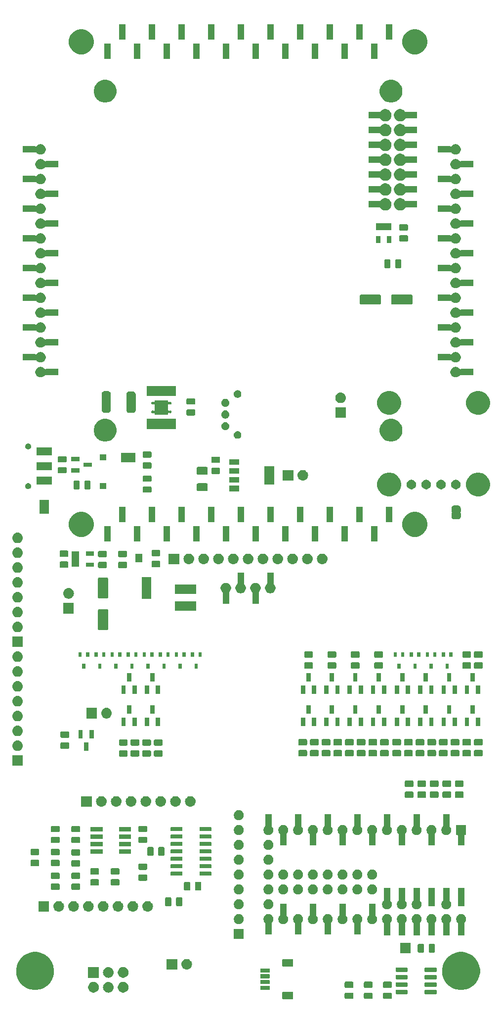
<source format=gbr>
G04 #@! TF.GenerationSoftware,KiCad,Pcbnew,(5.1.2-1)-1*
G04 #@! TF.CreationDate,2020-11-19T22:06:58-06:00*
G04 #@! TF.ProjectId,Core64 LB v0.4,436f7265-3634-4204-9c42-2076302e342e,0.3*
G04 #@! TF.SameCoordinates,Original*
G04 #@! TF.FileFunction,Soldermask,Top*
G04 #@! TF.FilePolarity,Negative*
%FSLAX46Y46*%
G04 Gerber Fmt 4.6, Leading zero omitted, Abs format (unit mm)*
G04 Created by KiCad (PCBNEW (5.1.2-1)-1) date 2020-11-19 22:06:58*
%MOMM*%
%LPD*%
G04 APERTURE LIST*
%ADD10C,0.100000*%
G04 APERTURE END LIST*
D10*
G36*
X7566242Y-125053404D02*
G01*
X7603337Y-125064657D01*
X7637515Y-125082925D01*
X7667481Y-125107519D01*
X7692075Y-125137485D01*
X7710343Y-125171663D01*
X7721596Y-125208758D01*
X7726000Y-125253474D01*
X7726000Y-126146526D01*
X7721596Y-126191242D01*
X7710343Y-126228337D01*
X7692075Y-126262515D01*
X7667481Y-126292481D01*
X7637515Y-126317075D01*
X7603337Y-126335343D01*
X7566242Y-126346596D01*
X7521526Y-126351000D01*
X6028474Y-126351000D01*
X5983758Y-126346596D01*
X5946663Y-126335343D01*
X5912485Y-126317075D01*
X5882519Y-126292481D01*
X5857925Y-126262515D01*
X5839657Y-126228337D01*
X5828404Y-126191242D01*
X5824000Y-126146526D01*
X5824000Y-125253474D01*
X5828404Y-125208758D01*
X5839657Y-125171663D01*
X5857925Y-125137485D01*
X5882519Y-125107519D01*
X5912485Y-125082925D01*
X5946663Y-125064657D01*
X5983758Y-125053404D01*
X6028474Y-125049000D01*
X7521526Y-125049000D01*
X7566242Y-125053404D01*
X7566242Y-125053404D01*
G37*
G36*
X24484468Y-125203565D02*
G01*
X24523138Y-125215296D01*
X24558777Y-125234346D01*
X24590017Y-125259983D01*
X24615654Y-125291223D01*
X24634704Y-125326862D01*
X24646435Y-125365532D01*
X24651000Y-125411888D01*
X24651000Y-126063112D01*
X24646435Y-126109468D01*
X24634704Y-126148138D01*
X24615654Y-126183777D01*
X24590017Y-126215017D01*
X24558777Y-126240654D01*
X24523138Y-126259704D01*
X24484468Y-126271435D01*
X24438112Y-126276000D01*
X23361888Y-126276000D01*
X23315532Y-126271435D01*
X23276862Y-126259704D01*
X23241223Y-126240654D01*
X23209983Y-126215017D01*
X23184346Y-126183777D01*
X23165296Y-126148138D01*
X23153565Y-126109468D01*
X23149000Y-126063112D01*
X23149000Y-125411888D01*
X23153565Y-125365532D01*
X23165296Y-125326862D01*
X23184346Y-125291223D01*
X23209983Y-125259983D01*
X23241223Y-125234346D01*
X23276862Y-125215296D01*
X23315532Y-125203565D01*
X23361888Y-125199000D01*
X24438112Y-125199000D01*
X24484468Y-125203565D01*
X24484468Y-125203565D01*
G37*
G36*
X21184468Y-125203565D02*
G01*
X21223138Y-125215296D01*
X21258777Y-125234346D01*
X21290017Y-125259983D01*
X21315654Y-125291223D01*
X21334704Y-125326862D01*
X21346435Y-125365532D01*
X21351000Y-125411888D01*
X21351000Y-126063112D01*
X21346435Y-126109468D01*
X21334704Y-126148138D01*
X21315654Y-126183777D01*
X21290017Y-126215017D01*
X21258777Y-126240654D01*
X21223138Y-126259704D01*
X21184468Y-126271435D01*
X21138112Y-126276000D01*
X20061888Y-126276000D01*
X20015532Y-126271435D01*
X19976862Y-126259704D01*
X19941223Y-126240654D01*
X19909983Y-126215017D01*
X19884346Y-126183777D01*
X19865296Y-126148138D01*
X19853565Y-126109468D01*
X19849000Y-126063112D01*
X19849000Y-125411888D01*
X19853565Y-125365532D01*
X19865296Y-125326862D01*
X19884346Y-125291223D01*
X19909983Y-125259983D01*
X19941223Y-125234346D01*
X19976862Y-125215296D01*
X20015532Y-125203565D01*
X20061888Y-125199000D01*
X21138112Y-125199000D01*
X21184468Y-125203565D01*
X21184468Y-125203565D01*
G37*
G36*
X17884468Y-125203565D02*
G01*
X17923138Y-125215296D01*
X17958777Y-125234346D01*
X17990017Y-125259983D01*
X18015654Y-125291223D01*
X18034704Y-125326862D01*
X18046435Y-125365532D01*
X18051000Y-125411888D01*
X18051000Y-126063112D01*
X18046435Y-126109468D01*
X18034704Y-126148138D01*
X18015654Y-126183777D01*
X17990017Y-126215017D01*
X17958777Y-126240654D01*
X17923138Y-126259704D01*
X17884468Y-126271435D01*
X17838112Y-126276000D01*
X16761888Y-126276000D01*
X16715532Y-126271435D01*
X16676862Y-126259704D01*
X16641223Y-126240654D01*
X16609983Y-126215017D01*
X16584346Y-126183777D01*
X16565296Y-126148138D01*
X16553565Y-126109468D01*
X16549000Y-126063112D01*
X16549000Y-125411888D01*
X16553565Y-125365532D01*
X16565296Y-125326862D01*
X16584346Y-125291223D01*
X16609983Y-125259983D01*
X16641223Y-125234346D01*
X16676862Y-125215296D01*
X16715532Y-125203565D01*
X16761888Y-125199000D01*
X17838112Y-125199000D01*
X17884468Y-125203565D01*
X17884468Y-125203565D01*
G37*
G36*
X32209928Y-124756764D02*
G01*
X32231009Y-124763160D01*
X32250445Y-124773548D01*
X32267476Y-124787524D01*
X32281452Y-124804555D01*
X32291840Y-124823991D01*
X32298236Y-124845072D01*
X32301000Y-124873140D01*
X32301000Y-125336860D01*
X32298236Y-125364928D01*
X32291840Y-125386009D01*
X32281452Y-125405445D01*
X32267476Y-125422476D01*
X32250445Y-125436452D01*
X32231009Y-125446840D01*
X32209928Y-125453236D01*
X32181860Y-125456000D01*
X30368140Y-125456000D01*
X30340072Y-125453236D01*
X30318991Y-125446840D01*
X30299555Y-125436452D01*
X30282524Y-125422476D01*
X30268548Y-125405445D01*
X30258160Y-125386009D01*
X30251764Y-125364928D01*
X30249000Y-125336860D01*
X30249000Y-124873140D01*
X30251764Y-124845072D01*
X30258160Y-124823991D01*
X30268548Y-124804555D01*
X30282524Y-124787524D01*
X30299555Y-124773548D01*
X30318991Y-124763160D01*
X30340072Y-124756764D01*
X30368140Y-124754000D01*
X32181860Y-124754000D01*
X32209928Y-124756764D01*
X32209928Y-124756764D01*
G37*
G36*
X27259928Y-124756764D02*
G01*
X27281009Y-124763160D01*
X27300445Y-124773548D01*
X27317476Y-124787524D01*
X27331452Y-124804555D01*
X27341840Y-124823991D01*
X27348236Y-124845072D01*
X27351000Y-124873140D01*
X27351000Y-125336860D01*
X27348236Y-125364928D01*
X27341840Y-125386009D01*
X27331452Y-125405445D01*
X27317476Y-125422476D01*
X27300445Y-125436452D01*
X27281009Y-125446840D01*
X27259928Y-125453236D01*
X27231860Y-125456000D01*
X25418140Y-125456000D01*
X25390072Y-125453236D01*
X25368991Y-125446840D01*
X25349555Y-125436452D01*
X25332524Y-125422476D01*
X25318548Y-125405445D01*
X25308160Y-125386009D01*
X25301764Y-125364928D01*
X25299000Y-125336860D01*
X25299000Y-124873140D01*
X25301764Y-124845072D01*
X25308160Y-124823991D01*
X25318548Y-124804555D01*
X25332524Y-124787524D01*
X25349555Y-124773548D01*
X25368991Y-124763160D01*
X25390072Y-124756764D01*
X25418140Y-124754000D01*
X27231860Y-124754000D01*
X27259928Y-124756764D01*
X27259928Y-124756764D01*
G37*
G36*
X-21133222Y-123410547D02*
G01*
X-20966776Y-123479491D01*
X-20816978Y-123579583D01*
X-20689583Y-123706978D01*
X-20589491Y-123856776D01*
X-20520547Y-124023222D01*
X-20485400Y-124199918D01*
X-20485400Y-124380082D01*
X-20520547Y-124556778D01*
X-20589491Y-124723224D01*
X-20689583Y-124873022D01*
X-20816978Y-125000417D01*
X-20966776Y-125100509D01*
X-21133222Y-125169453D01*
X-21309918Y-125204600D01*
X-21490082Y-125204600D01*
X-21666778Y-125169453D01*
X-21833224Y-125100509D01*
X-21983022Y-125000417D01*
X-22110417Y-124873022D01*
X-22210509Y-124723224D01*
X-22279453Y-124556778D01*
X-22314600Y-124380082D01*
X-22314600Y-124199918D01*
X-22279453Y-124023222D01*
X-22210509Y-123856776D01*
X-22110417Y-123706978D01*
X-21983022Y-123579583D01*
X-21833224Y-123479491D01*
X-21666778Y-123410547D01*
X-21490082Y-123375400D01*
X-21309918Y-123375400D01*
X-21133222Y-123410547D01*
X-21133222Y-123410547D01*
G37*
G36*
X-23760706Y-123388633D02*
G01*
X-23588305Y-123440931D01*
X-23429417Y-123525858D01*
X-23290151Y-123640151D01*
X-23175858Y-123779417D01*
X-23090931Y-123938305D01*
X-23038633Y-124110706D01*
X-23020975Y-124290000D01*
X-23038633Y-124469294D01*
X-23090931Y-124641695D01*
X-23175858Y-124800583D01*
X-23290151Y-124939849D01*
X-23429417Y-125054142D01*
X-23588305Y-125139069D01*
X-23760706Y-125191367D01*
X-23895069Y-125204600D01*
X-23984931Y-125204600D01*
X-24119294Y-125191367D01*
X-24291695Y-125139069D01*
X-24450583Y-125054142D01*
X-24589849Y-124939849D01*
X-24704142Y-124800583D01*
X-24789069Y-124641695D01*
X-24841367Y-124469294D01*
X-24859025Y-124290000D01*
X-24841367Y-124110706D01*
X-24789069Y-123938305D01*
X-24704142Y-123779417D01*
X-24589849Y-123640151D01*
X-24450583Y-123525858D01*
X-24291695Y-123440931D01*
X-24119294Y-123388633D01*
X-23984931Y-123375400D01*
X-23895069Y-123375400D01*
X-23760706Y-123388633D01*
X-23760706Y-123388633D01*
G37*
G36*
X-26213222Y-123410547D02*
G01*
X-26046776Y-123479491D01*
X-25896978Y-123579583D01*
X-25769583Y-123706978D01*
X-25669491Y-123856776D01*
X-25600547Y-124023222D01*
X-25565400Y-124199918D01*
X-25565400Y-124380082D01*
X-25600547Y-124556778D01*
X-25669491Y-124723224D01*
X-25769583Y-124873022D01*
X-25896978Y-125000417D01*
X-26046776Y-125100509D01*
X-26213222Y-125169453D01*
X-26389918Y-125204600D01*
X-26570082Y-125204600D01*
X-26746778Y-125169453D01*
X-26913224Y-125100509D01*
X-27063022Y-125000417D01*
X-27190417Y-124873022D01*
X-27290509Y-124723224D01*
X-27359453Y-124556778D01*
X-27394600Y-124380082D01*
X-27394600Y-124199918D01*
X-27359453Y-124023222D01*
X-27290509Y-123856776D01*
X-27190417Y-123706978D01*
X-27063022Y-123579583D01*
X-26913224Y-123479491D01*
X-26746778Y-123410547D01*
X-26570082Y-123375400D01*
X-26389918Y-123375400D01*
X-26213222Y-123410547D01*
X-26213222Y-123410547D01*
G37*
G36*
X3634928Y-124051764D02*
G01*
X3656009Y-124058160D01*
X3675445Y-124068548D01*
X3692476Y-124082524D01*
X3706452Y-124099555D01*
X3716840Y-124118991D01*
X3723236Y-124140072D01*
X3726000Y-124168140D01*
X3726000Y-124631860D01*
X3723236Y-124659928D01*
X3716840Y-124681009D01*
X3706452Y-124700445D01*
X3692476Y-124717476D01*
X3675445Y-124731452D01*
X3656009Y-124741840D01*
X3634928Y-124748236D01*
X3606860Y-124751000D01*
X2193140Y-124751000D01*
X2165072Y-124748236D01*
X2143991Y-124741840D01*
X2124555Y-124731452D01*
X2107524Y-124717476D01*
X2093548Y-124700445D01*
X2083160Y-124681009D01*
X2076764Y-124659928D01*
X2074000Y-124631860D01*
X2074000Y-124168140D01*
X2076764Y-124140072D01*
X2083160Y-124118991D01*
X2093548Y-124099555D01*
X2107524Y-124082524D01*
X2124555Y-124068548D01*
X2143991Y-124058160D01*
X2165072Y-124051764D01*
X2193140Y-124049000D01*
X3606860Y-124049000D01*
X3634928Y-124051764D01*
X3634928Y-124051764D01*
G37*
G36*
X37076676Y-118300017D02*
G01*
X37448282Y-118373934D01*
X38039926Y-118619001D01*
X38329523Y-118812504D01*
X38572391Y-118974783D01*
X39025217Y-119427609D01*
X39053306Y-119469648D01*
X39380999Y-119960074D01*
X39626066Y-120551718D01*
X39661598Y-120730352D01*
X39751000Y-121179803D01*
X39751000Y-121820197D01*
X39711897Y-122016779D01*
X39626066Y-122448282D01*
X39380999Y-123039926D01*
X39113055Y-123440932D01*
X39025217Y-123572391D01*
X38572391Y-124025217D01*
X38507541Y-124068548D01*
X38039926Y-124380999D01*
X37448282Y-124626066D01*
X37172065Y-124681009D01*
X36820197Y-124751000D01*
X36179803Y-124751000D01*
X35827935Y-124681009D01*
X35551718Y-124626066D01*
X34960074Y-124380999D01*
X34492459Y-124068548D01*
X34427609Y-124025217D01*
X33974783Y-123572391D01*
X33886945Y-123440932D01*
X33619001Y-123039926D01*
X33373934Y-122448282D01*
X33288103Y-122016779D01*
X33249000Y-121820197D01*
X33249000Y-121179803D01*
X33338402Y-120730352D01*
X33373934Y-120551718D01*
X33619001Y-119960074D01*
X33946694Y-119469648D01*
X33974783Y-119427609D01*
X34427609Y-118974783D01*
X34670477Y-118812504D01*
X34960074Y-118619001D01*
X35551718Y-118373934D01*
X35923324Y-118300017D01*
X36179803Y-118249000D01*
X36820197Y-118249000D01*
X37076676Y-118300017D01*
X37076676Y-118300017D01*
G37*
G36*
X-35923324Y-118300017D02*
G01*
X-35551718Y-118373934D01*
X-34960074Y-118619001D01*
X-34670477Y-118812504D01*
X-34427609Y-118974783D01*
X-33974783Y-119427609D01*
X-33946694Y-119469648D01*
X-33619001Y-119960074D01*
X-33373934Y-120551718D01*
X-33338402Y-120730352D01*
X-33249000Y-121179803D01*
X-33249000Y-121820197D01*
X-33288103Y-122016779D01*
X-33373934Y-122448282D01*
X-33619001Y-123039926D01*
X-33886945Y-123440932D01*
X-33974783Y-123572391D01*
X-34427609Y-124025217D01*
X-34492459Y-124068548D01*
X-34960074Y-124380999D01*
X-35551718Y-124626066D01*
X-35827935Y-124681009D01*
X-36179803Y-124751000D01*
X-36820197Y-124751000D01*
X-37172065Y-124681009D01*
X-37448282Y-124626066D01*
X-38039926Y-124380999D01*
X-38507541Y-124068548D01*
X-38572391Y-124025217D01*
X-39025217Y-123572391D01*
X-39113055Y-123440932D01*
X-39380999Y-123039926D01*
X-39626066Y-122448282D01*
X-39711897Y-122016779D01*
X-39751000Y-121820197D01*
X-39751000Y-121179803D01*
X-39661598Y-120730352D01*
X-39626066Y-120551718D01*
X-39380999Y-119960074D01*
X-39053306Y-119469648D01*
X-39025217Y-119427609D01*
X-38572391Y-118974783D01*
X-38329523Y-118812504D01*
X-38039926Y-118619001D01*
X-37448282Y-118373934D01*
X-37076676Y-118300017D01*
X-36820197Y-118249000D01*
X-36179803Y-118249000D01*
X-35923324Y-118300017D01*
X-35923324Y-118300017D01*
G37*
G36*
X17884468Y-123328565D02*
G01*
X17923138Y-123340296D01*
X17958777Y-123359346D01*
X17990017Y-123384983D01*
X18015654Y-123416223D01*
X18034704Y-123451862D01*
X18046435Y-123490532D01*
X18051000Y-123536888D01*
X18051000Y-124188112D01*
X18046435Y-124234468D01*
X18034704Y-124273138D01*
X18015654Y-124308777D01*
X17990017Y-124340017D01*
X17958777Y-124365654D01*
X17923138Y-124384704D01*
X17884468Y-124396435D01*
X17838112Y-124401000D01*
X16761888Y-124401000D01*
X16715532Y-124396435D01*
X16676862Y-124384704D01*
X16641223Y-124365654D01*
X16609983Y-124340017D01*
X16584346Y-124308777D01*
X16565296Y-124273138D01*
X16553565Y-124234468D01*
X16549000Y-124188112D01*
X16549000Y-123536888D01*
X16553565Y-123490532D01*
X16565296Y-123451862D01*
X16584346Y-123416223D01*
X16609983Y-123384983D01*
X16641223Y-123359346D01*
X16676862Y-123340296D01*
X16715532Y-123328565D01*
X16761888Y-123324000D01*
X17838112Y-123324000D01*
X17884468Y-123328565D01*
X17884468Y-123328565D01*
G37*
G36*
X21184468Y-123328565D02*
G01*
X21223138Y-123340296D01*
X21258777Y-123359346D01*
X21290017Y-123384983D01*
X21315654Y-123416223D01*
X21334704Y-123451862D01*
X21346435Y-123490532D01*
X21351000Y-123536888D01*
X21351000Y-124188112D01*
X21346435Y-124234468D01*
X21334704Y-124273138D01*
X21315654Y-124308777D01*
X21290017Y-124340017D01*
X21258777Y-124365654D01*
X21223138Y-124384704D01*
X21184468Y-124396435D01*
X21138112Y-124401000D01*
X20061888Y-124401000D01*
X20015532Y-124396435D01*
X19976862Y-124384704D01*
X19941223Y-124365654D01*
X19909983Y-124340017D01*
X19884346Y-124308777D01*
X19865296Y-124273138D01*
X19853565Y-124234468D01*
X19849000Y-124188112D01*
X19849000Y-123536888D01*
X19853565Y-123490532D01*
X19865296Y-123451862D01*
X19884346Y-123416223D01*
X19909983Y-123384983D01*
X19941223Y-123359346D01*
X19976862Y-123340296D01*
X20015532Y-123328565D01*
X20061888Y-123324000D01*
X21138112Y-123324000D01*
X21184468Y-123328565D01*
X21184468Y-123328565D01*
G37*
G36*
X24484468Y-123328565D02*
G01*
X24523138Y-123340296D01*
X24558777Y-123359346D01*
X24590017Y-123384983D01*
X24615654Y-123416223D01*
X24634704Y-123451862D01*
X24646435Y-123490532D01*
X24651000Y-123536888D01*
X24651000Y-124188112D01*
X24646435Y-124234468D01*
X24634704Y-124273138D01*
X24615654Y-124308777D01*
X24590017Y-124340017D01*
X24558777Y-124365654D01*
X24523138Y-124384704D01*
X24484468Y-124396435D01*
X24438112Y-124401000D01*
X23361888Y-124401000D01*
X23315532Y-124396435D01*
X23276862Y-124384704D01*
X23241223Y-124365654D01*
X23209983Y-124340017D01*
X23184346Y-124308777D01*
X23165296Y-124273138D01*
X23153565Y-124234468D01*
X23149000Y-124188112D01*
X23149000Y-123536888D01*
X23153565Y-123490532D01*
X23165296Y-123451862D01*
X23184346Y-123416223D01*
X23209983Y-123384983D01*
X23241223Y-123359346D01*
X23276862Y-123340296D01*
X23315532Y-123328565D01*
X23361888Y-123324000D01*
X24438112Y-123324000D01*
X24484468Y-123328565D01*
X24484468Y-123328565D01*
G37*
G36*
X27259928Y-123486764D02*
G01*
X27281009Y-123493160D01*
X27300445Y-123503548D01*
X27317476Y-123517524D01*
X27331452Y-123534555D01*
X27341840Y-123553991D01*
X27348236Y-123575072D01*
X27351000Y-123603140D01*
X27351000Y-124066860D01*
X27348236Y-124094928D01*
X27341840Y-124116009D01*
X27331452Y-124135445D01*
X27317476Y-124152476D01*
X27300445Y-124166452D01*
X27281009Y-124176840D01*
X27259928Y-124183236D01*
X27231860Y-124186000D01*
X25418140Y-124186000D01*
X25390072Y-124183236D01*
X25368991Y-124176840D01*
X25349555Y-124166452D01*
X25332524Y-124152476D01*
X25318548Y-124135445D01*
X25308160Y-124116009D01*
X25301764Y-124094928D01*
X25299000Y-124066860D01*
X25299000Y-123603140D01*
X25301764Y-123575072D01*
X25308160Y-123553991D01*
X25318548Y-123534555D01*
X25332524Y-123517524D01*
X25349555Y-123503548D01*
X25368991Y-123493160D01*
X25390072Y-123486764D01*
X25418140Y-123484000D01*
X27231860Y-123484000D01*
X27259928Y-123486764D01*
X27259928Y-123486764D01*
G37*
G36*
X32209928Y-123486764D02*
G01*
X32231009Y-123493160D01*
X32250445Y-123503548D01*
X32267476Y-123517524D01*
X32281452Y-123534555D01*
X32291840Y-123553991D01*
X32298236Y-123575072D01*
X32301000Y-123603140D01*
X32301000Y-124066860D01*
X32298236Y-124094928D01*
X32291840Y-124116009D01*
X32281452Y-124135445D01*
X32267476Y-124152476D01*
X32250445Y-124166452D01*
X32231009Y-124176840D01*
X32209928Y-124183236D01*
X32181860Y-124186000D01*
X30368140Y-124186000D01*
X30340072Y-124183236D01*
X30318991Y-124176840D01*
X30299555Y-124166452D01*
X30282524Y-124152476D01*
X30268548Y-124135445D01*
X30258160Y-124116009D01*
X30251764Y-124094928D01*
X30249000Y-124066860D01*
X30249000Y-123603140D01*
X30251764Y-123575072D01*
X30258160Y-123553991D01*
X30268548Y-123534555D01*
X30282524Y-123517524D01*
X30299555Y-123503548D01*
X30318991Y-123493160D01*
X30340072Y-123486764D01*
X30368140Y-123484000D01*
X32181860Y-123484000D01*
X32209928Y-123486764D01*
X32209928Y-123486764D01*
G37*
G36*
X3634928Y-123051764D02*
G01*
X3656009Y-123058160D01*
X3675445Y-123068548D01*
X3692476Y-123082524D01*
X3706452Y-123099555D01*
X3716840Y-123118991D01*
X3723236Y-123140072D01*
X3726000Y-123168140D01*
X3726000Y-123631860D01*
X3723236Y-123659928D01*
X3716840Y-123681009D01*
X3706452Y-123700445D01*
X3692476Y-123717476D01*
X3675445Y-123731452D01*
X3656009Y-123741840D01*
X3634928Y-123748236D01*
X3606860Y-123751000D01*
X2193140Y-123751000D01*
X2165072Y-123748236D01*
X2143991Y-123741840D01*
X2124555Y-123731452D01*
X2107524Y-123717476D01*
X2093548Y-123700445D01*
X2083160Y-123681009D01*
X2076764Y-123659928D01*
X2074000Y-123631860D01*
X2074000Y-123168140D01*
X2076764Y-123140072D01*
X2083160Y-123118991D01*
X2093548Y-123099555D01*
X2107524Y-123082524D01*
X2124555Y-123068548D01*
X2143991Y-123058160D01*
X2165072Y-123051764D01*
X2193140Y-123049000D01*
X3606860Y-123049000D01*
X3634928Y-123051764D01*
X3634928Y-123051764D01*
G37*
G36*
X27259928Y-122216764D02*
G01*
X27281009Y-122223160D01*
X27300445Y-122233548D01*
X27317476Y-122247524D01*
X27331452Y-122264555D01*
X27341840Y-122283991D01*
X27348236Y-122305072D01*
X27351000Y-122333140D01*
X27351000Y-122796860D01*
X27348236Y-122824928D01*
X27341840Y-122846009D01*
X27331452Y-122865445D01*
X27317476Y-122882476D01*
X27300445Y-122896452D01*
X27281009Y-122906840D01*
X27259928Y-122913236D01*
X27231860Y-122916000D01*
X25418140Y-122916000D01*
X25390072Y-122913236D01*
X25368991Y-122906840D01*
X25349555Y-122896452D01*
X25332524Y-122882476D01*
X25318548Y-122865445D01*
X25308160Y-122846009D01*
X25301764Y-122824928D01*
X25299000Y-122796860D01*
X25299000Y-122333140D01*
X25301764Y-122305072D01*
X25308160Y-122283991D01*
X25318548Y-122264555D01*
X25332524Y-122247524D01*
X25349555Y-122233548D01*
X25368991Y-122223160D01*
X25390072Y-122216764D01*
X25418140Y-122214000D01*
X27231860Y-122214000D01*
X27259928Y-122216764D01*
X27259928Y-122216764D01*
G37*
G36*
X32209928Y-122216764D02*
G01*
X32231009Y-122223160D01*
X32250445Y-122233548D01*
X32267476Y-122247524D01*
X32281452Y-122264555D01*
X32291840Y-122283991D01*
X32298236Y-122305072D01*
X32301000Y-122333140D01*
X32301000Y-122796860D01*
X32298236Y-122824928D01*
X32291840Y-122846009D01*
X32281452Y-122865445D01*
X32267476Y-122882476D01*
X32250445Y-122896452D01*
X32231009Y-122906840D01*
X32209928Y-122913236D01*
X32181860Y-122916000D01*
X30368140Y-122916000D01*
X30340072Y-122913236D01*
X30318991Y-122906840D01*
X30299555Y-122896452D01*
X30282524Y-122882476D01*
X30268548Y-122865445D01*
X30258160Y-122846009D01*
X30251764Y-122824928D01*
X30249000Y-122796860D01*
X30249000Y-122333140D01*
X30251764Y-122305072D01*
X30258160Y-122283991D01*
X30268548Y-122264555D01*
X30282524Y-122247524D01*
X30299555Y-122233548D01*
X30318991Y-122223160D01*
X30340072Y-122216764D01*
X30368140Y-122214000D01*
X32181860Y-122214000D01*
X32209928Y-122216764D01*
X32209928Y-122216764D01*
G37*
G36*
X3634928Y-122051764D02*
G01*
X3656009Y-122058160D01*
X3675445Y-122068548D01*
X3692476Y-122082524D01*
X3706452Y-122099555D01*
X3716840Y-122118991D01*
X3723236Y-122140072D01*
X3726000Y-122168140D01*
X3726000Y-122631860D01*
X3723236Y-122659928D01*
X3716840Y-122681009D01*
X3706452Y-122700445D01*
X3692476Y-122717476D01*
X3675445Y-122731452D01*
X3656009Y-122741840D01*
X3634928Y-122748236D01*
X3606860Y-122751000D01*
X2193140Y-122751000D01*
X2165072Y-122748236D01*
X2143991Y-122741840D01*
X2124555Y-122731452D01*
X2107524Y-122717476D01*
X2093548Y-122700445D01*
X2083160Y-122681009D01*
X2076764Y-122659928D01*
X2074000Y-122631860D01*
X2074000Y-122168140D01*
X2076764Y-122140072D01*
X2083160Y-122118991D01*
X2093548Y-122099555D01*
X2107524Y-122082524D01*
X2124555Y-122068548D01*
X2143991Y-122058160D01*
X2165072Y-122051764D01*
X2193140Y-122049000D01*
X3606860Y-122049000D01*
X3634928Y-122051764D01*
X3634928Y-122051764D01*
G37*
G36*
X-21133222Y-120870547D02*
G01*
X-20966776Y-120939491D01*
X-20816978Y-121039583D01*
X-20689583Y-121166978D01*
X-20589491Y-121316776D01*
X-20520547Y-121483222D01*
X-20485400Y-121659918D01*
X-20485400Y-121840082D01*
X-20520547Y-122016778D01*
X-20589491Y-122183224D01*
X-20689583Y-122333022D01*
X-20816978Y-122460417D01*
X-20966776Y-122560509D01*
X-21133222Y-122629453D01*
X-21309918Y-122664600D01*
X-21490082Y-122664600D01*
X-21666778Y-122629453D01*
X-21833224Y-122560509D01*
X-21983022Y-122460417D01*
X-22110417Y-122333022D01*
X-22210509Y-122183224D01*
X-22279453Y-122016778D01*
X-22314600Y-121840082D01*
X-22314600Y-121659918D01*
X-22279453Y-121483222D01*
X-22210509Y-121316776D01*
X-22110417Y-121166978D01*
X-21983022Y-121039583D01*
X-21833224Y-120939491D01*
X-21666778Y-120870547D01*
X-21490082Y-120835400D01*
X-21309918Y-120835400D01*
X-21133222Y-120870547D01*
X-21133222Y-120870547D01*
G37*
G36*
X-23760706Y-120848633D02*
G01*
X-23588305Y-120900931D01*
X-23429417Y-120985858D01*
X-23290151Y-121100151D01*
X-23175858Y-121239417D01*
X-23090931Y-121398305D01*
X-23038633Y-121570706D01*
X-23020975Y-121750000D01*
X-23038633Y-121929294D01*
X-23090931Y-122101695D01*
X-23175858Y-122260583D01*
X-23290151Y-122399849D01*
X-23429417Y-122514142D01*
X-23588305Y-122599069D01*
X-23760706Y-122651367D01*
X-23895069Y-122664600D01*
X-23984931Y-122664600D01*
X-24119294Y-122651367D01*
X-24291695Y-122599069D01*
X-24450583Y-122514142D01*
X-24589849Y-122399849D01*
X-24704142Y-122260583D01*
X-24789069Y-122101695D01*
X-24841367Y-121929294D01*
X-24859025Y-121750000D01*
X-24841367Y-121570706D01*
X-24789069Y-121398305D01*
X-24704142Y-121239417D01*
X-24589849Y-121100151D01*
X-24450583Y-120985858D01*
X-24291695Y-120900931D01*
X-24119294Y-120848633D01*
X-23984931Y-120835400D01*
X-23895069Y-120835400D01*
X-23760706Y-120848633D01*
X-23760706Y-120848633D01*
G37*
G36*
X-25565400Y-122664600D02*
G01*
X-27394600Y-122664600D01*
X-27394600Y-120835400D01*
X-25565400Y-120835400D01*
X-25565400Y-122664600D01*
X-25565400Y-122664600D01*
G37*
G36*
X3634928Y-121051764D02*
G01*
X3656009Y-121058160D01*
X3675445Y-121068548D01*
X3692476Y-121082524D01*
X3706452Y-121099555D01*
X3716840Y-121118991D01*
X3723236Y-121140072D01*
X3726000Y-121168140D01*
X3726000Y-121631860D01*
X3723236Y-121659928D01*
X3716840Y-121681009D01*
X3706452Y-121700445D01*
X3692476Y-121717476D01*
X3675445Y-121731452D01*
X3656009Y-121741840D01*
X3634928Y-121748236D01*
X3606860Y-121751000D01*
X2193140Y-121751000D01*
X2165072Y-121748236D01*
X2143991Y-121741840D01*
X2124555Y-121731452D01*
X2107524Y-121717476D01*
X2093548Y-121700445D01*
X2083160Y-121681009D01*
X2076764Y-121659928D01*
X2074000Y-121631860D01*
X2074000Y-121168140D01*
X2076764Y-121140072D01*
X2083160Y-121118991D01*
X2093548Y-121099555D01*
X2107524Y-121082524D01*
X2124555Y-121068548D01*
X2143991Y-121058160D01*
X2165072Y-121051764D01*
X2193140Y-121049000D01*
X3606860Y-121049000D01*
X3634928Y-121051764D01*
X3634928Y-121051764D01*
G37*
G36*
X27259928Y-120946764D02*
G01*
X27281009Y-120953160D01*
X27300445Y-120963548D01*
X27317476Y-120977524D01*
X27331452Y-120994555D01*
X27341840Y-121013991D01*
X27348236Y-121035072D01*
X27351000Y-121063140D01*
X27351000Y-121526860D01*
X27348236Y-121554928D01*
X27341840Y-121576009D01*
X27331452Y-121595445D01*
X27317476Y-121612476D01*
X27300445Y-121626452D01*
X27281009Y-121636840D01*
X27259928Y-121643236D01*
X27231860Y-121646000D01*
X25418140Y-121646000D01*
X25390072Y-121643236D01*
X25368991Y-121636840D01*
X25349555Y-121626452D01*
X25332524Y-121612476D01*
X25318548Y-121595445D01*
X25308160Y-121576009D01*
X25301764Y-121554928D01*
X25299000Y-121526860D01*
X25299000Y-121063140D01*
X25301764Y-121035072D01*
X25308160Y-121013991D01*
X25318548Y-120994555D01*
X25332524Y-120977524D01*
X25349555Y-120963548D01*
X25368991Y-120953160D01*
X25390072Y-120946764D01*
X25418140Y-120944000D01*
X27231860Y-120944000D01*
X27259928Y-120946764D01*
X27259928Y-120946764D01*
G37*
G36*
X32209928Y-120946764D02*
G01*
X32231009Y-120953160D01*
X32250445Y-120963548D01*
X32267476Y-120977524D01*
X32281452Y-120994555D01*
X32291840Y-121013991D01*
X32298236Y-121035072D01*
X32301000Y-121063140D01*
X32301000Y-121526860D01*
X32298236Y-121554928D01*
X32291840Y-121576009D01*
X32281452Y-121595445D01*
X32267476Y-121612476D01*
X32250445Y-121626452D01*
X32231009Y-121636840D01*
X32209928Y-121643236D01*
X32181860Y-121646000D01*
X30368140Y-121646000D01*
X30340072Y-121643236D01*
X30318991Y-121636840D01*
X30299555Y-121626452D01*
X30282524Y-121612476D01*
X30268548Y-121595445D01*
X30258160Y-121576009D01*
X30251764Y-121554928D01*
X30249000Y-121526860D01*
X30249000Y-121063140D01*
X30251764Y-121035072D01*
X30258160Y-121013991D01*
X30268548Y-120994555D01*
X30282524Y-120977524D01*
X30299555Y-120963548D01*
X30318991Y-120953160D01*
X30340072Y-120946764D01*
X30368140Y-120944000D01*
X32181860Y-120944000D01*
X32209928Y-120946764D01*
X32209928Y-120946764D01*
G37*
G36*
X-10399558Y-119455518D02*
G01*
X-10333373Y-119462037D01*
X-10163534Y-119513557D01*
X-10007009Y-119597222D01*
X-9971271Y-119626552D01*
X-9869814Y-119709814D01*
X-9786552Y-119811271D01*
X-9757222Y-119847009D01*
X-9673557Y-120003534D01*
X-9622037Y-120173373D01*
X-9604641Y-120350000D01*
X-9622037Y-120526627D01*
X-9673557Y-120696466D01*
X-9757222Y-120852991D01*
X-9771630Y-120870547D01*
X-9869814Y-120990186D01*
X-9958710Y-121063140D01*
X-10007009Y-121102778D01*
X-10007011Y-121102779D01*
X-10151111Y-121179803D01*
X-10163534Y-121186443D01*
X-10333373Y-121237963D01*
X-10399557Y-121244481D01*
X-10465740Y-121251000D01*
X-10554260Y-121251000D01*
X-10620443Y-121244481D01*
X-10686627Y-121237963D01*
X-10856466Y-121186443D01*
X-10868888Y-121179803D01*
X-11012989Y-121102779D01*
X-11012991Y-121102778D01*
X-11061290Y-121063140D01*
X-11150186Y-120990186D01*
X-11248370Y-120870547D01*
X-11262778Y-120852991D01*
X-11346443Y-120696466D01*
X-11397963Y-120526627D01*
X-11415359Y-120350000D01*
X-11397963Y-120173373D01*
X-11346443Y-120003534D01*
X-11262778Y-119847009D01*
X-11233448Y-119811271D01*
X-11150186Y-119709814D01*
X-11048729Y-119626552D01*
X-11012991Y-119597222D01*
X-10856466Y-119513557D01*
X-10686627Y-119462037D01*
X-10620442Y-119455518D01*
X-10554260Y-119449000D01*
X-10465740Y-119449000D01*
X-10399558Y-119455518D01*
X-10399558Y-119455518D01*
G37*
G36*
X-12149000Y-121251000D02*
G01*
X-13951000Y-121251000D01*
X-13951000Y-119449000D01*
X-12149000Y-119449000D01*
X-12149000Y-121251000D01*
X-12149000Y-121251000D01*
G37*
G36*
X7566242Y-119453404D02*
G01*
X7603337Y-119464657D01*
X7637515Y-119482925D01*
X7667481Y-119507519D01*
X7692075Y-119537485D01*
X7710343Y-119571663D01*
X7721596Y-119608758D01*
X7726000Y-119653474D01*
X7726000Y-120546526D01*
X7721596Y-120591242D01*
X7710343Y-120628337D01*
X7692075Y-120662515D01*
X7667481Y-120692481D01*
X7637515Y-120717075D01*
X7603337Y-120735343D01*
X7566242Y-120746596D01*
X7521526Y-120751000D01*
X6028474Y-120751000D01*
X5983758Y-120746596D01*
X5946663Y-120735343D01*
X5912485Y-120717075D01*
X5882519Y-120692481D01*
X5857925Y-120662515D01*
X5839657Y-120628337D01*
X5828404Y-120591242D01*
X5824000Y-120546526D01*
X5824000Y-119653474D01*
X5828404Y-119608758D01*
X5839657Y-119571663D01*
X5857925Y-119537485D01*
X5882519Y-119507519D01*
X5912485Y-119482925D01*
X5946663Y-119464657D01*
X5983758Y-119453404D01*
X6028474Y-119449000D01*
X7521526Y-119449000D01*
X7566242Y-119453404D01*
X7566242Y-119453404D01*
G37*
G36*
X27891000Y-118491000D02*
G01*
X26089000Y-118491000D01*
X26089000Y-116689000D01*
X27891000Y-116689000D01*
X27891000Y-118491000D01*
X27891000Y-118491000D01*
G37*
G36*
X29984468Y-116863565D02*
G01*
X30023138Y-116875296D01*
X30058777Y-116894346D01*
X30090017Y-116919983D01*
X30115654Y-116951223D01*
X30134704Y-116986862D01*
X30146435Y-117025532D01*
X30151000Y-117071888D01*
X30151000Y-118148112D01*
X30146435Y-118194468D01*
X30134704Y-118233138D01*
X30115654Y-118268777D01*
X30090017Y-118300017D01*
X30058777Y-118325654D01*
X30023138Y-118344704D01*
X29984468Y-118356435D01*
X29938112Y-118361000D01*
X29286888Y-118361000D01*
X29240532Y-118356435D01*
X29201862Y-118344704D01*
X29166223Y-118325654D01*
X29134983Y-118300017D01*
X29109346Y-118268777D01*
X29090296Y-118233138D01*
X29078565Y-118194468D01*
X29074000Y-118148112D01*
X29074000Y-117071888D01*
X29078565Y-117025532D01*
X29090296Y-116986862D01*
X29109346Y-116951223D01*
X29134983Y-116919983D01*
X29166223Y-116894346D01*
X29201862Y-116875296D01*
X29240532Y-116863565D01*
X29286888Y-116859000D01*
X29938112Y-116859000D01*
X29984468Y-116863565D01*
X29984468Y-116863565D01*
G37*
G36*
X31859468Y-116863565D02*
G01*
X31898138Y-116875296D01*
X31933777Y-116894346D01*
X31965017Y-116919983D01*
X31990654Y-116951223D01*
X32009704Y-116986862D01*
X32021435Y-117025532D01*
X32026000Y-117071888D01*
X32026000Y-118148112D01*
X32021435Y-118194468D01*
X32009704Y-118233138D01*
X31990654Y-118268777D01*
X31965017Y-118300017D01*
X31933777Y-118325654D01*
X31898138Y-118344704D01*
X31859468Y-118356435D01*
X31813112Y-118361000D01*
X31161888Y-118361000D01*
X31115532Y-118356435D01*
X31076862Y-118344704D01*
X31041223Y-118325654D01*
X31009983Y-118300017D01*
X30984346Y-118268777D01*
X30965296Y-118233138D01*
X30953565Y-118194468D01*
X30949000Y-118148112D01*
X30949000Y-117071888D01*
X30953565Y-117025532D01*
X30965296Y-116986862D01*
X30984346Y-116951223D01*
X31009983Y-116919983D01*
X31041223Y-116894346D01*
X31076862Y-116875296D01*
X31115532Y-116863565D01*
X31161888Y-116859000D01*
X31813112Y-116859000D01*
X31859468Y-116863565D01*
X31859468Y-116863565D01*
G37*
G36*
X-739000Y-116011000D02*
G01*
X-2441000Y-116011000D01*
X-2441000Y-114309000D01*
X-739000Y-114309000D01*
X-739000Y-116011000D01*
X-739000Y-116011000D01*
G37*
G36*
X24058228Y-111801703D02*
G01*
X24213100Y-111865853D01*
X24352481Y-111958985D01*
X24471015Y-112077519D01*
X24564147Y-112216900D01*
X24628297Y-112371772D01*
X24661000Y-112536184D01*
X24661000Y-112703816D01*
X24628297Y-112868228D01*
X24564147Y-113023100D01*
X24471015Y-113162481D01*
X24387606Y-113245890D01*
X24372066Y-113264826D01*
X24360515Y-113286437D01*
X24353402Y-113309886D01*
X24351000Y-113334272D01*
X24351000Y-115421000D01*
X23249000Y-115421000D01*
X23249000Y-113314272D01*
X23246598Y-113289886D01*
X23239485Y-113266437D01*
X23227934Y-113244826D01*
X23212394Y-113225890D01*
X23148985Y-113162481D01*
X23055853Y-113023100D01*
X22991703Y-112868228D01*
X22959000Y-112703816D01*
X22959000Y-112536184D01*
X22991703Y-112371772D01*
X23055853Y-112216900D01*
X23148985Y-112077519D01*
X23267519Y-111958985D01*
X23406900Y-111865853D01*
X23561772Y-111801703D01*
X23726184Y-111769000D01*
X23893816Y-111769000D01*
X24058228Y-111801703D01*
X24058228Y-111801703D01*
G37*
G36*
X36758228Y-111801703D02*
G01*
X36913100Y-111865853D01*
X37052481Y-111958985D01*
X37171015Y-112077519D01*
X37264147Y-112216900D01*
X37328297Y-112371772D01*
X37361000Y-112536184D01*
X37361000Y-112703816D01*
X37328297Y-112868228D01*
X37264147Y-113023100D01*
X37171015Y-113162481D01*
X37087606Y-113245890D01*
X37072066Y-113264826D01*
X37060515Y-113286437D01*
X37053402Y-113309886D01*
X37051000Y-113334272D01*
X37051000Y-115421000D01*
X35949000Y-115421000D01*
X35949000Y-113314272D01*
X35946598Y-113289886D01*
X35939485Y-113266437D01*
X35927934Y-113244826D01*
X35912394Y-113225890D01*
X35848985Y-113162481D01*
X35755853Y-113023100D01*
X35691703Y-112868228D01*
X35659000Y-112703816D01*
X35659000Y-112536184D01*
X35691703Y-112371772D01*
X35755853Y-112216900D01*
X35848985Y-112077519D01*
X35967519Y-111958985D01*
X36106900Y-111865853D01*
X36261772Y-111801703D01*
X36426184Y-111769000D01*
X36593816Y-111769000D01*
X36758228Y-111801703D01*
X36758228Y-111801703D01*
G37*
G36*
X34218228Y-111801703D02*
G01*
X34373100Y-111865853D01*
X34512481Y-111958985D01*
X34631015Y-112077519D01*
X34724147Y-112216900D01*
X34788297Y-112371772D01*
X34821000Y-112536184D01*
X34821000Y-112703816D01*
X34788297Y-112868228D01*
X34724147Y-113023100D01*
X34631015Y-113162481D01*
X34547606Y-113245890D01*
X34532066Y-113264826D01*
X34520515Y-113286437D01*
X34513402Y-113309886D01*
X34511000Y-113334272D01*
X34511000Y-115421000D01*
X33409000Y-115421000D01*
X33409000Y-113314272D01*
X33406598Y-113289886D01*
X33399485Y-113266437D01*
X33387934Y-113244826D01*
X33372394Y-113225890D01*
X33308985Y-113162481D01*
X33215853Y-113023100D01*
X33151703Y-112868228D01*
X33119000Y-112703816D01*
X33119000Y-112536184D01*
X33151703Y-112371772D01*
X33215853Y-112216900D01*
X33308985Y-112077519D01*
X33427519Y-111958985D01*
X33566900Y-111865853D01*
X33721772Y-111801703D01*
X33886184Y-111769000D01*
X34053816Y-111769000D01*
X34218228Y-111801703D01*
X34218228Y-111801703D01*
G37*
G36*
X26598228Y-111801703D02*
G01*
X26753100Y-111865853D01*
X26892481Y-111958985D01*
X27011015Y-112077519D01*
X27104147Y-112216900D01*
X27168297Y-112371772D01*
X27201000Y-112536184D01*
X27201000Y-112703816D01*
X27168297Y-112868228D01*
X27104147Y-113023100D01*
X27011015Y-113162481D01*
X26927606Y-113245890D01*
X26912066Y-113264826D01*
X26900515Y-113286437D01*
X26893402Y-113309886D01*
X26891000Y-113334272D01*
X26891000Y-115421000D01*
X25789000Y-115421000D01*
X25789000Y-113314272D01*
X25786598Y-113289886D01*
X25779485Y-113266437D01*
X25767934Y-113244826D01*
X25752394Y-113225890D01*
X25688985Y-113162481D01*
X25595853Y-113023100D01*
X25531703Y-112868228D01*
X25499000Y-112703816D01*
X25499000Y-112536184D01*
X25531703Y-112371772D01*
X25595853Y-112216900D01*
X25688985Y-112077519D01*
X25807519Y-111958985D01*
X25946900Y-111865853D01*
X26101772Y-111801703D01*
X26266184Y-111769000D01*
X26433816Y-111769000D01*
X26598228Y-111801703D01*
X26598228Y-111801703D01*
G37*
G36*
X29138228Y-111801703D02*
G01*
X29293100Y-111865853D01*
X29432481Y-111958985D01*
X29551015Y-112077519D01*
X29644147Y-112216900D01*
X29708297Y-112371772D01*
X29741000Y-112536184D01*
X29741000Y-112703816D01*
X29708297Y-112868228D01*
X29644147Y-113023100D01*
X29551015Y-113162481D01*
X29467606Y-113245890D01*
X29452066Y-113264826D01*
X29440515Y-113286437D01*
X29433402Y-113309886D01*
X29431000Y-113334272D01*
X29431000Y-115421000D01*
X28329000Y-115421000D01*
X28329000Y-113314272D01*
X28326598Y-113289886D01*
X28319485Y-113266437D01*
X28307934Y-113244826D01*
X28292394Y-113225890D01*
X28228985Y-113162481D01*
X28135853Y-113023100D01*
X28071703Y-112868228D01*
X28039000Y-112703816D01*
X28039000Y-112536184D01*
X28071703Y-112371772D01*
X28135853Y-112216900D01*
X28228985Y-112077519D01*
X28347519Y-111958985D01*
X28486900Y-111865853D01*
X28641772Y-111801703D01*
X28806184Y-111769000D01*
X28973816Y-111769000D01*
X29138228Y-111801703D01*
X29138228Y-111801703D01*
G37*
G36*
X31678228Y-111801703D02*
G01*
X31833100Y-111865853D01*
X31972481Y-111958985D01*
X32091015Y-112077519D01*
X32184147Y-112216900D01*
X32248297Y-112371772D01*
X32281000Y-112536184D01*
X32281000Y-112703816D01*
X32248297Y-112868228D01*
X32184147Y-113023100D01*
X32091015Y-113162481D01*
X32007606Y-113245890D01*
X31992066Y-113264826D01*
X31980515Y-113286437D01*
X31973402Y-113309886D01*
X31971000Y-113334272D01*
X31971000Y-115421000D01*
X30869000Y-115421000D01*
X30869000Y-113314272D01*
X30866598Y-113289886D01*
X30859485Y-113266437D01*
X30847934Y-113244826D01*
X30832394Y-113225890D01*
X30768985Y-113162481D01*
X30675853Y-113023100D01*
X30611703Y-112868228D01*
X30579000Y-112703816D01*
X30579000Y-112536184D01*
X30611703Y-112371772D01*
X30675853Y-112216900D01*
X30768985Y-112077519D01*
X30887519Y-111958985D01*
X31026900Y-111865853D01*
X31181772Y-111801703D01*
X31346184Y-111769000D01*
X31513816Y-111769000D01*
X31678228Y-111801703D01*
X31678228Y-111801703D01*
G37*
G36*
X8818228Y-111801703D02*
G01*
X8973100Y-111865853D01*
X9112481Y-111958985D01*
X9231015Y-112077519D01*
X9324147Y-112216900D01*
X9388297Y-112371772D01*
X9421000Y-112536184D01*
X9421000Y-112703816D01*
X9388297Y-112868228D01*
X9324147Y-113023100D01*
X9231015Y-113162481D01*
X9152606Y-113240890D01*
X9137066Y-113259826D01*
X9125515Y-113281437D01*
X9118402Y-113304886D01*
X9116000Y-113329272D01*
X9116000Y-115276000D01*
X8014000Y-115276000D01*
X8014000Y-113319272D01*
X8011598Y-113294886D01*
X8004485Y-113271437D01*
X7992934Y-113249826D01*
X7977394Y-113230890D01*
X7908985Y-113162481D01*
X7815853Y-113023100D01*
X7751703Y-112868228D01*
X7719000Y-112703816D01*
X7719000Y-112536184D01*
X7751703Y-112371772D01*
X7815853Y-112216900D01*
X7908985Y-112077519D01*
X8027519Y-111958985D01*
X8166900Y-111865853D01*
X8321772Y-111801703D01*
X8486184Y-111769000D01*
X8653816Y-111769000D01*
X8818228Y-111801703D01*
X8818228Y-111801703D01*
G37*
G36*
X13898228Y-111801703D02*
G01*
X14053100Y-111865853D01*
X14192481Y-111958985D01*
X14311015Y-112077519D01*
X14404147Y-112216900D01*
X14468297Y-112371772D01*
X14501000Y-112536184D01*
X14501000Y-112703816D01*
X14468297Y-112868228D01*
X14404147Y-113023100D01*
X14311015Y-113162481D01*
X14232606Y-113240890D01*
X14217066Y-113259826D01*
X14205515Y-113281437D01*
X14198402Y-113304886D01*
X14196000Y-113329272D01*
X14196000Y-115276000D01*
X13094000Y-115276000D01*
X13094000Y-113319272D01*
X13091598Y-113294886D01*
X13084485Y-113271437D01*
X13072934Y-113249826D01*
X13057394Y-113230890D01*
X12988985Y-113162481D01*
X12895853Y-113023100D01*
X12831703Y-112868228D01*
X12799000Y-112703816D01*
X12799000Y-112536184D01*
X12831703Y-112371772D01*
X12895853Y-112216900D01*
X12988985Y-112077519D01*
X13107519Y-111958985D01*
X13246900Y-111865853D01*
X13401772Y-111801703D01*
X13566184Y-111769000D01*
X13733816Y-111769000D01*
X13898228Y-111801703D01*
X13898228Y-111801703D01*
G37*
G36*
X3738228Y-111801703D02*
G01*
X3893100Y-111865853D01*
X4032481Y-111958985D01*
X4151015Y-112077519D01*
X4244147Y-112216900D01*
X4308297Y-112371772D01*
X4341000Y-112536184D01*
X4341000Y-112703816D01*
X4308297Y-112868228D01*
X4244147Y-113023100D01*
X4151015Y-113162481D01*
X4072606Y-113240890D01*
X4057066Y-113259826D01*
X4045515Y-113281437D01*
X4038402Y-113304886D01*
X4036000Y-113329272D01*
X4036000Y-115276000D01*
X2934000Y-115276000D01*
X2934000Y-113319272D01*
X2931598Y-113294886D01*
X2924485Y-113271437D01*
X2912934Y-113249826D01*
X2897394Y-113230890D01*
X2828985Y-113162481D01*
X2735853Y-113023100D01*
X2671703Y-112868228D01*
X2639000Y-112703816D01*
X2639000Y-112536184D01*
X2671703Y-112371772D01*
X2735853Y-112216900D01*
X2828985Y-112077519D01*
X2947519Y-111958985D01*
X3086900Y-111865853D01*
X3241772Y-111801703D01*
X3406184Y-111769000D01*
X3573816Y-111769000D01*
X3738228Y-111801703D01*
X3738228Y-111801703D01*
G37*
G36*
X18978228Y-111801703D02*
G01*
X19133100Y-111865853D01*
X19272481Y-111958985D01*
X19391015Y-112077519D01*
X19484147Y-112216900D01*
X19548297Y-112371772D01*
X19581000Y-112536184D01*
X19581000Y-112703816D01*
X19548297Y-112868228D01*
X19484147Y-113023100D01*
X19391015Y-113162481D01*
X19312606Y-113240890D01*
X19297066Y-113259826D01*
X19285515Y-113281437D01*
X19278402Y-113304886D01*
X19276000Y-113329272D01*
X19276000Y-115276000D01*
X18174000Y-115276000D01*
X18174000Y-113319272D01*
X18171598Y-113294886D01*
X18164485Y-113271437D01*
X18152934Y-113249826D01*
X18137394Y-113230890D01*
X18068985Y-113162481D01*
X17975853Y-113023100D01*
X17911703Y-112868228D01*
X17879000Y-112703816D01*
X17879000Y-112536184D01*
X17911703Y-112371772D01*
X17975853Y-112216900D01*
X18068985Y-112077519D01*
X18187519Y-111958985D01*
X18326900Y-111865853D01*
X18481772Y-111801703D01*
X18646184Y-111769000D01*
X18813816Y-111769000D01*
X18978228Y-111801703D01*
X18978228Y-111801703D01*
G37*
G36*
X11656000Y-111910728D02*
G01*
X11658402Y-111935114D01*
X11665515Y-111958563D01*
X11677066Y-111980174D01*
X11692606Y-111999110D01*
X11771015Y-112077519D01*
X11864147Y-112216900D01*
X11928297Y-112371772D01*
X11961000Y-112536184D01*
X11961000Y-112703816D01*
X11928297Y-112868228D01*
X11864147Y-113023100D01*
X11771015Y-113162481D01*
X11652481Y-113281015D01*
X11513100Y-113374147D01*
X11358228Y-113438297D01*
X11193816Y-113471000D01*
X11026184Y-113471000D01*
X10861772Y-113438297D01*
X10706900Y-113374147D01*
X10567519Y-113281015D01*
X10448985Y-113162481D01*
X10355853Y-113023100D01*
X10291703Y-112868228D01*
X10259000Y-112703816D01*
X10259000Y-112536184D01*
X10291703Y-112371772D01*
X10355853Y-112216900D01*
X10448985Y-112077519D01*
X10517394Y-112009110D01*
X10532934Y-111990174D01*
X10544485Y-111968563D01*
X10551598Y-111945114D01*
X10554000Y-111920728D01*
X10554000Y-109974000D01*
X11656000Y-109974000D01*
X11656000Y-111910728D01*
X11656000Y-111910728D01*
G37*
G36*
X16736000Y-111910728D02*
G01*
X16738402Y-111935114D01*
X16745515Y-111958563D01*
X16757066Y-111980174D01*
X16772606Y-111999110D01*
X16851015Y-112077519D01*
X16944147Y-112216900D01*
X17008297Y-112371772D01*
X17041000Y-112536184D01*
X17041000Y-112703816D01*
X17008297Y-112868228D01*
X16944147Y-113023100D01*
X16851015Y-113162481D01*
X16732481Y-113281015D01*
X16593100Y-113374147D01*
X16438228Y-113438297D01*
X16273816Y-113471000D01*
X16106184Y-113471000D01*
X15941772Y-113438297D01*
X15786900Y-113374147D01*
X15647519Y-113281015D01*
X15528985Y-113162481D01*
X15435853Y-113023100D01*
X15371703Y-112868228D01*
X15339000Y-112703816D01*
X15339000Y-112536184D01*
X15371703Y-112371772D01*
X15435853Y-112216900D01*
X15528985Y-112077519D01*
X15597394Y-112009110D01*
X15612934Y-111990174D01*
X15624485Y-111968563D01*
X15631598Y-111945114D01*
X15634000Y-111920728D01*
X15634000Y-109974000D01*
X16736000Y-109974000D01*
X16736000Y-111910728D01*
X16736000Y-111910728D01*
G37*
G36*
X21816000Y-111910728D02*
G01*
X21818402Y-111935114D01*
X21825515Y-111958563D01*
X21837066Y-111980174D01*
X21852606Y-111999110D01*
X21931015Y-112077519D01*
X22024147Y-112216900D01*
X22088297Y-112371772D01*
X22121000Y-112536184D01*
X22121000Y-112703816D01*
X22088297Y-112868228D01*
X22024147Y-113023100D01*
X21931015Y-113162481D01*
X21812481Y-113281015D01*
X21673100Y-113374147D01*
X21518228Y-113438297D01*
X21353816Y-113471000D01*
X21186184Y-113471000D01*
X21021772Y-113438297D01*
X20866900Y-113374147D01*
X20727519Y-113281015D01*
X20608985Y-113162481D01*
X20515853Y-113023100D01*
X20451703Y-112868228D01*
X20419000Y-112703816D01*
X20419000Y-112536184D01*
X20451703Y-112371772D01*
X20515853Y-112216900D01*
X20608985Y-112077519D01*
X20677394Y-112009110D01*
X20692934Y-111990174D01*
X20704485Y-111968563D01*
X20711598Y-111945114D01*
X20714000Y-111920728D01*
X20714000Y-109974000D01*
X21816000Y-109974000D01*
X21816000Y-111910728D01*
X21816000Y-111910728D01*
G37*
G36*
X6576000Y-111910728D02*
G01*
X6578402Y-111935114D01*
X6585515Y-111958563D01*
X6597066Y-111980174D01*
X6612606Y-111999110D01*
X6691015Y-112077519D01*
X6784147Y-112216900D01*
X6848297Y-112371772D01*
X6881000Y-112536184D01*
X6881000Y-112703816D01*
X6848297Y-112868228D01*
X6784147Y-113023100D01*
X6691015Y-113162481D01*
X6572481Y-113281015D01*
X6433100Y-113374147D01*
X6278228Y-113438297D01*
X6113816Y-113471000D01*
X5946184Y-113471000D01*
X5781772Y-113438297D01*
X5626900Y-113374147D01*
X5487519Y-113281015D01*
X5368985Y-113162481D01*
X5275853Y-113023100D01*
X5211703Y-112868228D01*
X5179000Y-112703816D01*
X5179000Y-112536184D01*
X5211703Y-112371772D01*
X5275853Y-112216900D01*
X5368985Y-112077519D01*
X5437394Y-112009110D01*
X5452934Y-111990174D01*
X5464485Y-111968563D01*
X5471598Y-111945114D01*
X5474000Y-111920728D01*
X5474000Y-109974000D01*
X6576000Y-109974000D01*
X6576000Y-111910728D01*
X6576000Y-111910728D01*
G37*
G36*
X-1341772Y-111801703D02*
G01*
X-1186900Y-111865853D01*
X-1047519Y-111958985D01*
X-928985Y-112077519D01*
X-835853Y-112216900D01*
X-771703Y-112371772D01*
X-739000Y-112536184D01*
X-739000Y-112703816D01*
X-771703Y-112868228D01*
X-835853Y-113023100D01*
X-928985Y-113162481D01*
X-1047519Y-113281015D01*
X-1186900Y-113374147D01*
X-1341772Y-113438297D01*
X-1506184Y-113471000D01*
X-1673816Y-113471000D01*
X-1838228Y-113438297D01*
X-1993100Y-113374147D01*
X-2132481Y-113281015D01*
X-2251015Y-113162481D01*
X-2344147Y-113023100D01*
X-2408297Y-112868228D01*
X-2441000Y-112703816D01*
X-2441000Y-112536184D01*
X-2408297Y-112371772D01*
X-2344147Y-112216900D01*
X-2251015Y-112077519D01*
X-2132481Y-111958985D01*
X-1993100Y-111865853D01*
X-1838228Y-111801703D01*
X-1673816Y-111769000D01*
X-1506184Y-111769000D01*
X-1341772Y-111801703D01*
X-1341772Y-111801703D01*
G37*
G36*
X-34084000Y-111351000D02*
G01*
X-35886000Y-111351000D01*
X-35886000Y-109549000D01*
X-34084000Y-109549000D01*
X-34084000Y-111351000D01*
X-34084000Y-111351000D01*
G37*
G36*
X-19634558Y-109555518D02*
G01*
X-19568373Y-109562037D01*
X-19398534Y-109613557D01*
X-19242009Y-109697222D01*
X-19206271Y-109726552D01*
X-19104814Y-109809814D01*
X-19021552Y-109911271D01*
X-18992222Y-109947009D01*
X-18908557Y-110103534D01*
X-18857037Y-110273373D01*
X-18839641Y-110450000D01*
X-18857037Y-110626627D01*
X-18908557Y-110796466D01*
X-18992222Y-110952991D01*
X-19021552Y-110988729D01*
X-19104814Y-111090186D01*
X-19206271Y-111173448D01*
X-19242009Y-111202778D01*
X-19398534Y-111286443D01*
X-19568373Y-111337963D01*
X-19634558Y-111344482D01*
X-19700740Y-111351000D01*
X-19789260Y-111351000D01*
X-19855442Y-111344482D01*
X-19921627Y-111337963D01*
X-20091466Y-111286443D01*
X-20247991Y-111202778D01*
X-20283729Y-111173448D01*
X-20385186Y-111090186D01*
X-20468448Y-110988729D01*
X-20497778Y-110952991D01*
X-20581443Y-110796466D01*
X-20632963Y-110626627D01*
X-20650359Y-110450000D01*
X-20632963Y-110273373D01*
X-20581443Y-110103534D01*
X-20497778Y-109947009D01*
X-20468448Y-109911271D01*
X-20385186Y-109809814D01*
X-20283729Y-109726552D01*
X-20247991Y-109697222D01*
X-20091466Y-109613557D01*
X-19921627Y-109562037D01*
X-19855442Y-109555518D01*
X-19789260Y-109549000D01*
X-19700740Y-109549000D01*
X-19634558Y-109555518D01*
X-19634558Y-109555518D01*
G37*
G36*
X-17094558Y-109555518D02*
G01*
X-17028373Y-109562037D01*
X-16858534Y-109613557D01*
X-16702009Y-109697222D01*
X-16666271Y-109726552D01*
X-16564814Y-109809814D01*
X-16481552Y-109911271D01*
X-16452222Y-109947009D01*
X-16368557Y-110103534D01*
X-16317037Y-110273373D01*
X-16299641Y-110450000D01*
X-16317037Y-110626627D01*
X-16368557Y-110796466D01*
X-16452222Y-110952991D01*
X-16481552Y-110988729D01*
X-16564814Y-111090186D01*
X-16666271Y-111173448D01*
X-16702009Y-111202778D01*
X-16858534Y-111286443D01*
X-17028373Y-111337963D01*
X-17094558Y-111344482D01*
X-17160740Y-111351000D01*
X-17249260Y-111351000D01*
X-17315442Y-111344482D01*
X-17381627Y-111337963D01*
X-17551466Y-111286443D01*
X-17707991Y-111202778D01*
X-17743729Y-111173448D01*
X-17845186Y-111090186D01*
X-17928448Y-110988729D01*
X-17957778Y-110952991D01*
X-18041443Y-110796466D01*
X-18092963Y-110626627D01*
X-18110359Y-110450000D01*
X-18092963Y-110273373D01*
X-18041443Y-110103534D01*
X-17957778Y-109947009D01*
X-17928448Y-109911271D01*
X-17845186Y-109809814D01*
X-17743729Y-109726552D01*
X-17707991Y-109697222D01*
X-17551466Y-109613557D01*
X-17381627Y-109562037D01*
X-17315442Y-109555518D01*
X-17249260Y-109549000D01*
X-17160740Y-109549000D01*
X-17094558Y-109555518D01*
X-17094558Y-109555518D01*
G37*
G36*
X-22174558Y-109555518D02*
G01*
X-22108373Y-109562037D01*
X-21938534Y-109613557D01*
X-21782009Y-109697222D01*
X-21746271Y-109726552D01*
X-21644814Y-109809814D01*
X-21561552Y-109911271D01*
X-21532222Y-109947009D01*
X-21448557Y-110103534D01*
X-21397037Y-110273373D01*
X-21379641Y-110450000D01*
X-21397037Y-110626627D01*
X-21448557Y-110796466D01*
X-21532222Y-110952991D01*
X-21561552Y-110988729D01*
X-21644814Y-111090186D01*
X-21746271Y-111173448D01*
X-21782009Y-111202778D01*
X-21938534Y-111286443D01*
X-22108373Y-111337963D01*
X-22174558Y-111344482D01*
X-22240740Y-111351000D01*
X-22329260Y-111351000D01*
X-22395442Y-111344482D01*
X-22461627Y-111337963D01*
X-22631466Y-111286443D01*
X-22787991Y-111202778D01*
X-22823729Y-111173448D01*
X-22925186Y-111090186D01*
X-23008448Y-110988729D01*
X-23037778Y-110952991D01*
X-23121443Y-110796466D01*
X-23172963Y-110626627D01*
X-23190359Y-110450000D01*
X-23172963Y-110273373D01*
X-23121443Y-110103534D01*
X-23037778Y-109947009D01*
X-23008448Y-109911271D01*
X-22925186Y-109809814D01*
X-22823729Y-109726552D01*
X-22787991Y-109697222D01*
X-22631466Y-109613557D01*
X-22461627Y-109562037D01*
X-22395442Y-109555518D01*
X-22329260Y-109549000D01*
X-22240740Y-109549000D01*
X-22174558Y-109555518D01*
X-22174558Y-109555518D01*
G37*
G36*
X-24714558Y-109555518D02*
G01*
X-24648373Y-109562037D01*
X-24478534Y-109613557D01*
X-24322009Y-109697222D01*
X-24286271Y-109726552D01*
X-24184814Y-109809814D01*
X-24101552Y-109911271D01*
X-24072222Y-109947009D01*
X-23988557Y-110103534D01*
X-23937037Y-110273373D01*
X-23919641Y-110450000D01*
X-23937037Y-110626627D01*
X-23988557Y-110796466D01*
X-24072222Y-110952991D01*
X-24101552Y-110988729D01*
X-24184814Y-111090186D01*
X-24286271Y-111173448D01*
X-24322009Y-111202778D01*
X-24478534Y-111286443D01*
X-24648373Y-111337963D01*
X-24714558Y-111344482D01*
X-24780740Y-111351000D01*
X-24869260Y-111351000D01*
X-24935442Y-111344482D01*
X-25001627Y-111337963D01*
X-25171466Y-111286443D01*
X-25327991Y-111202778D01*
X-25363729Y-111173448D01*
X-25465186Y-111090186D01*
X-25548448Y-110988729D01*
X-25577778Y-110952991D01*
X-25661443Y-110796466D01*
X-25712963Y-110626627D01*
X-25730359Y-110450000D01*
X-25712963Y-110273373D01*
X-25661443Y-110103534D01*
X-25577778Y-109947009D01*
X-25548448Y-109911271D01*
X-25465186Y-109809814D01*
X-25363729Y-109726552D01*
X-25327991Y-109697222D01*
X-25171466Y-109613557D01*
X-25001627Y-109562037D01*
X-24935442Y-109555518D01*
X-24869260Y-109549000D01*
X-24780740Y-109549000D01*
X-24714558Y-109555518D01*
X-24714558Y-109555518D01*
G37*
G36*
X-27254558Y-109555518D02*
G01*
X-27188373Y-109562037D01*
X-27018534Y-109613557D01*
X-26862009Y-109697222D01*
X-26826271Y-109726552D01*
X-26724814Y-109809814D01*
X-26641552Y-109911271D01*
X-26612222Y-109947009D01*
X-26528557Y-110103534D01*
X-26477037Y-110273373D01*
X-26459641Y-110450000D01*
X-26477037Y-110626627D01*
X-26528557Y-110796466D01*
X-26612222Y-110952991D01*
X-26641552Y-110988729D01*
X-26724814Y-111090186D01*
X-26826271Y-111173448D01*
X-26862009Y-111202778D01*
X-27018534Y-111286443D01*
X-27188373Y-111337963D01*
X-27254558Y-111344482D01*
X-27320740Y-111351000D01*
X-27409260Y-111351000D01*
X-27475442Y-111344482D01*
X-27541627Y-111337963D01*
X-27711466Y-111286443D01*
X-27867991Y-111202778D01*
X-27903729Y-111173448D01*
X-28005186Y-111090186D01*
X-28088448Y-110988729D01*
X-28117778Y-110952991D01*
X-28201443Y-110796466D01*
X-28252963Y-110626627D01*
X-28270359Y-110450000D01*
X-28252963Y-110273373D01*
X-28201443Y-110103534D01*
X-28117778Y-109947009D01*
X-28088448Y-109911271D01*
X-28005186Y-109809814D01*
X-27903729Y-109726552D01*
X-27867991Y-109697222D01*
X-27711466Y-109613557D01*
X-27541627Y-109562037D01*
X-27475442Y-109555518D01*
X-27409260Y-109549000D01*
X-27320740Y-109549000D01*
X-27254558Y-109555518D01*
X-27254558Y-109555518D01*
G37*
G36*
X-29794558Y-109555518D02*
G01*
X-29728373Y-109562037D01*
X-29558534Y-109613557D01*
X-29402009Y-109697222D01*
X-29366271Y-109726552D01*
X-29264814Y-109809814D01*
X-29181552Y-109911271D01*
X-29152222Y-109947009D01*
X-29068557Y-110103534D01*
X-29017037Y-110273373D01*
X-28999641Y-110450000D01*
X-29017037Y-110626627D01*
X-29068557Y-110796466D01*
X-29152222Y-110952991D01*
X-29181552Y-110988729D01*
X-29264814Y-111090186D01*
X-29366271Y-111173448D01*
X-29402009Y-111202778D01*
X-29558534Y-111286443D01*
X-29728373Y-111337963D01*
X-29794558Y-111344482D01*
X-29860740Y-111351000D01*
X-29949260Y-111351000D01*
X-30015442Y-111344482D01*
X-30081627Y-111337963D01*
X-30251466Y-111286443D01*
X-30407991Y-111202778D01*
X-30443729Y-111173448D01*
X-30545186Y-111090186D01*
X-30628448Y-110988729D01*
X-30657778Y-110952991D01*
X-30741443Y-110796466D01*
X-30792963Y-110626627D01*
X-30810359Y-110450000D01*
X-30792963Y-110273373D01*
X-30741443Y-110103534D01*
X-30657778Y-109947009D01*
X-30628448Y-109911271D01*
X-30545186Y-109809814D01*
X-30443729Y-109726552D01*
X-30407991Y-109697222D01*
X-30251466Y-109613557D01*
X-30081627Y-109562037D01*
X-30015442Y-109555518D01*
X-29949260Y-109549000D01*
X-29860740Y-109549000D01*
X-29794558Y-109555518D01*
X-29794558Y-109555518D01*
G37*
G36*
X-32334558Y-109555518D02*
G01*
X-32268373Y-109562037D01*
X-32098534Y-109613557D01*
X-31942009Y-109697222D01*
X-31906271Y-109726552D01*
X-31804814Y-109809814D01*
X-31721552Y-109911271D01*
X-31692222Y-109947009D01*
X-31608557Y-110103534D01*
X-31557037Y-110273373D01*
X-31539641Y-110450000D01*
X-31557037Y-110626627D01*
X-31608557Y-110796466D01*
X-31692222Y-110952991D01*
X-31721552Y-110988729D01*
X-31804814Y-111090186D01*
X-31906271Y-111173448D01*
X-31942009Y-111202778D01*
X-32098534Y-111286443D01*
X-32268373Y-111337963D01*
X-32334558Y-111344482D01*
X-32400740Y-111351000D01*
X-32489260Y-111351000D01*
X-32555442Y-111344482D01*
X-32621627Y-111337963D01*
X-32791466Y-111286443D01*
X-32947991Y-111202778D01*
X-32983729Y-111173448D01*
X-33085186Y-111090186D01*
X-33168448Y-110988729D01*
X-33197778Y-110952991D01*
X-33281443Y-110796466D01*
X-33332963Y-110626627D01*
X-33350359Y-110450000D01*
X-33332963Y-110273373D01*
X-33281443Y-110103534D01*
X-33197778Y-109947009D01*
X-33168448Y-109911271D01*
X-33085186Y-109809814D01*
X-32983729Y-109726552D01*
X-32947991Y-109697222D01*
X-32791466Y-109613557D01*
X-32621627Y-109562037D01*
X-32555442Y-109555518D01*
X-32489260Y-109549000D01*
X-32400740Y-109549000D01*
X-32334558Y-109555518D01*
X-32334558Y-109555518D01*
G37*
G36*
X26891000Y-109365728D02*
G01*
X26893402Y-109390114D01*
X26900515Y-109413563D01*
X26912066Y-109435174D01*
X26927606Y-109454110D01*
X27011015Y-109537519D01*
X27104147Y-109676900D01*
X27168297Y-109831772D01*
X27201000Y-109996184D01*
X27201000Y-110163816D01*
X27168297Y-110328228D01*
X27104147Y-110483100D01*
X27011015Y-110622481D01*
X26892481Y-110741015D01*
X26753100Y-110834147D01*
X26598228Y-110898297D01*
X26433816Y-110931000D01*
X26266184Y-110931000D01*
X26101772Y-110898297D01*
X25946900Y-110834147D01*
X25807519Y-110741015D01*
X25688985Y-110622481D01*
X25595853Y-110483100D01*
X25531703Y-110328228D01*
X25499000Y-110163816D01*
X25499000Y-109996184D01*
X25531703Y-109831772D01*
X25595853Y-109676900D01*
X25688985Y-109537519D01*
X25752394Y-109474110D01*
X25767934Y-109455174D01*
X25779485Y-109433563D01*
X25786598Y-109410114D01*
X25789000Y-109385728D01*
X25789000Y-107279000D01*
X26891000Y-107279000D01*
X26891000Y-109365728D01*
X26891000Y-109365728D01*
G37*
G36*
X24351000Y-109365728D02*
G01*
X24353402Y-109390114D01*
X24360515Y-109413563D01*
X24372066Y-109435174D01*
X24387606Y-109454110D01*
X24471015Y-109537519D01*
X24564147Y-109676900D01*
X24628297Y-109831772D01*
X24661000Y-109996184D01*
X24661000Y-110163816D01*
X24628297Y-110328228D01*
X24564147Y-110483100D01*
X24471015Y-110622481D01*
X24352481Y-110741015D01*
X24213100Y-110834147D01*
X24058228Y-110898297D01*
X23893816Y-110931000D01*
X23726184Y-110931000D01*
X23561772Y-110898297D01*
X23406900Y-110834147D01*
X23267519Y-110741015D01*
X23148985Y-110622481D01*
X23055853Y-110483100D01*
X22991703Y-110328228D01*
X22959000Y-110163816D01*
X22959000Y-109996184D01*
X22991703Y-109831772D01*
X23055853Y-109676900D01*
X23148985Y-109537519D01*
X23212394Y-109474110D01*
X23227934Y-109455174D01*
X23239485Y-109433563D01*
X23246598Y-109410114D01*
X23249000Y-109385728D01*
X23249000Y-107279000D01*
X24351000Y-107279000D01*
X24351000Y-109365728D01*
X24351000Y-109365728D01*
G37*
G36*
X3738228Y-109261703D02*
G01*
X3893100Y-109325853D01*
X4032481Y-109418985D01*
X4151015Y-109537519D01*
X4244147Y-109676900D01*
X4308297Y-109831772D01*
X4341000Y-109996184D01*
X4341000Y-110163816D01*
X4308297Y-110328228D01*
X4244147Y-110483100D01*
X4151015Y-110622481D01*
X4032481Y-110741015D01*
X3893100Y-110834147D01*
X3738228Y-110898297D01*
X3573816Y-110931000D01*
X3406184Y-110931000D01*
X3241772Y-110898297D01*
X3086900Y-110834147D01*
X2947519Y-110741015D01*
X2828985Y-110622481D01*
X2735853Y-110483100D01*
X2671703Y-110328228D01*
X2639000Y-110163816D01*
X2639000Y-109996184D01*
X2671703Y-109831772D01*
X2735853Y-109676900D01*
X2828985Y-109537519D01*
X2947519Y-109418985D01*
X3086900Y-109325853D01*
X3241772Y-109261703D01*
X3406184Y-109229000D01*
X3573816Y-109229000D01*
X3738228Y-109261703D01*
X3738228Y-109261703D01*
G37*
G36*
X-1341772Y-109261703D02*
G01*
X-1186900Y-109325853D01*
X-1047519Y-109418985D01*
X-928985Y-109537519D01*
X-835853Y-109676900D01*
X-771703Y-109831772D01*
X-739000Y-109996184D01*
X-739000Y-110163816D01*
X-771703Y-110328228D01*
X-835853Y-110483100D01*
X-928985Y-110622481D01*
X-1047519Y-110741015D01*
X-1186900Y-110834147D01*
X-1341772Y-110898297D01*
X-1506184Y-110931000D01*
X-1673816Y-110931000D01*
X-1838228Y-110898297D01*
X-1993100Y-110834147D01*
X-2132481Y-110741015D01*
X-2251015Y-110622481D01*
X-2344147Y-110483100D01*
X-2408297Y-110328228D01*
X-2441000Y-110163816D01*
X-2441000Y-109996184D01*
X-2408297Y-109831772D01*
X-2344147Y-109676900D01*
X-2251015Y-109537519D01*
X-2132481Y-109418985D01*
X-1993100Y-109325853D01*
X-1838228Y-109261703D01*
X-1673816Y-109229000D01*
X-1506184Y-109229000D01*
X-1341772Y-109261703D01*
X-1341772Y-109261703D01*
G37*
G36*
X29431000Y-109365728D02*
G01*
X29433402Y-109390114D01*
X29440515Y-109413563D01*
X29452066Y-109435174D01*
X29467606Y-109454110D01*
X29551015Y-109537519D01*
X29644147Y-109676900D01*
X29708297Y-109831772D01*
X29741000Y-109996184D01*
X29741000Y-110163816D01*
X29708297Y-110328228D01*
X29644147Y-110483100D01*
X29551015Y-110622481D01*
X29432481Y-110741015D01*
X29293100Y-110834147D01*
X29138228Y-110898297D01*
X28973816Y-110931000D01*
X28806184Y-110931000D01*
X28641772Y-110898297D01*
X28486900Y-110834147D01*
X28347519Y-110741015D01*
X28228985Y-110622481D01*
X28135853Y-110483100D01*
X28071703Y-110328228D01*
X28039000Y-110163816D01*
X28039000Y-109996184D01*
X28071703Y-109831772D01*
X28135853Y-109676900D01*
X28228985Y-109537519D01*
X28292394Y-109474110D01*
X28307934Y-109455174D01*
X28319485Y-109433563D01*
X28326598Y-109410114D01*
X28329000Y-109385728D01*
X28329000Y-107279000D01*
X29431000Y-107279000D01*
X29431000Y-109365728D01*
X29431000Y-109365728D01*
G37*
G36*
X34511000Y-109365728D02*
G01*
X34513402Y-109390114D01*
X34520515Y-109413563D01*
X34532066Y-109435174D01*
X34547606Y-109454110D01*
X34631015Y-109537519D01*
X34724147Y-109676900D01*
X34788297Y-109831772D01*
X34821000Y-109996184D01*
X34821000Y-110163816D01*
X34788297Y-110328228D01*
X34724147Y-110483100D01*
X34631015Y-110622481D01*
X34512481Y-110741015D01*
X34373100Y-110834147D01*
X34218228Y-110898297D01*
X34053816Y-110931000D01*
X33886184Y-110931000D01*
X33721772Y-110898297D01*
X33566900Y-110834147D01*
X33427519Y-110741015D01*
X33308985Y-110622481D01*
X33215853Y-110483100D01*
X33151703Y-110328228D01*
X33119000Y-110163816D01*
X33119000Y-109996184D01*
X33151703Y-109831772D01*
X33215853Y-109676900D01*
X33308985Y-109537519D01*
X33372394Y-109474110D01*
X33387934Y-109455174D01*
X33399485Y-109433563D01*
X33406598Y-109410114D01*
X33409000Y-109385728D01*
X33409000Y-107279000D01*
X34511000Y-107279000D01*
X34511000Y-109365728D01*
X34511000Y-109365728D01*
G37*
G36*
X-11425532Y-108903565D02*
G01*
X-11386862Y-108915296D01*
X-11351223Y-108934346D01*
X-11319983Y-108959983D01*
X-11294346Y-108991223D01*
X-11275296Y-109026862D01*
X-11263565Y-109065532D01*
X-11259000Y-109111888D01*
X-11259000Y-110188112D01*
X-11263565Y-110234468D01*
X-11275296Y-110273138D01*
X-11294346Y-110308777D01*
X-11319983Y-110340017D01*
X-11351223Y-110365654D01*
X-11386862Y-110384704D01*
X-11425532Y-110396435D01*
X-11471888Y-110401000D01*
X-12123112Y-110401000D01*
X-12169468Y-110396435D01*
X-12208138Y-110384704D01*
X-12243777Y-110365654D01*
X-12275017Y-110340017D01*
X-12300654Y-110308777D01*
X-12319704Y-110273138D01*
X-12331435Y-110234468D01*
X-12336000Y-110188112D01*
X-12336000Y-109111888D01*
X-12331435Y-109065532D01*
X-12319704Y-109026862D01*
X-12300654Y-108991223D01*
X-12275017Y-108959983D01*
X-12243777Y-108934346D01*
X-12208138Y-108915296D01*
X-12169468Y-108903565D01*
X-12123112Y-108899000D01*
X-11471888Y-108899000D01*
X-11425532Y-108903565D01*
X-11425532Y-108903565D01*
G37*
G36*
X-13300532Y-108903565D02*
G01*
X-13261862Y-108915296D01*
X-13226223Y-108934346D01*
X-13194983Y-108959983D01*
X-13169346Y-108991223D01*
X-13150296Y-109026862D01*
X-13138565Y-109065532D01*
X-13134000Y-109111888D01*
X-13134000Y-110188112D01*
X-13138565Y-110234468D01*
X-13150296Y-110273138D01*
X-13169346Y-110308777D01*
X-13194983Y-110340017D01*
X-13226223Y-110365654D01*
X-13261862Y-110384704D01*
X-13300532Y-110396435D01*
X-13346888Y-110401000D01*
X-13998112Y-110401000D01*
X-14044468Y-110396435D01*
X-14083138Y-110384704D01*
X-14118777Y-110365654D01*
X-14150017Y-110340017D01*
X-14175654Y-110308777D01*
X-14194704Y-110273138D01*
X-14206435Y-110234468D01*
X-14211000Y-110188112D01*
X-14211000Y-109111888D01*
X-14206435Y-109065532D01*
X-14194704Y-109026862D01*
X-14175654Y-108991223D01*
X-14150017Y-108959983D01*
X-14118777Y-108934346D01*
X-14083138Y-108915296D01*
X-14044468Y-108903565D01*
X-13998112Y-108899000D01*
X-13346888Y-108899000D01*
X-13300532Y-108903565D01*
X-13300532Y-108903565D01*
G37*
G36*
X31971000Y-110381000D02*
G01*
X30869000Y-110381000D01*
X30869000Y-107279000D01*
X31971000Y-107279000D01*
X31971000Y-110381000D01*
X31971000Y-110381000D01*
G37*
G36*
X37051000Y-110381000D02*
G01*
X35949000Y-110381000D01*
X35949000Y-107279000D01*
X37051000Y-107279000D01*
X37051000Y-110381000D01*
X37051000Y-110381000D01*
G37*
G36*
X3738228Y-106721703D02*
G01*
X3893100Y-106785853D01*
X4032481Y-106878985D01*
X4151015Y-106997519D01*
X4244147Y-107136900D01*
X4308297Y-107291772D01*
X4341000Y-107456184D01*
X4341000Y-107623816D01*
X4308297Y-107788228D01*
X4244147Y-107943100D01*
X4151015Y-108082481D01*
X4032481Y-108201015D01*
X3893100Y-108294147D01*
X3738228Y-108358297D01*
X3573816Y-108391000D01*
X3406184Y-108391000D01*
X3241772Y-108358297D01*
X3086900Y-108294147D01*
X2947519Y-108201015D01*
X2828985Y-108082481D01*
X2735853Y-107943100D01*
X2671703Y-107788228D01*
X2639000Y-107623816D01*
X2639000Y-107456184D01*
X2671703Y-107291772D01*
X2735853Y-107136900D01*
X2828985Y-106997519D01*
X2947519Y-106878985D01*
X3086900Y-106785853D01*
X3241772Y-106721703D01*
X3406184Y-106689000D01*
X3573816Y-106689000D01*
X3738228Y-106721703D01*
X3738228Y-106721703D01*
G37*
G36*
X6278228Y-106721703D02*
G01*
X6433100Y-106785853D01*
X6572481Y-106878985D01*
X6691015Y-106997519D01*
X6784147Y-107136900D01*
X6848297Y-107291772D01*
X6881000Y-107456184D01*
X6881000Y-107623816D01*
X6848297Y-107788228D01*
X6784147Y-107943100D01*
X6691015Y-108082481D01*
X6572481Y-108201015D01*
X6433100Y-108294147D01*
X6278228Y-108358297D01*
X6113816Y-108391000D01*
X5946184Y-108391000D01*
X5781772Y-108358297D01*
X5626900Y-108294147D01*
X5487519Y-108201015D01*
X5368985Y-108082481D01*
X5275853Y-107943100D01*
X5211703Y-107788228D01*
X5179000Y-107623816D01*
X5179000Y-107456184D01*
X5211703Y-107291772D01*
X5275853Y-107136900D01*
X5368985Y-106997519D01*
X5487519Y-106878985D01*
X5626900Y-106785853D01*
X5781772Y-106721703D01*
X5946184Y-106689000D01*
X6113816Y-106689000D01*
X6278228Y-106721703D01*
X6278228Y-106721703D01*
G37*
G36*
X8818228Y-106721703D02*
G01*
X8973100Y-106785853D01*
X9112481Y-106878985D01*
X9231015Y-106997519D01*
X9324147Y-107136900D01*
X9388297Y-107291772D01*
X9421000Y-107456184D01*
X9421000Y-107623816D01*
X9388297Y-107788228D01*
X9324147Y-107943100D01*
X9231015Y-108082481D01*
X9112481Y-108201015D01*
X8973100Y-108294147D01*
X8818228Y-108358297D01*
X8653816Y-108391000D01*
X8486184Y-108391000D01*
X8321772Y-108358297D01*
X8166900Y-108294147D01*
X8027519Y-108201015D01*
X7908985Y-108082481D01*
X7815853Y-107943100D01*
X7751703Y-107788228D01*
X7719000Y-107623816D01*
X7719000Y-107456184D01*
X7751703Y-107291772D01*
X7815853Y-107136900D01*
X7908985Y-106997519D01*
X8027519Y-106878985D01*
X8166900Y-106785853D01*
X8321772Y-106721703D01*
X8486184Y-106689000D01*
X8653816Y-106689000D01*
X8818228Y-106721703D01*
X8818228Y-106721703D01*
G37*
G36*
X11358228Y-106721703D02*
G01*
X11513100Y-106785853D01*
X11652481Y-106878985D01*
X11771015Y-106997519D01*
X11864147Y-107136900D01*
X11928297Y-107291772D01*
X11961000Y-107456184D01*
X11961000Y-107623816D01*
X11928297Y-107788228D01*
X11864147Y-107943100D01*
X11771015Y-108082481D01*
X11652481Y-108201015D01*
X11513100Y-108294147D01*
X11358228Y-108358297D01*
X11193816Y-108391000D01*
X11026184Y-108391000D01*
X10861772Y-108358297D01*
X10706900Y-108294147D01*
X10567519Y-108201015D01*
X10448985Y-108082481D01*
X10355853Y-107943100D01*
X10291703Y-107788228D01*
X10259000Y-107623816D01*
X10259000Y-107456184D01*
X10291703Y-107291772D01*
X10355853Y-107136900D01*
X10448985Y-106997519D01*
X10567519Y-106878985D01*
X10706900Y-106785853D01*
X10861772Y-106721703D01*
X11026184Y-106689000D01*
X11193816Y-106689000D01*
X11358228Y-106721703D01*
X11358228Y-106721703D01*
G37*
G36*
X13898228Y-106721703D02*
G01*
X14053100Y-106785853D01*
X14192481Y-106878985D01*
X14311015Y-106997519D01*
X14404147Y-107136900D01*
X14468297Y-107291772D01*
X14501000Y-107456184D01*
X14501000Y-107623816D01*
X14468297Y-107788228D01*
X14404147Y-107943100D01*
X14311015Y-108082481D01*
X14192481Y-108201015D01*
X14053100Y-108294147D01*
X13898228Y-108358297D01*
X13733816Y-108391000D01*
X13566184Y-108391000D01*
X13401772Y-108358297D01*
X13246900Y-108294147D01*
X13107519Y-108201015D01*
X12988985Y-108082481D01*
X12895853Y-107943100D01*
X12831703Y-107788228D01*
X12799000Y-107623816D01*
X12799000Y-107456184D01*
X12831703Y-107291772D01*
X12895853Y-107136900D01*
X12988985Y-106997519D01*
X13107519Y-106878985D01*
X13246900Y-106785853D01*
X13401772Y-106721703D01*
X13566184Y-106689000D01*
X13733816Y-106689000D01*
X13898228Y-106721703D01*
X13898228Y-106721703D01*
G37*
G36*
X16438228Y-106721703D02*
G01*
X16593100Y-106785853D01*
X16732481Y-106878985D01*
X16851015Y-106997519D01*
X16944147Y-107136900D01*
X17008297Y-107291772D01*
X17041000Y-107456184D01*
X17041000Y-107623816D01*
X17008297Y-107788228D01*
X16944147Y-107943100D01*
X16851015Y-108082481D01*
X16732481Y-108201015D01*
X16593100Y-108294147D01*
X16438228Y-108358297D01*
X16273816Y-108391000D01*
X16106184Y-108391000D01*
X15941772Y-108358297D01*
X15786900Y-108294147D01*
X15647519Y-108201015D01*
X15528985Y-108082481D01*
X15435853Y-107943100D01*
X15371703Y-107788228D01*
X15339000Y-107623816D01*
X15339000Y-107456184D01*
X15371703Y-107291772D01*
X15435853Y-107136900D01*
X15528985Y-106997519D01*
X15647519Y-106878985D01*
X15786900Y-106785853D01*
X15941772Y-106721703D01*
X16106184Y-106689000D01*
X16273816Y-106689000D01*
X16438228Y-106721703D01*
X16438228Y-106721703D01*
G37*
G36*
X18978228Y-106721703D02*
G01*
X19133100Y-106785853D01*
X19272481Y-106878985D01*
X19391015Y-106997519D01*
X19484147Y-107136900D01*
X19548297Y-107291772D01*
X19581000Y-107456184D01*
X19581000Y-107623816D01*
X19548297Y-107788228D01*
X19484147Y-107943100D01*
X19391015Y-108082481D01*
X19272481Y-108201015D01*
X19133100Y-108294147D01*
X18978228Y-108358297D01*
X18813816Y-108391000D01*
X18646184Y-108391000D01*
X18481772Y-108358297D01*
X18326900Y-108294147D01*
X18187519Y-108201015D01*
X18068985Y-108082481D01*
X17975853Y-107943100D01*
X17911703Y-107788228D01*
X17879000Y-107623816D01*
X17879000Y-107456184D01*
X17911703Y-107291772D01*
X17975853Y-107136900D01*
X18068985Y-106997519D01*
X18187519Y-106878985D01*
X18326900Y-106785853D01*
X18481772Y-106721703D01*
X18646184Y-106689000D01*
X18813816Y-106689000D01*
X18978228Y-106721703D01*
X18978228Y-106721703D01*
G37*
G36*
X21518228Y-106721703D02*
G01*
X21673100Y-106785853D01*
X21812481Y-106878985D01*
X21931015Y-106997519D01*
X22024147Y-107136900D01*
X22088297Y-107291772D01*
X22121000Y-107456184D01*
X22121000Y-107623816D01*
X22088297Y-107788228D01*
X22024147Y-107943100D01*
X21931015Y-108082481D01*
X21812481Y-108201015D01*
X21673100Y-108294147D01*
X21518228Y-108358297D01*
X21353816Y-108391000D01*
X21186184Y-108391000D01*
X21021772Y-108358297D01*
X20866900Y-108294147D01*
X20727519Y-108201015D01*
X20608985Y-108082481D01*
X20515853Y-107943100D01*
X20451703Y-107788228D01*
X20419000Y-107623816D01*
X20419000Y-107456184D01*
X20451703Y-107291772D01*
X20515853Y-107136900D01*
X20608985Y-106997519D01*
X20727519Y-106878985D01*
X20866900Y-106785853D01*
X21021772Y-106721703D01*
X21186184Y-106689000D01*
X21353816Y-106689000D01*
X21518228Y-106721703D01*
X21518228Y-106721703D01*
G37*
G36*
X-1341772Y-106721703D02*
G01*
X-1186900Y-106785853D01*
X-1047519Y-106878985D01*
X-928985Y-106997519D01*
X-835853Y-107136900D01*
X-771703Y-107291772D01*
X-739000Y-107456184D01*
X-739000Y-107623816D01*
X-771703Y-107788228D01*
X-835853Y-107943100D01*
X-928985Y-108082481D01*
X-1047519Y-108201015D01*
X-1186900Y-108294147D01*
X-1341772Y-108358297D01*
X-1506184Y-108391000D01*
X-1673816Y-108391000D01*
X-1838228Y-108358297D01*
X-1993100Y-108294147D01*
X-2132481Y-108201015D01*
X-2251015Y-108082481D01*
X-2344147Y-107943100D01*
X-2408297Y-107788228D01*
X-2441000Y-107623816D01*
X-2441000Y-107456184D01*
X-2408297Y-107291772D01*
X-2344147Y-107136900D01*
X-2251015Y-106997519D01*
X-2132481Y-106878985D01*
X-1993100Y-106785853D01*
X-1838228Y-106721703D01*
X-1673816Y-106689000D01*
X-1506184Y-106689000D01*
X-1341772Y-106721703D01*
X-1341772Y-106721703D01*
G37*
G36*
X-10065532Y-106253565D02*
G01*
X-10026862Y-106265296D01*
X-9991223Y-106284346D01*
X-9959983Y-106309983D01*
X-9934346Y-106341223D01*
X-9915296Y-106376862D01*
X-9903565Y-106415532D01*
X-9899000Y-106461888D01*
X-9899000Y-107538112D01*
X-9903565Y-107584468D01*
X-9915296Y-107623138D01*
X-9934346Y-107658777D01*
X-9959983Y-107690017D01*
X-9991223Y-107715654D01*
X-10026862Y-107734704D01*
X-10065532Y-107746435D01*
X-10111888Y-107751000D01*
X-10763112Y-107751000D01*
X-10809468Y-107746435D01*
X-10848138Y-107734704D01*
X-10883777Y-107715654D01*
X-10915017Y-107690017D01*
X-10940654Y-107658777D01*
X-10959704Y-107623138D01*
X-10971435Y-107584468D01*
X-10976000Y-107538112D01*
X-10976000Y-106461888D01*
X-10971435Y-106415532D01*
X-10959704Y-106376862D01*
X-10940654Y-106341223D01*
X-10915017Y-106309983D01*
X-10883777Y-106284346D01*
X-10848138Y-106265296D01*
X-10809468Y-106253565D01*
X-10763112Y-106249000D01*
X-10111888Y-106249000D01*
X-10065532Y-106253565D01*
X-10065532Y-106253565D01*
G37*
G36*
X-8190532Y-106253565D02*
G01*
X-8151862Y-106265296D01*
X-8116223Y-106284346D01*
X-8084983Y-106309983D01*
X-8059346Y-106341223D01*
X-8040296Y-106376862D01*
X-8028565Y-106415532D01*
X-8024000Y-106461888D01*
X-8024000Y-107538112D01*
X-8028565Y-107584468D01*
X-8040296Y-107623138D01*
X-8059346Y-107658777D01*
X-8084983Y-107690017D01*
X-8116223Y-107715654D01*
X-8151862Y-107734704D01*
X-8190532Y-107746435D01*
X-8236888Y-107751000D01*
X-8888112Y-107751000D01*
X-8934468Y-107746435D01*
X-8973138Y-107734704D01*
X-9008777Y-107715654D01*
X-9040017Y-107690017D01*
X-9065654Y-107658777D01*
X-9084704Y-107623138D01*
X-9096435Y-107584468D01*
X-9101000Y-107538112D01*
X-9101000Y-106461888D01*
X-9096435Y-106415532D01*
X-9084704Y-106376862D01*
X-9065654Y-106341223D01*
X-9040017Y-106309983D01*
X-9008777Y-106284346D01*
X-8973138Y-106265296D01*
X-8934468Y-106253565D01*
X-8888112Y-106249000D01*
X-8236888Y-106249000D01*
X-8190532Y-106253565D01*
X-8190532Y-106253565D01*
G37*
G36*
X-28950532Y-106553565D02*
G01*
X-28911862Y-106565296D01*
X-28876223Y-106584346D01*
X-28844983Y-106609983D01*
X-28819346Y-106641223D01*
X-28800296Y-106676862D01*
X-28788565Y-106715532D01*
X-28784000Y-106761888D01*
X-28784000Y-107413112D01*
X-28788565Y-107459468D01*
X-28800296Y-107498138D01*
X-28819346Y-107533777D01*
X-28844983Y-107565017D01*
X-28876223Y-107590654D01*
X-28911862Y-107609704D01*
X-28950532Y-107621435D01*
X-28996888Y-107626000D01*
X-30073112Y-107626000D01*
X-30119468Y-107621435D01*
X-30158138Y-107609704D01*
X-30193777Y-107590654D01*
X-30225017Y-107565017D01*
X-30250654Y-107533777D01*
X-30269704Y-107498138D01*
X-30281435Y-107459468D01*
X-30286000Y-107413112D01*
X-30286000Y-106761888D01*
X-30281435Y-106715532D01*
X-30269704Y-106676862D01*
X-30250654Y-106641223D01*
X-30225017Y-106609983D01*
X-30193777Y-106584346D01*
X-30158138Y-106565296D01*
X-30119468Y-106553565D01*
X-30073112Y-106549000D01*
X-28996888Y-106549000D01*
X-28950532Y-106553565D01*
X-28950532Y-106553565D01*
G37*
G36*
X-32450532Y-106553565D02*
G01*
X-32411862Y-106565296D01*
X-32376223Y-106584346D01*
X-32344983Y-106609983D01*
X-32319346Y-106641223D01*
X-32300296Y-106676862D01*
X-32288565Y-106715532D01*
X-32284000Y-106761888D01*
X-32284000Y-107413112D01*
X-32288565Y-107459468D01*
X-32300296Y-107498138D01*
X-32319346Y-107533777D01*
X-32344983Y-107565017D01*
X-32376223Y-107590654D01*
X-32411862Y-107609704D01*
X-32450532Y-107621435D01*
X-32496888Y-107626000D01*
X-33573112Y-107626000D01*
X-33619468Y-107621435D01*
X-33658138Y-107609704D01*
X-33693777Y-107590654D01*
X-33725017Y-107565017D01*
X-33750654Y-107533777D01*
X-33769704Y-107498138D01*
X-33781435Y-107459468D01*
X-33786000Y-107413112D01*
X-33786000Y-106761888D01*
X-33781435Y-106715532D01*
X-33769704Y-106676862D01*
X-33750654Y-106641223D01*
X-33725017Y-106609983D01*
X-33693777Y-106584346D01*
X-33658138Y-106565296D01*
X-33619468Y-106553565D01*
X-33573112Y-106549000D01*
X-32496888Y-106549000D01*
X-32450532Y-106553565D01*
X-32450532Y-106553565D01*
G37*
G36*
X-22200532Y-105803565D02*
G01*
X-22161862Y-105815296D01*
X-22126223Y-105834346D01*
X-22094983Y-105859983D01*
X-22069346Y-105891223D01*
X-22050296Y-105926862D01*
X-22038565Y-105965532D01*
X-22034000Y-106011888D01*
X-22034000Y-106663112D01*
X-22038565Y-106709468D01*
X-22050296Y-106748138D01*
X-22069346Y-106783777D01*
X-22094983Y-106815017D01*
X-22126223Y-106840654D01*
X-22161862Y-106859704D01*
X-22200532Y-106871435D01*
X-22246888Y-106876000D01*
X-23323112Y-106876000D01*
X-23369468Y-106871435D01*
X-23408138Y-106859704D01*
X-23443777Y-106840654D01*
X-23475017Y-106815017D01*
X-23500654Y-106783777D01*
X-23519704Y-106748138D01*
X-23531435Y-106709468D01*
X-23536000Y-106663112D01*
X-23536000Y-106011888D01*
X-23531435Y-105965532D01*
X-23519704Y-105926862D01*
X-23500654Y-105891223D01*
X-23475017Y-105859983D01*
X-23443777Y-105834346D01*
X-23408138Y-105815296D01*
X-23369468Y-105803565D01*
X-23323112Y-105799000D01*
X-22246888Y-105799000D01*
X-22200532Y-105803565D01*
X-22200532Y-105803565D01*
G37*
G36*
X-25700532Y-105803565D02*
G01*
X-25661862Y-105815296D01*
X-25626223Y-105834346D01*
X-25594983Y-105859983D01*
X-25569346Y-105891223D01*
X-25550296Y-105926862D01*
X-25538565Y-105965532D01*
X-25534000Y-106011888D01*
X-25534000Y-106663112D01*
X-25538565Y-106709468D01*
X-25550296Y-106748138D01*
X-25569346Y-106783777D01*
X-25594983Y-106815017D01*
X-25626223Y-106840654D01*
X-25661862Y-106859704D01*
X-25700532Y-106871435D01*
X-25746888Y-106876000D01*
X-26823112Y-106876000D01*
X-26869468Y-106871435D01*
X-26908138Y-106859704D01*
X-26943777Y-106840654D01*
X-26975017Y-106815017D01*
X-27000654Y-106783777D01*
X-27019704Y-106748138D01*
X-27031435Y-106709468D01*
X-27036000Y-106663112D01*
X-27036000Y-106011888D01*
X-27031435Y-105965532D01*
X-27019704Y-105926862D01*
X-27000654Y-105891223D01*
X-26975017Y-105859983D01*
X-26943777Y-105834346D01*
X-26908138Y-105815296D01*
X-26869468Y-105803565D01*
X-26823112Y-105799000D01*
X-25746888Y-105799000D01*
X-25700532Y-105803565D01*
X-25700532Y-105803565D01*
G37*
G36*
X-17450532Y-105003565D02*
G01*
X-17411862Y-105015296D01*
X-17376223Y-105034346D01*
X-17344983Y-105059983D01*
X-17319346Y-105091223D01*
X-17300296Y-105126862D01*
X-17288565Y-105165532D01*
X-17284000Y-105211888D01*
X-17284000Y-105863112D01*
X-17288565Y-105909468D01*
X-17300296Y-105948138D01*
X-17319346Y-105983777D01*
X-17344983Y-106015017D01*
X-17376223Y-106040654D01*
X-17411862Y-106059704D01*
X-17450532Y-106071435D01*
X-17496888Y-106076000D01*
X-18573112Y-106076000D01*
X-18619468Y-106071435D01*
X-18658138Y-106059704D01*
X-18693777Y-106040654D01*
X-18725017Y-106015017D01*
X-18750654Y-105983777D01*
X-18769704Y-105948138D01*
X-18781435Y-105909468D01*
X-18786000Y-105863112D01*
X-18786000Y-105211888D01*
X-18781435Y-105165532D01*
X-18769704Y-105126862D01*
X-18750654Y-105091223D01*
X-18725017Y-105059983D01*
X-18693777Y-105034346D01*
X-18658138Y-105015296D01*
X-18619468Y-105003565D01*
X-18573112Y-104999000D01*
X-17496888Y-104999000D01*
X-17450532Y-105003565D01*
X-17450532Y-105003565D01*
G37*
G36*
X21518228Y-104181703D02*
G01*
X21673100Y-104245853D01*
X21812481Y-104338985D01*
X21931015Y-104457519D01*
X22024147Y-104596900D01*
X22088297Y-104751772D01*
X22121000Y-104916184D01*
X22121000Y-105083816D01*
X22088297Y-105248228D01*
X22024147Y-105403100D01*
X21931015Y-105542481D01*
X21812481Y-105661015D01*
X21673100Y-105754147D01*
X21518228Y-105818297D01*
X21353816Y-105851000D01*
X21186184Y-105851000D01*
X21021772Y-105818297D01*
X20866900Y-105754147D01*
X20727519Y-105661015D01*
X20608985Y-105542481D01*
X20515853Y-105403100D01*
X20451703Y-105248228D01*
X20419000Y-105083816D01*
X20419000Y-104916184D01*
X20451703Y-104751772D01*
X20515853Y-104596900D01*
X20608985Y-104457519D01*
X20727519Y-104338985D01*
X20866900Y-104245853D01*
X21021772Y-104181703D01*
X21186184Y-104149000D01*
X21353816Y-104149000D01*
X21518228Y-104181703D01*
X21518228Y-104181703D01*
G37*
G36*
X18978228Y-104181703D02*
G01*
X19133100Y-104245853D01*
X19272481Y-104338985D01*
X19391015Y-104457519D01*
X19484147Y-104596900D01*
X19548297Y-104751772D01*
X19581000Y-104916184D01*
X19581000Y-105083816D01*
X19548297Y-105248228D01*
X19484147Y-105403100D01*
X19391015Y-105542481D01*
X19272481Y-105661015D01*
X19133100Y-105754147D01*
X18978228Y-105818297D01*
X18813816Y-105851000D01*
X18646184Y-105851000D01*
X18481772Y-105818297D01*
X18326900Y-105754147D01*
X18187519Y-105661015D01*
X18068985Y-105542481D01*
X17975853Y-105403100D01*
X17911703Y-105248228D01*
X17879000Y-105083816D01*
X17879000Y-104916184D01*
X17911703Y-104751772D01*
X17975853Y-104596900D01*
X18068985Y-104457519D01*
X18187519Y-104338985D01*
X18326900Y-104245853D01*
X18481772Y-104181703D01*
X18646184Y-104149000D01*
X18813816Y-104149000D01*
X18978228Y-104181703D01*
X18978228Y-104181703D01*
G37*
G36*
X16438228Y-104181703D02*
G01*
X16593100Y-104245853D01*
X16732481Y-104338985D01*
X16851015Y-104457519D01*
X16944147Y-104596900D01*
X17008297Y-104751772D01*
X17041000Y-104916184D01*
X17041000Y-105083816D01*
X17008297Y-105248228D01*
X16944147Y-105403100D01*
X16851015Y-105542481D01*
X16732481Y-105661015D01*
X16593100Y-105754147D01*
X16438228Y-105818297D01*
X16273816Y-105851000D01*
X16106184Y-105851000D01*
X15941772Y-105818297D01*
X15786900Y-105754147D01*
X15647519Y-105661015D01*
X15528985Y-105542481D01*
X15435853Y-105403100D01*
X15371703Y-105248228D01*
X15339000Y-105083816D01*
X15339000Y-104916184D01*
X15371703Y-104751772D01*
X15435853Y-104596900D01*
X15528985Y-104457519D01*
X15647519Y-104338985D01*
X15786900Y-104245853D01*
X15941772Y-104181703D01*
X16106184Y-104149000D01*
X16273816Y-104149000D01*
X16438228Y-104181703D01*
X16438228Y-104181703D01*
G37*
G36*
X13898228Y-104181703D02*
G01*
X14053100Y-104245853D01*
X14192481Y-104338985D01*
X14311015Y-104457519D01*
X14404147Y-104596900D01*
X14468297Y-104751772D01*
X14501000Y-104916184D01*
X14501000Y-105083816D01*
X14468297Y-105248228D01*
X14404147Y-105403100D01*
X14311015Y-105542481D01*
X14192481Y-105661015D01*
X14053100Y-105754147D01*
X13898228Y-105818297D01*
X13733816Y-105851000D01*
X13566184Y-105851000D01*
X13401772Y-105818297D01*
X13246900Y-105754147D01*
X13107519Y-105661015D01*
X12988985Y-105542481D01*
X12895853Y-105403100D01*
X12831703Y-105248228D01*
X12799000Y-105083816D01*
X12799000Y-104916184D01*
X12831703Y-104751772D01*
X12895853Y-104596900D01*
X12988985Y-104457519D01*
X13107519Y-104338985D01*
X13246900Y-104245853D01*
X13401772Y-104181703D01*
X13566184Y-104149000D01*
X13733816Y-104149000D01*
X13898228Y-104181703D01*
X13898228Y-104181703D01*
G37*
G36*
X11358228Y-104181703D02*
G01*
X11513100Y-104245853D01*
X11652481Y-104338985D01*
X11771015Y-104457519D01*
X11864147Y-104596900D01*
X11928297Y-104751772D01*
X11961000Y-104916184D01*
X11961000Y-105083816D01*
X11928297Y-105248228D01*
X11864147Y-105403100D01*
X11771015Y-105542481D01*
X11652481Y-105661015D01*
X11513100Y-105754147D01*
X11358228Y-105818297D01*
X11193816Y-105851000D01*
X11026184Y-105851000D01*
X10861772Y-105818297D01*
X10706900Y-105754147D01*
X10567519Y-105661015D01*
X10448985Y-105542481D01*
X10355853Y-105403100D01*
X10291703Y-105248228D01*
X10259000Y-105083816D01*
X10259000Y-104916184D01*
X10291703Y-104751772D01*
X10355853Y-104596900D01*
X10448985Y-104457519D01*
X10567519Y-104338985D01*
X10706900Y-104245853D01*
X10861772Y-104181703D01*
X11026184Y-104149000D01*
X11193816Y-104149000D01*
X11358228Y-104181703D01*
X11358228Y-104181703D01*
G37*
G36*
X8818228Y-104181703D02*
G01*
X8973100Y-104245853D01*
X9112481Y-104338985D01*
X9231015Y-104457519D01*
X9324147Y-104596900D01*
X9388297Y-104751772D01*
X9421000Y-104916184D01*
X9421000Y-105083816D01*
X9388297Y-105248228D01*
X9324147Y-105403100D01*
X9231015Y-105542481D01*
X9112481Y-105661015D01*
X8973100Y-105754147D01*
X8818228Y-105818297D01*
X8653816Y-105851000D01*
X8486184Y-105851000D01*
X8321772Y-105818297D01*
X8166900Y-105754147D01*
X8027519Y-105661015D01*
X7908985Y-105542481D01*
X7815853Y-105403100D01*
X7751703Y-105248228D01*
X7719000Y-105083816D01*
X7719000Y-104916184D01*
X7751703Y-104751772D01*
X7815853Y-104596900D01*
X7908985Y-104457519D01*
X8027519Y-104338985D01*
X8166900Y-104245853D01*
X8321772Y-104181703D01*
X8486184Y-104149000D01*
X8653816Y-104149000D01*
X8818228Y-104181703D01*
X8818228Y-104181703D01*
G37*
G36*
X6278228Y-104181703D02*
G01*
X6433100Y-104245853D01*
X6572481Y-104338985D01*
X6691015Y-104457519D01*
X6784147Y-104596900D01*
X6848297Y-104751772D01*
X6881000Y-104916184D01*
X6881000Y-105083816D01*
X6848297Y-105248228D01*
X6784147Y-105403100D01*
X6691015Y-105542481D01*
X6572481Y-105661015D01*
X6433100Y-105754147D01*
X6278228Y-105818297D01*
X6113816Y-105851000D01*
X5946184Y-105851000D01*
X5781772Y-105818297D01*
X5626900Y-105754147D01*
X5487519Y-105661015D01*
X5368985Y-105542481D01*
X5275853Y-105403100D01*
X5211703Y-105248228D01*
X5179000Y-105083816D01*
X5179000Y-104916184D01*
X5211703Y-104751772D01*
X5275853Y-104596900D01*
X5368985Y-104457519D01*
X5487519Y-104338985D01*
X5626900Y-104245853D01*
X5781772Y-104181703D01*
X5946184Y-104149000D01*
X6113816Y-104149000D01*
X6278228Y-104181703D01*
X6278228Y-104181703D01*
G37*
G36*
X3738228Y-104181703D02*
G01*
X3893100Y-104245853D01*
X4032481Y-104338985D01*
X4151015Y-104457519D01*
X4244147Y-104596900D01*
X4308297Y-104751772D01*
X4341000Y-104916184D01*
X4341000Y-105083816D01*
X4308297Y-105248228D01*
X4244147Y-105403100D01*
X4151015Y-105542481D01*
X4032481Y-105661015D01*
X3893100Y-105754147D01*
X3738228Y-105818297D01*
X3573816Y-105851000D01*
X3406184Y-105851000D01*
X3241772Y-105818297D01*
X3086900Y-105754147D01*
X2947519Y-105661015D01*
X2828985Y-105542481D01*
X2735853Y-105403100D01*
X2671703Y-105248228D01*
X2639000Y-105083816D01*
X2639000Y-104916184D01*
X2671703Y-104751772D01*
X2735853Y-104596900D01*
X2828985Y-104457519D01*
X2947519Y-104338985D01*
X3086900Y-104245853D01*
X3241772Y-104181703D01*
X3406184Y-104149000D01*
X3573816Y-104149000D01*
X3738228Y-104181703D01*
X3738228Y-104181703D01*
G37*
G36*
X-1341772Y-104181703D02*
G01*
X-1186900Y-104245853D01*
X-1047519Y-104338985D01*
X-928985Y-104457519D01*
X-835853Y-104596900D01*
X-771703Y-104751772D01*
X-739000Y-104916184D01*
X-739000Y-105083816D01*
X-771703Y-105248228D01*
X-835853Y-105403100D01*
X-928985Y-105542481D01*
X-1047519Y-105661015D01*
X-1186900Y-105754147D01*
X-1341772Y-105818297D01*
X-1506184Y-105851000D01*
X-1673816Y-105851000D01*
X-1838228Y-105818297D01*
X-1993100Y-105754147D01*
X-2132481Y-105661015D01*
X-2251015Y-105542481D01*
X-2344147Y-105403100D01*
X-2408297Y-105248228D01*
X-2441000Y-105083816D01*
X-2441000Y-104916184D01*
X-2408297Y-104751772D01*
X-2344147Y-104596900D01*
X-2251015Y-104457519D01*
X-2132481Y-104338985D01*
X-1993100Y-104245853D01*
X-1838228Y-104181703D01*
X-1673816Y-104149000D01*
X-1506184Y-104149000D01*
X-1341772Y-104181703D01*
X-1341772Y-104181703D01*
G37*
G36*
X-32450532Y-104678565D02*
G01*
X-32411862Y-104690296D01*
X-32376223Y-104709346D01*
X-32344983Y-104734983D01*
X-32319346Y-104766223D01*
X-32300296Y-104801862D01*
X-32288565Y-104840532D01*
X-32284000Y-104886888D01*
X-32284000Y-105538112D01*
X-32288565Y-105584468D01*
X-32300296Y-105623138D01*
X-32319346Y-105658777D01*
X-32344983Y-105690017D01*
X-32376223Y-105715654D01*
X-32411862Y-105734704D01*
X-32450532Y-105746435D01*
X-32496888Y-105751000D01*
X-33573112Y-105751000D01*
X-33619468Y-105746435D01*
X-33658138Y-105734704D01*
X-33693777Y-105715654D01*
X-33725017Y-105690017D01*
X-33750654Y-105658777D01*
X-33769704Y-105623138D01*
X-33781435Y-105584468D01*
X-33786000Y-105538112D01*
X-33786000Y-104886888D01*
X-33781435Y-104840532D01*
X-33769704Y-104801862D01*
X-33750654Y-104766223D01*
X-33725017Y-104734983D01*
X-33693777Y-104709346D01*
X-33658138Y-104690296D01*
X-33619468Y-104678565D01*
X-33573112Y-104674000D01*
X-32496888Y-104674000D01*
X-32450532Y-104678565D01*
X-32450532Y-104678565D01*
G37*
G36*
X-28950532Y-104678565D02*
G01*
X-28911862Y-104690296D01*
X-28876223Y-104709346D01*
X-28844983Y-104734983D01*
X-28819346Y-104766223D01*
X-28800296Y-104801862D01*
X-28788565Y-104840532D01*
X-28784000Y-104886888D01*
X-28784000Y-105538112D01*
X-28788565Y-105584468D01*
X-28800296Y-105623138D01*
X-28819346Y-105658777D01*
X-28844983Y-105690017D01*
X-28876223Y-105715654D01*
X-28911862Y-105734704D01*
X-28950532Y-105746435D01*
X-28996888Y-105751000D01*
X-30073112Y-105751000D01*
X-30119468Y-105746435D01*
X-30158138Y-105734704D01*
X-30193777Y-105715654D01*
X-30225017Y-105690017D01*
X-30250654Y-105658777D01*
X-30269704Y-105623138D01*
X-30281435Y-105584468D01*
X-30286000Y-105538112D01*
X-30286000Y-104886888D01*
X-30281435Y-104840532D01*
X-30269704Y-104801862D01*
X-30250654Y-104766223D01*
X-30225017Y-104734983D01*
X-30193777Y-104709346D01*
X-30158138Y-104690296D01*
X-30119468Y-104678565D01*
X-30073112Y-104674000D01*
X-28996888Y-104674000D01*
X-28950532Y-104678565D01*
X-28950532Y-104678565D01*
G37*
G36*
X-11325072Y-104511764D02*
G01*
X-11303991Y-104518160D01*
X-11284555Y-104528548D01*
X-11267524Y-104542524D01*
X-11253548Y-104559555D01*
X-11243160Y-104578991D01*
X-11236764Y-104600072D01*
X-11234000Y-104628140D01*
X-11234000Y-105091860D01*
X-11236764Y-105119928D01*
X-11243160Y-105141009D01*
X-11253548Y-105160445D01*
X-11267524Y-105177476D01*
X-11284555Y-105191452D01*
X-11303991Y-105201840D01*
X-11325072Y-105208236D01*
X-11353140Y-105211000D01*
X-13166860Y-105211000D01*
X-13194928Y-105208236D01*
X-13216009Y-105201840D01*
X-13235445Y-105191452D01*
X-13252476Y-105177476D01*
X-13266452Y-105160445D01*
X-13276840Y-105141009D01*
X-13283236Y-105119928D01*
X-13286000Y-105091860D01*
X-13286000Y-104628140D01*
X-13283236Y-104600072D01*
X-13276840Y-104578991D01*
X-13266452Y-104559555D01*
X-13252476Y-104542524D01*
X-13235445Y-104528548D01*
X-13216009Y-104518160D01*
X-13194928Y-104511764D01*
X-13166860Y-104509000D01*
X-11353140Y-104509000D01*
X-11325072Y-104511764D01*
X-11325072Y-104511764D01*
G37*
G36*
X-6375072Y-104511764D02*
G01*
X-6353991Y-104518160D01*
X-6334555Y-104528548D01*
X-6317524Y-104542524D01*
X-6303548Y-104559555D01*
X-6293160Y-104578991D01*
X-6286764Y-104600072D01*
X-6284000Y-104628140D01*
X-6284000Y-105091860D01*
X-6286764Y-105119928D01*
X-6293160Y-105141009D01*
X-6303548Y-105160445D01*
X-6317524Y-105177476D01*
X-6334555Y-105191452D01*
X-6353991Y-105201840D01*
X-6375072Y-105208236D01*
X-6403140Y-105211000D01*
X-8216860Y-105211000D01*
X-8244928Y-105208236D01*
X-8266009Y-105201840D01*
X-8285445Y-105191452D01*
X-8302476Y-105177476D01*
X-8316452Y-105160445D01*
X-8326840Y-105141009D01*
X-8333236Y-105119928D01*
X-8336000Y-105091860D01*
X-8336000Y-104628140D01*
X-8333236Y-104600072D01*
X-8326840Y-104578991D01*
X-8316452Y-104559555D01*
X-8302476Y-104542524D01*
X-8285445Y-104528548D01*
X-8266009Y-104518160D01*
X-8244928Y-104511764D01*
X-8216860Y-104509000D01*
X-6403140Y-104509000D01*
X-6375072Y-104511764D01*
X-6375072Y-104511764D01*
G37*
G36*
X-25700532Y-103928565D02*
G01*
X-25661862Y-103940296D01*
X-25626223Y-103959346D01*
X-25594983Y-103984983D01*
X-25569346Y-104016223D01*
X-25550296Y-104051862D01*
X-25538565Y-104090532D01*
X-25534000Y-104136888D01*
X-25534000Y-104788112D01*
X-25538565Y-104834468D01*
X-25550296Y-104873138D01*
X-25569346Y-104908777D01*
X-25594983Y-104940017D01*
X-25626223Y-104965654D01*
X-25661862Y-104984704D01*
X-25700532Y-104996435D01*
X-25746888Y-105001000D01*
X-26823112Y-105001000D01*
X-26869468Y-104996435D01*
X-26908138Y-104984704D01*
X-26943777Y-104965654D01*
X-26975017Y-104940017D01*
X-27000654Y-104908777D01*
X-27019704Y-104873138D01*
X-27031435Y-104834468D01*
X-27036000Y-104788112D01*
X-27036000Y-104136888D01*
X-27031435Y-104090532D01*
X-27019704Y-104051862D01*
X-27000654Y-104016223D01*
X-26975017Y-103984983D01*
X-26943777Y-103959346D01*
X-26908138Y-103940296D01*
X-26869468Y-103928565D01*
X-26823112Y-103924000D01*
X-25746888Y-103924000D01*
X-25700532Y-103928565D01*
X-25700532Y-103928565D01*
G37*
G36*
X-22200532Y-103928565D02*
G01*
X-22161862Y-103940296D01*
X-22126223Y-103959346D01*
X-22094983Y-103984983D01*
X-22069346Y-104016223D01*
X-22050296Y-104051862D01*
X-22038565Y-104090532D01*
X-22034000Y-104136888D01*
X-22034000Y-104788112D01*
X-22038565Y-104834468D01*
X-22050296Y-104873138D01*
X-22069346Y-104908777D01*
X-22094983Y-104940017D01*
X-22126223Y-104965654D01*
X-22161862Y-104984704D01*
X-22200532Y-104996435D01*
X-22246888Y-105001000D01*
X-23323112Y-105001000D01*
X-23369468Y-104996435D01*
X-23408138Y-104984704D01*
X-23443777Y-104965654D01*
X-23475017Y-104940017D01*
X-23500654Y-104908777D01*
X-23519704Y-104873138D01*
X-23531435Y-104834468D01*
X-23536000Y-104788112D01*
X-23536000Y-104136888D01*
X-23531435Y-104090532D01*
X-23519704Y-104051862D01*
X-23500654Y-104016223D01*
X-23475017Y-103984983D01*
X-23443777Y-103959346D01*
X-23408138Y-103940296D01*
X-23369468Y-103928565D01*
X-23323112Y-103924000D01*
X-22246888Y-103924000D01*
X-22200532Y-103928565D01*
X-22200532Y-103928565D01*
G37*
G36*
X-17450532Y-103128565D02*
G01*
X-17411862Y-103140296D01*
X-17376223Y-103159346D01*
X-17344983Y-103184983D01*
X-17319346Y-103216223D01*
X-17300296Y-103251862D01*
X-17288565Y-103290532D01*
X-17284000Y-103336888D01*
X-17284000Y-103988112D01*
X-17288565Y-104034468D01*
X-17300296Y-104073138D01*
X-17319346Y-104108777D01*
X-17344983Y-104140017D01*
X-17376223Y-104165654D01*
X-17411862Y-104184704D01*
X-17450532Y-104196435D01*
X-17496888Y-104201000D01*
X-18573112Y-104201000D01*
X-18619468Y-104196435D01*
X-18658138Y-104184704D01*
X-18693777Y-104165654D01*
X-18725017Y-104140017D01*
X-18750654Y-104108777D01*
X-18769704Y-104073138D01*
X-18781435Y-104034468D01*
X-18786000Y-103988112D01*
X-18786000Y-103336888D01*
X-18781435Y-103290532D01*
X-18769704Y-103251862D01*
X-18750654Y-103216223D01*
X-18725017Y-103184983D01*
X-18693777Y-103159346D01*
X-18658138Y-103140296D01*
X-18619468Y-103128565D01*
X-18573112Y-103124000D01*
X-17496888Y-103124000D01*
X-17450532Y-103128565D01*
X-17450532Y-103128565D01*
G37*
G36*
X-11325072Y-103241764D02*
G01*
X-11303991Y-103248160D01*
X-11284555Y-103258548D01*
X-11267524Y-103272524D01*
X-11253548Y-103289555D01*
X-11243160Y-103308991D01*
X-11236764Y-103330072D01*
X-11234000Y-103358140D01*
X-11234000Y-103821860D01*
X-11236764Y-103849928D01*
X-11243160Y-103871009D01*
X-11253548Y-103890445D01*
X-11267524Y-103907476D01*
X-11284555Y-103921452D01*
X-11303991Y-103931840D01*
X-11325072Y-103938236D01*
X-11353140Y-103941000D01*
X-13166860Y-103941000D01*
X-13194928Y-103938236D01*
X-13216009Y-103931840D01*
X-13235445Y-103921452D01*
X-13252476Y-103907476D01*
X-13266452Y-103890445D01*
X-13276840Y-103871009D01*
X-13283236Y-103849928D01*
X-13286000Y-103821860D01*
X-13286000Y-103358140D01*
X-13283236Y-103330072D01*
X-13276840Y-103308991D01*
X-13266452Y-103289555D01*
X-13252476Y-103272524D01*
X-13235445Y-103258548D01*
X-13216009Y-103248160D01*
X-13194928Y-103241764D01*
X-13166860Y-103239000D01*
X-11353140Y-103239000D01*
X-11325072Y-103241764D01*
X-11325072Y-103241764D01*
G37*
G36*
X-6375072Y-103241764D02*
G01*
X-6353991Y-103248160D01*
X-6334555Y-103258548D01*
X-6317524Y-103272524D01*
X-6303548Y-103289555D01*
X-6293160Y-103308991D01*
X-6286764Y-103330072D01*
X-6284000Y-103358140D01*
X-6284000Y-103821860D01*
X-6286764Y-103849928D01*
X-6293160Y-103871009D01*
X-6303548Y-103890445D01*
X-6317524Y-103907476D01*
X-6334555Y-103921452D01*
X-6353991Y-103931840D01*
X-6375072Y-103938236D01*
X-6403140Y-103941000D01*
X-8216860Y-103941000D01*
X-8244928Y-103938236D01*
X-8266009Y-103931840D01*
X-8285445Y-103921452D01*
X-8302476Y-103907476D01*
X-8316452Y-103890445D01*
X-8326840Y-103871009D01*
X-8333236Y-103849928D01*
X-8336000Y-103821860D01*
X-8336000Y-103358140D01*
X-8333236Y-103330072D01*
X-8326840Y-103308991D01*
X-8316452Y-103289555D01*
X-8302476Y-103272524D01*
X-8285445Y-103258548D01*
X-8266009Y-103248160D01*
X-8244928Y-103241764D01*
X-8216860Y-103239000D01*
X-6403140Y-103239000D01*
X-6375072Y-103241764D01*
X-6375072Y-103241764D01*
G37*
G36*
X-28950532Y-102553565D02*
G01*
X-28911862Y-102565296D01*
X-28876223Y-102584346D01*
X-28844983Y-102609983D01*
X-28819346Y-102641223D01*
X-28800296Y-102676862D01*
X-28788565Y-102715532D01*
X-28784000Y-102761888D01*
X-28784000Y-103413112D01*
X-28788565Y-103459468D01*
X-28800296Y-103498138D01*
X-28819346Y-103533777D01*
X-28844983Y-103565017D01*
X-28876223Y-103590654D01*
X-28911862Y-103609704D01*
X-28950532Y-103621435D01*
X-28996888Y-103626000D01*
X-30073112Y-103626000D01*
X-30119468Y-103621435D01*
X-30158138Y-103609704D01*
X-30193777Y-103590654D01*
X-30225017Y-103565017D01*
X-30250654Y-103533777D01*
X-30269704Y-103498138D01*
X-30281435Y-103459468D01*
X-30286000Y-103413112D01*
X-30286000Y-102761888D01*
X-30281435Y-102715532D01*
X-30269704Y-102676862D01*
X-30250654Y-102641223D01*
X-30225017Y-102609983D01*
X-30193777Y-102584346D01*
X-30158138Y-102565296D01*
X-30119468Y-102553565D01*
X-30073112Y-102549000D01*
X-28996888Y-102549000D01*
X-28950532Y-102553565D01*
X-28950532Y-102553565D01*
G37*
G36*
X-32450532Y-102491065D02*
G01*
X-32411862Y-102502796D01*
X-32376223Y-102521846D01*
X-32344983Y-102547483D01*
X-32319346Y-102578723D01*
X-32300296Y-102614362D01*
X-32288565Y-102653032D01*
X-32284000Y-102699388D01*
X-32284000Y-103350612D01*
X-32288565Y-103396968D01*
X-32300296Y-103435638D01*
X-32319346Y-103471277D01*
X-32344983Y-103502517D01*
X-32376223Y-103528154D01*
X-32411862Y-103547204D01*
X-32450532Y-103558935D01*
X-32496888Y-103563500D01*
X-33573112Y-103563500D01*
X-33619468Y-103558935D01*
X-33658138Y-103547204D01*
X-33693777Y-103528154D01*
X-33725017Y-103502517D01*
X-33750654Y-103471277D01*
X-33769704Y-103435638D01*
X-33781435Y-103396968D01*
X-33786000Y-103350612D01*
X-33786000Y-102699388D01*
X-33781435Y-102653032D01*
X-33769704Y-102614362D01*
X-33750654Y-102578723D01*
X-33725017Y-102547483D01*
X-33693777Y-102521846D01*
X-33658138Y-102502796D01*
X-33619468Y-102491065D01*
X-33573112Y-102486500D01*
X-32496888Y-102486500D01*
X-32450532Y-102491065D01*
X-32450532Y-102491065D01*
G37*
G36*
X-35950532Y-102491065D02*
G01*
X-35911862Y-102502796D01*
X-35876223Y-102521846D01*
X-35844983Y-102547483D01*
X-35819346Y-102578723D01*
X-35800296Y-102614362D01*
X-35788565Y-102653032D01*
X-35784000Y-102699388D01*
X-35784000Y-103350612D01*
X-35788565Y-103396968D01*
X-35800296Y-103435638D01*
X-35819346Y-103471277D01*
X-35844983Y-103502517D01*
X-35876223Y-103528154D01*
X-35911862Y-103547204D01*
X-35950532Y-103558935D01*
X-35996888Y-103563500D01*
X-37073112Y-103563500D01*
X-37119468Y-103558935D01*
X-37158138Y-103547204D01*
X-37193777Y-103528154D01*
X-37225017Y-103502517D01*
X-37250654Y-103471277D01*
X-37269704Y-103435638D01*
X-37281435Y-103396968D01*
X-37286000Y-103350612D01*
X-37286000Y-102699388D01*
X-37281435Y-102653032D01*
X-37269704Y-102614362D01*
X-37250654Y-102578723D01*
X-37225017Y-102547483D01*
X-37193777Y-102521846D01*
X-37158138Y-102502796D01*
X-37119468Y-102491065D01*
X-37073112Y-102486500D01*
X-35996888Y-102486500D01*
X-35950532Y-102491065D01*
X-35950532Y-102491065D01*
G37*
G36*
X-1341772Y-101641703D02*
G01*
X-1186900Y-101705853D01*
X-1047519Y-101798985D01*
X-928985Y-101917519D01*
X-835853Y-102056900D01*
X-771703Y-102211772D01*
X-739000Y-102376184D01*
X-739000Y-102543816D01*
X-771703Y-102708228D01*
X-835853Y-102863100D01*
X-928985Y-103002481D01*
X-1047519Y-103121015D01*
X-1186900Y-103214147D01*
X-1341772Y-103278297D01*
X-1506184Y-103311000D01*
X-1673816Y-103311000D01*
X-1838228Y-103278297D01*
X-1993100Y-103214147D01*
X-2132481Y-103121015D01*
X-2251015Y-103002481D01*
X-2344147Y-102863100D01*
X-2408297Y-102708228D01*
X-2441000Y-102543816D01*
X-2441000Y-102376184D01*
X-2408297Y-102211772D01*
X-2344147Y-102056900D01*
X-2251015Y-101917519D01*
X-2132481Y-101798985D01*
X-1993100Y-101705853D01*
X-1838228Y-101641703D01*
X-1673816Y-101609000D01*
X-1506184Y-101609000D01*
X-1341772Y-101641703D01*
X-1341772Y-101641703D01*
G37*
G36*
X3738228Y-101641703D02*
G01*
X3893100Y-101705853D01*
X4032481Y-101798985D01*
X4151015Y-101917519D01*
X4244147Y-102056900D01*
X4308297Y-102211772D01*
X4341000Y-102376184D01*
X4341000Y-102543816D01*
X4308297Y-102708228D01*
X4244147Y-102863100D01*
X4151015Y-103002481D01*
X4032481Y-103121015D01*
X3893100Y-103214147D01*
X3738228Y-103278297D01*
X3573816Y-103311000D01*
X3406184Y-103311000D01*
X3241772Y-103278297D01*
X3086900Y-103214147D01*
X2947519Y-103121015D01*
X2828985Y-103002481D01*
X2735853Y-102863100D01*
X2671703Y-102708228D01*
X2639000Y-102543816D01*
X2639000Y-102376184D01*
X2671703Y-102211772D01*
X2735853Y-102056900D01*
X2828985Y-101917519D01*
X2947519Y-101798985D01*
X3086900Y-101705853D01*
X3241772Y-101641703D01*
X3406184Y-101609000D01*
X3573816Y-101609000D01*
X3738228Y-101641703D01*
X3738228Y-101641703D01*
G37*
G36*
X-6375072Y-101971764D02*
G01*
X-6353991Y-101978160D01*
X-6334555Y-101988548D01*
X-6317524Y-102002524D01*
X-6303548Y-102019555D01*
X-6293160Y-102038991D01*
X-6286764Y-102060072D01*
X-6284000Y-102088140D01*
X-6284000Y-102551860D01*
X-6286764Y-102579928D01*
X-6293160Y-102601009D01*
X-6303548Y-102620445D01*
X-6317524Y-102637476D01*
X-6334555Y-102651452D01*
X-6353991Y-102661840D01*
X-6375072Y-102668236D01*
X-6403140Y-102671000D01*
X-8216860Y-102671000D01*
X-8244928Y-102668236D01*
X-8266009Y-102661840D01*
X-8285445Y-102651452D01*
X-8302476Y-102637476D01*
X-8316452Y-102620445D01*
X-8326840Y-102601009D01*
X-8333236Y-102579928D01*
X-8336000Y-102551860D01*
X-8336000Y-102088140D01*
X-8333236Y-102060072D01*
X-8326840Y-102038991D01*
X-8316452Y-102019555D01*
X-8302476Y-102002524D01*
X-8285445Y-101988548D01*
X-8266009Y-101978160D01*
X-8244928Y-101971764D01*
X-8216860Y-101969000D01*
X-6403140Y-101969000D01*
X-6375072Y-101971764D01*
X-6375072Y-101971764D01*
G37*
G36*
X-11325072Y-101971764D02*
G01*
X-11303991Y-101978160D01*
X-11284555Y-101988548D01*
X-11267524Y-102002524D01*
X-11253548Y-102019555D01*
X-11243160Y-102038991D01*
X-11236764Y-102060072D01*
X-11234000Y-102088140D01*
X-11234000Y-102551860D01*
X-11236764Y-102579928D01*
X-11243160Y-102601009D01*
X-11253548Y-102620445D01*
X-11267524Y-102637476D01*
X-11284555Y-102651452D01*
X-11303991Y-102661840D01*
X-11325072Y-102668236D01*
X-11353140Y-102671000D01*
X-13166860Y-102671000D01*
X-13194928Y-102668236D01*
X-13216009Y-102661840D01*
X-13235445Y-102651452D01*
X-13252476Y-102637476D01*
X-13266452Y-102620445D01*
X-13276840Y-102601009D01*
X-13283236Y-102579928D01*
X-13286000Y-102551860D01*
X-13286000Y-102088140D01*
X-13283236Y-102060072D01*
X-13276840Y-102038991D01*
X-13266452Y-102019555D01*
X-13252476Y-102002524D01*
X-13235445Y-101988548D01*
X-13216009Y-101978160D01*
X-13194928Y-101971764D01*
X-13166860Y-101969000D01*
X-11353140Y-101969000D01*
X-11325072Y-101971764D01*
X-11325072Y-101971764D01*
G37*
G36*
X-16350532Y-100303565D02*
G01*
X-16311862Y-100315296D01*
X-16276223Y-100334346D01*
X-16244983Y-100359983D01*
X-16219346Y-100391223D01*
X-16200296Y-100426862D01*
X-16188565Y-100465532D01*
X-16184000Y-100511888D01*
X-16184000Y-101588112D01*
X-16188565Y-101634468D01*
X-16200296Y-101673138D01*
X-16219346Y-101708777D01*
X-16244983Y-101740017D01*
X-16276223Y-101765654D01*
X-16311862Y-101784704D01*
X-16350532Y-101796435D01*
X-16396888Y-101801000D01*
X-17048112Y-101801000D01*
X-17094468Y-101796435D01*
X-17133138Y-101784704D01*
X-17168777Y-101765654D01*
X-17200017Y-101740017D01*
X-17225654Y-101708777D01*
X-17244704Y-101673138D01*
X-17256435Y-101634468D01*
X-17261000Y-101588112D01*
X-17261000Y-100511888D01*
X-17256435Y-100465532D01*
X-17244704Y-100426862D01*
X-17225654Y-100391223D01*
X-17200017Y-100359983D01*
X-17168777Y-100334346D01*
X-17133138Y-100315296D01*
X-17094468Y-100303565D01*
X-17048112Y-100299000D01*
X-16396888Y-100299000D01*
X-16350532Y-100303565D01*
X-16350532Y-100303565D01*
G37*
G36*
X-14475532Y-100303565D02*
G01*
X-14436862Y-100315296D01*
X-14401223Y-100334346D01*
X-14369983Y-100359983D01*
X-14344346Y-100391223D01*
X-14325296Y-100426862D01*
X-14313565Y-100465532D01*
X-14309000Y-100511888D01*
X-14309000Y-101588112D01*
X-14313565Y-101634468D01*
X-14325296Y-101673138D01*
X-14344346Y-101708777D01*
X-14369983Y-101740017D01*
X-14401223Y-101765654D01*
X-14436862Y-101784704D01*
X-14475532Y-101796435D01*
X-14521888Y-101801000D01*
X-15173112Y-101801000D01*
X-15219468Y-101796435D01*
X-15258138Y-101784704D01*
X-15293777Y-101765654D01*
X-15325017Y-101740017D01*
X-15350654Y-101708777D01*
X-15369704Y-101673138D01*
X-15381435Y-101634468D01*
X-15386000Y-101588112D01*
X-15386000Y-100511888D01*
X-15381435Y-100465532D01*
X-15369704Y-100426862D01*
X-15350654Y-100391223D01*
X-15325017Y-100359983D01*
X-15293777Y-100334346D01*
X-15258138Y-100315296D01*
X-15219468Y-100303565D01*
X-15173112Y-100299000D01*
X-14521888Y-100299000D01*
X-14475532Y-100303565D01*
X-14475532Y-100303565D01*
G37*
G36*
X-28950532Y-100678565D02*
G01*
X-28911862Y-100690296D01*
X-28876223Y-100709346D01*
X-28844983Y-100734983D01*
X-28819346Y-100766223D01*
X-28800296Y-100801862D01*
X-28788565Y-100840532D01*
X-28784000Y-100886888D01*
X-28784000Y-101538112D01*
X-28788565Y-101584468D01*
X-28800296Y-101623138D01*
X-28819346Y-101658777D01*
X-28844983Y-101690017D01*
X-28876223Y-101715654D01*
X-28911862Y-101734704D01*
X-28950532Y-101746435D01*
X-28996888Y-101751000D01*
X-30073112Y-101751000D01*
X-30119468Y-101746435D01*
X-30158138Y-101734704D01*
X-30193777Y-101715654D01*
X-30225017Y-101690017D01*
X-30250654Y-101658777D01*
X-30269704Y-101623138D01*
X-30281435Y-101584468D01*
X-30286000Y-101538112D01*
X-30286000Y-100886888D01*
X-30281435Y-100840532D01*
X-30269704Y-100801862D01*
X-30250654Y-100766223D01*
X-30225017Y-100734983D01*
X-30193777Y-100709346D01*
X-30158138Y-100690296D01*
X-30119468Y-100678565D01*
X-30073112Y-100674000D01*
X-28996888Y-100674000D01*
X-28950532Y-100678565D01*
X-28950532Y-100678565D01*
G37*
G36*
X-35950532Y-100616065D02*
G01*
X-35911862Y-100627796D01*
X-35876223Y-100646846D01*
X-35844983Y-100672483D01*
X-35819346Y-100703723D01*
X-35800296Y-100739362D01*
X-35788565Y-100778032D01*
X-35784000Y-100824388D01*
X-35784000Y-101475612D01*
X-35788565Y-101521968D01*
X-35800296Y-101560638D01*
X-35819346Y-101596277D01*
X-35844983Y-101627517D01*
X-35876223Y-101653154D01*
X-35911862Y-101672204D01*
X-35950532Y-101683935D01*
X-35996888Y-101688500D01*
X-37073112Y-101688500D01*
X-37119468Y-101683935D01*
X-37158138Y-101672204D01*
X-37193777Y-101653154D01*
X-37225017Y-101627517D01*
X-37250654Y-101596277D01*
X-37269704Y-101560638D01*
X-37281435Y-101521968D01*
X-37286000Y-101475612D01*
X-37286000Y-100824388D01*
X-37281435Y-100778032D01*
X-37269704Y-100739362D01*
X-37250654Y-100703723D01*
X-37225017Y-100672483D01*
X-37193777Y-100646846D01*
X-37158138Y-100627796D01*
X-37119468Y-100616065D01*
X-37073112Y-100611500D01*
X-35996888Y-100611500D01*
X-35950532Y-100616065D01*
X-35950532Y-100616065D01*
G37*
G36*
X-32450532Y-100616065D02*
G01*
X-32411862Y-100627796D01*
X-32376223Y-100646846D01*
X-32344983Y-100672483D01*
X-32319346Y-100703723D01*
X-32300296Y-100739362D01*
X-32288565Y-100778032D01*
X-32284000Y-100824388D01*
X-32284000Y-101475612D01*
X-32288565Y-101521968D01*
X-32300296Y-101560638D01*
X-32319346Y-101596277D01*
X-32344983Y-101627517D01*
X-32376223Y-101653154D01*
X-32411862Y-101672204D01*
X-32450532Y-101683935D01*
X-32496888Y-101688500D01*
X-33573112Y-101688500D01*
X-33619468Y-101683935D01*
X-33658138Y-101672204D01*
X-33693777Y-101653154D01*
X-33725017Y-101627517D01*
X-33750654Y-101596277D01*
X-33769704Y-101560638D01*
X-33781435Y-101521968D01*
X-33786000Y-101475612D01*
X-33786000Y-100824388D01*
X-33781435Y-100778032D01*
X-33769704Y-100739362D01*
X-33750654Y-100703723D01*
X-33725017Y-100672483D01*
X-33693777Y-100646846D01*
X-33658138Y-100627796D01*
X-33619468Y-100616065D01*
X-33573112Y-100611500D01*
X-32496888Y-100611500D01*
X-32450532Y-100616065D01*
X-32450532Y-100616065D01*
G37*
G36*
X-20034000Y-101406000D02*
G01*
X-22136000Y-101406000D01*
X-22136000Y-100704000D01*
X-20034000Y-100704000D01*
X-20034000Y-101406000D01*
X-20034000Y-101406000D01*
G37*
G36*
X-24934000Y-101406000D02*
G01*
X-27036000Y-101406000D01*
X-27036000Y-100704000D01*
X-24934000Y-100704000D01*
X-24934000Y-101406000D01*
X-24934000Y-101406000D01*
G37*
G36*
X-6375072Y-100701764D02*
G01*
X-6353991Y-100708160D01*
X-6334555Y-100718548D01*
X-6317524Y-100732524D01*
X-6303548Y-100749555D01*
X-6293160Y-100768991D01*
X-6286764Y-100790072D01*
X-6284000Y-100818140D01*
X-6284000Y-101281860D01*
X-6286764Y-101309928D01*
X-6293160Y-101331009D01*
X-6303548Y-101350445D01*
X-6317524Y-101367476D01*
X-6334555Y-101381452D01*
X-6353991Y-101391840D01*
X-6375072Y-101398236D01*
X-6403140Y-101401000D01*
X-8216860Y-101401000D01*
X-8244928Y-101398236D01*
X-8266009Y-101391840D01*
X-8285445Y-101381452D01*
X-8302476Y-101367476D01*
X-8316452Y-101350445D01*
X-8326840Y-101331009D01*
X-8333236Y-101309928D01*
X-8336000Y-101281860D01*
X-8336000Y-100818140D01*
X-8333236Y-100790072D01*
X-8326840Y-100768991D01*
X-8316452Y-100749555D01*
X-8302476Y-100732524D01*
X-8285445Y-100718548D01*
X-8266009Y-100708160D01*
X-8244928Y-100701764D01*
X-8216860Y-100699000D01*
X-6403140Y-100699000D01*
X-6375072Y-100701764D01*
X-6375072Y-100701764D01*
G37*
G36*
X-11325072Y-100701764D02*
G01*
X-11303991Y-100708160D01*
X-11284555Y-100718548D01*
X-11267524Y-100732524D01*
X-11253548Y-100749555D01*
X-11243160Y-100768991D01*
X-11236764Y-100790072D01*
X-11234000Y-100818140D01*
X-11234000Y-101281860D01*
X-11236764Y-101309928D01*
X-11243160Y-101331009D01*
X-11253548Y-101350445D01*
X-11267524Y-101367476D01*
X-11284555Y-101381452D01*
X-11303991Y-101391840D01*
X-11325072Y-101398236D01*
X-11353140Y-101401000D01*
X-13166860Y-101401000D01*
X-13194928Y-101398236D01*
X-13216009Y-101391840D01*
X-13235445Y-101381452D01*
X-13252476Y-101367476D01*
X-13266452Y-101350445D01*
X-13276840Y-101331009D01*
X-13283236Y-101309928D01*
X-13286000Y-101281860D01*
X-13286000Y-100818140D01*
X-13283236Y-100790072D01*
X-13276840Y-100768991D01*
X-13266452Y-100749555D01*
X-13252476Y-100732524D01*
X-13235445Y-100718548D01*
X-13216009Y-100708160D01*
X-13194928Y-100701764D01*
X-13166860Y-100699000D01*
X-11353140Y-100699000D01*
X-11325072Y-100701764D01*
X-11325072Y-100701764D01*
G37*
G36*
X3738228Y-99101703D02*
G01*
X3893100Y-99165853D01*
X4032481Y-99258985D01*
X4151015Y-99377519D01*
X4244147Y-99516900D01*
X4308297Y-99671772D01*
X4341000Y-99836184D01*
X4341000Y-100003816D01*
X4308297Y-100168228D01*
X4244147Y-100323100D01*
X4151015Y-100462481D01*
X4032481Y-100581015D01*
X3893100Y-100674147D01*
X3738228Y-100738297D01*
X3573816Y-100771000D01*
X3406184Y-100771000D01*
X3241772Y-100738297D01*
X3086900Y-100674147D01*
X2947519Y-100581015D01*
X2828985Y-100462481D01*
X2735853Y-100323100D01*
X2671703Y-100168228D01*
X2639000Y-100003816D01*
X2639000Y-99836184D01*
X2671703Y-99671772D01*
X2735853Y-99516900D01*
X2828985Y-99377519D01*
X2947519Y-99258985D01*
X3086900Y-99165853D01*
X3241772Y-99101703D01*
X3406184Y-99069000D01*
X3573816Y-99069000D01*
X3738228Y-99101703D01*
X3738228Y-99101703D01*
G37*
G36*
X-1341772Y-99101703D02*
G01*
X-1186900Y-99165853D01*
X-1047519Y-99258985D01*
X-928985Y-99377519D01*
X-835853Y-99516900D01*
X-771703Y-99671772D01*
X-739000Y-99836184D01*
X-739000Y-100003816D01*
X-771703Y-100168228D01*
X-835853Y-100323100D01*
X-928985Y-100462481D01*
X-1047519Y-100581015D01*
X-1186900Y-100674147D01*
X-1341772Y-100738297D01*
X-1506184Y-100771000D01*
X-1673816Y-100771000D01*
X-1838228Y-100738297D01*
X-1993100Y-100674147D01*
X-2132481Y-100581015D01*
X-2251015Y-100462481D01*
X-2344147Y-100323100D01*
X-2408297Y-100168228D01*
X-2441000Y-100003816D01*
X-2441000Y-99836184D01*
X-2408297Y-99671772D01*
X-2344147Y-99516900D01*
X-2251015Y-99377519D01*
X-2132481Y-99258985D01*
X-1993100Y-99165853D01*
X-1838228Y-99101703D01*
X-1673816Y-99069000D01*
X-1506184Y-99069000D01*
X-1341772Y-99101703D01*
X-1341772Y-99101703D01*
G37*
G36*
X-24934000Y-100136000D02*
G01*
X-27036000Y-100136000D01*
X-27036000Y-99434000D01*
X-24934000Y-99434000D01*
X-24934000Y-100136000D01*
X-24934000Y-100136000D01*
G37*
G36*
X-20034000Y-100136000D02*
G01*
X-22136000Y-100136000D01*
X-22136000Y-99434000D01*
X-20034000Y-99434000D01*
X-20034000Y-100136000D01*
X-20034000Y-100136000D01*
G37*
G36*
X-11325072Y-99431764D02*
G01*
X-11303991Y-99438160D01*
X-11284555Y-99448548D01*
X-11267524Y-99462524D01*
X-11253548Y-99479555D01*
X-11243160Y-99498991D01*
X-11236764Y-99520072D01*
X-11234000Y-99548140D01*
X-11234000Y-100011860D01*
X-11236764Y-100039928D01*
X-11243160Y-100061009D01*
X-11253548Y-100080445D01*
X-11267524Y-100097476D01*
X-11284555Y-100111452D01*
X-11303991Y-100121840D01*
X-11325072Y-100128236D01*
X-11353140Y-100131000D01*
X-13166860Y-100131000D01*
X-13194928Y-100128236D01*
X-13216009Y-100121840D01*
X-13235445Y-100111452D01*
X-13252476Y-100097476D01*
X-13266452Y-100080445D01*
X-13276840Y-100061009D01*
X-13283236Y-100039928D01*
X-13286000Y-100011860D01*
X-13286000Y-99548140D01*
X-13283236Y-99520072D01*
X-13276840Y-99498991D01*
X-13266452Y-99479555D01*
X-13252476Y-99462524D01*
X-13235445Y-99448548D01*
X-13216009Y-99438160D01*
X-13194928Y-99431764D01*
X-13166860Y-99429000D01*
X-11353140Y-99429000D01*
X-11325072Y-99431764D01*
X-11325072Y-99431764D01*
G37*
G36*
X-6375072Y-99431764D02*
G01*
X-6353991Y-99438160D01*
X-6334555Y-99448548D01*
X-6317524Y-99462524D01*
X-6303548Y-99479555D01*
X-6293160Y-99498991D01*
X-6286764Y-99520072D01*
X-6284000Y-99548140D01*
X-6284000Y-100011860D01*
X-6286764Y-100039928D01*
X-6293160Y-100061009D01*
X-6303548Y-100080445D01*
X-6317524Y-100097476D01*
X-6334555Y-100111452D01*
X-6353991Y-100121840D01*
X-6375072Y-100128236D01*
X-6403140Y-100131000D01*
X-8216860Y-100131000D01*
X-8244928Y-100128236D01*
X-8266009Y-100121840D01*
X-8285445Y-100111452D01*
X-8302476Y-100097476D01*
X-8316452Y-100080445D01*
X-8326840Y-100061009D01*
X-8333236Y-100039928D01*
X-8336000Y-100011860D01*
X-8336000Y-99548140D01*
X-8333236Y-99520072D01*
X-8326840Y-99498991D01*
X-8316452Y-99479555D01*
X-8302476Y-99462524D01*
X-8285445Y-99448548D01*
X-8266009Y-99438160D01*
X-8244928Y-99431764D01*
X-8216860Y-99429000D01*
X-6403140Y-99429000D01*
X-6375072Y-99431764D01*
X-6375072Y-99431764D01*
G37*
G36*
X26598228Y-96561703D02*
G01*
X26753100Y-96625853D01*
X26892481Y-96718985D01*
X27011015Y-96837519D01*
X27104147Y-96976900D01*
X27168297Y-97131772D01*
X27201000Y-97296184D01*
X27201000Y-97463816D01*
X27168297Y-97628228D01*
X27104147Y-97783100D01*
X27011015Y-97922481D01*
X26937606Y-97995890D01*
X26922066Y-98014826D01*
X26910515Y-98036437D01*
X26903402Y-98059886D01*
X26901000Y-98084272D01*
X26901000Y-100001000D01*
X25799000Y-100001000D01*
X25799000Y-98084272D01*
X25796598Y-98059886D01*
X25789485Y-98036437D01*
X25777934Y-98014826D01*
X25762394Y-97995890D01*
X25688985Y-97922481D01*
X25595853Y-97783100D01*
X25531703Y-97628228D01*
X25499000Y-97463816D01*
X25499000Y-97296184D01*
X25531703Y-97131772D01*
X25595853Y-96976900D01*
X25688985Y-96837519D01*
X25807519Y-96718985D01*
X25946900Y-96625853D01*
X26101772Y-96561703D01*
X26266184Y-96529000D01*
X26433816Y-96529000D01*
X26598228Y-96561703D01*
X26598228Y-96561703D01*
G37*
G36*
X21518228Y-96561703D02*
G01*
X21673100Y-96625853D01*
X21812481Y-96718985D01*
X21931015Y-96837519D01*
X22024147Y-96976900D01*
X22088297Y-97131772D01*
X22121000Y-97296184D01*
X22121000Y-97463816D01*
X22088297Y-97628228D01*
X22024147Y-97783100D01*
X21931015Y-97922481D01*
X21857606Y-97995890D01*
X21842066Y-98014826D01*
X21830515Y-98036437D01*
X21823402Y-98059886D01*
X21821000Y-98084272D01*
X21821000Y-100001000D01*
X20719000Y-100001000D01*
X20719000Y-98084272D01*
X20716598Y-98059886D01*
X20709485Y-98036437D01*
X20697934Y-98014826D01*
X20682394Y-97995890D01*
X20608985Y-97922481D01*
X20515853Y-97783100D01*
X20451703Y-97628228D01*
X20419000Y-97463816D01*
X20419000Y-97296184D01*
X20451703Y-97131772D01*
X20515853Y-96976900D01*
X20608985Y-96837519D01*
X20727519Y-96718985D01*
X20866900Y-96625853D01*
X21021772Y-96561703D01*
X21186184Y-96529000D01*
X21353816Y-96529000D01*
X21518228Y-96561703D01*
X21518228Y-96561703D01*
G37*
G36*
X16438228Y-96561703D02*
G01*
X16593100Y-96625853D01*
X16732481Y-96718985D01*
X16851015Y-96837519D01*
X16944147Y-96976900D01*
X17008297Y-97131772D01*
X17041000Y-97296184D01*
X17041000Y-97463816D01*
X17008297Y-97628228D01*
X16944147Y-97783100D01*
X16851015Y-97922481D01*
X16777606Y-97995890D01*
X16762066Y-98014826D01*
X16750515Y-98036437D01*
X16743402Y-98059886D01*
X16741000Y-98084272D01*
X16741000Y-100001000D01*
X15639000Y-100001000D01*
X15639000Y-98084272D01*
X15636598Y-98059886D01*
X15629485Y-98036437D01*
X15617934Y-98014826D01*
X15602394Y-97995890D01*
X15528985Y-97922481D01*
X15435853Y-97783100D01*
X15371703Y-97628228D01*
X15339000Y-97463816D01*
X15339000Y-97296184D01*
X15371703Y-97131772D01*
X15435853Y-96976900D01*
X15528985Y-96837519D01*
X15647519Y-96718985D01*
X15786900Y-96625853D01*
X15941772Y-96561703D01*
X16106184Y-96529000D01*
X16273816Y-96529000D01*
X16438228Y-96561703D01*
X16438228Y-96561703D01*
G37*
G36*
X11358228Y-96561703D02*
G01*
X11513100Y-96625853D01*
X11652481Y-96718985D01*
X11771015Y-96837519D01*
X11864147Y-96976900D01*
X11928297Y-97131772D01*
X11961000Y-97296184D01*
X11961000Y-97463816D01*
X11928297Y-97628228D01*
X11864147Y-97783100D01*
X11771015Y-97922481D01*
X11697606Y-97995890D01*
X11682066Y-98014826D01*
X11670515Y-98036437D01*
X11663402Y-98059886D01*
X11661000Y-98084272D01*
X11661000Y-100001000D01*
X10559000Y-100001000D01*
X10559000Y-98084272D01*
X10556598Y-98059886D01*
X10549485Y-98036437D01*
X10537934Y-98014826D01*
X10522394Y-97995890D01*
X10448985Y-97922481D01*
X10355853Y-97783100D01*
X10291703Y-97628228D01*
X10259000Y-97463816D01*
X10259000Y-97296184D01*
X10291703Y-97131772D01*
X10355853Y-96976900D01*
X10448985Y-96837519D01*
X10567519Y-96718985D01*
X10706900Y-96625853D01*
X10861772Y-96561703D01*
X11026184Y-96529000D01*
X11193816Y-96529000D01*
X11358228Y-96561703D01*
X11358228Y-96561703D01*
G37*
G36*
X6278228Y-96561703D02*
G01*
X6433100Y-96625853D01*
X6572481Y-96718985D01*
X6691015Y-96837519D01*
X6784147Y-96976900D01*
X6848297Y-97131772D01*
X6881000Y-97296184D01*
X6881000Y-97463816D01*
X6848297Y-97628228D01*
X6784147Y-97783100D01*
X6691015Y-97922481D01*
X6617606Y-97995890D01*
X6602066Y-98014826D01*
X6590515Y-98036437D01*
X6583402Y-98059886D01*
X6581000Y-98084272D01*
X6581000Y-100001000D01*
X5479000Y-100001000D01*
X5479000Y-98084272D01*
X5476598Y-98059886D01*
X5469485Y-98036437D01*
X5457934Y-98014826D01*
X5442394Y-97995890D01*
X5368985Y-97922481D01*
X5275853Y-97783100D01*
X5211703Y-97628228D01*
X5179000Y-97463816D01*
X5179000Y-97296184D01*
X5211703Y-97131772D01*
X5275853Y-96976900D01*
X5368985Y-96837519D01*
X5487519Y-96718985D01*
X5626900Y-96625853D01*
X5781772Y-96561703D01*
X5946184Y-96529000D01*
X6113816Y-96529000D01*
X6278228Y-96561703D01*
X6278228Y-96561703D01*
G37*
G36*
X37361000Y-98231000D02*
G01*
X37185999Y-98231000D01*
X37161613Y-98233402D01*
X37138164Y-98240515D01*
X37116553Y-98252066D01*
X37097611Y-98267611D01*
X37082066Y-98286553D01*
X37070515Y-98308164D01*
X37063402Y-98331613D01*
X37061000Y-98355999D01*
X37061000Y-100001000D01*
X35959000Y-100001000D01*
X35959000Y-98355999D01*
X35956598Y-98331613D01*
X35949485Y-98308164D01*
X35937934Y-98286553D01*
X35922389Y-98267611D01*
X35903447Y-98252066D01*
X35881836Y-98240515D01*
X35858387Y-98233402D01*
X35834001Y-98231000D01*
X35659000Y-98231000D01*
X35659000Y-96529000D01*
X37361000Y-96529000D01*
X37361000Y-98231000D01*
X37361000Y-98231000D01*
G37*
G36*
X31678228Y-96561703D02*
G01*
X31833100Y-96625853D01*
X31972481Y-96718985D01*
X32091015Y-96837519D01*
X32184147Y-96976900D01*
X32248297Y-97131772D01*
X32281000Y-97296184D01*
X32281000Y-97463816D01*
X32248297Y-97628228D01*
X32184147Y-97783100D01*
X32091015Y-97922481D01*
X32017606Y-97995890D01*
X32002066Y-98014826D01*
X31990515Y-98036437D01*
X31983402Y-98059886D01*
X31981000Y-98084272D01*
X31981000Y-100001000D01*
X30879000Y-100001000D01*
X30879000Y-98084272D01*
X30876598Y-98059886D01*
X30869485Y-98036437D01*
X30857934Y-98014826D01*
X30842394Y-97995890D01*
X30768985Y-97922481D01*
X30675853Y-97783100D01*
X30611703Y-97628228D01*
X30579000Y-97463816D01*
X30579000Y-97296184D01*
X30611703Y-97131772D01*
X30675853Y-96976900D01*
X30768985Y-96837519D01*
X30887519Y-96718985D01*
X31026900Y-96625853D01*
X31181772Y-96561703D01*
X31346184Y-96529000D01*
X31513816Y-96529000D01*
X31678228Y-96561703D01*
X31678228Y-96561703D01*
G37*
G36*
X-17450532Y-98553565D02*
G01*
X-17411862Y-98565296D01*
X-17376223Y-98584346D01*
X-17344983Y-98609983D01*
X-17319346Y-98641223D01*
X-17300296Y-98676862D01*
X-17288565Y-98715532D01*
X-17284000Y-98761888D01*
X-17284000Y-99413112D01*
X-17288565Y-99459468D01*
X-17300296Y-99498138D01*
X-17319346Y-99533777D01*
X-17344983Y-99565017D01*
X-17376223Y-99590654D01*
X-17411862Y-99609704D01*
X-17450532Y-99621435D01*
X-17496888Y-99626000D01*
X-18573112Y-99626000D01*
X-18619468Y-99621435D01*
X-18658138Y-99609704D01*
X-18693777Y-99590654D01*
X-18725017Y-99565017D01*
X-18750654Y-99533777D01*
X-18769704Y-99498138D01*
X-18781435Y-99459468D01*
X-18786000Y-99413112D01*
X-18786000Y-98761888D01*
X-18781435Y-98715532D01*
X-18769704Y-98676862D01*
X-18750654Y-98641223D01*
X-18725017Y-98609983D01*
X-18693777Y-98584346D01*
X-18658138Y-98565296D01*
X-18619468Y-98553565D01*
X-18573112Y-98549000D01*
X-17496888Y-98549000D01*
X-17450532Y-98553565D01*
X-17450532Y-98553565D01*
G37*
G36*
X-28950532Y-98553565D02*
G01*
X-28911862Y-98565296D01*
X-28876223Y-98584346D01*
X-28844983Y-98609983D01*
X-28819346Y-98641223D01*
X-28800296Y-98676862D01*
X-28788565Y-98715532D01*
X-28784000Y-98761888D01*
X-28784000Y-99413112D01*
X-28788565Y-99459468D01*
X-28800296Y-99498138D01*
X-28819346Y-99533777D01*
X-28844983Y-99565017D01*
X-28876223Y-99590654D01*
X-28911862Y-99609704D01*
X-28950532Y-99621435D01*
X-28996888Y-99626000D01*
X-30073112Y-99626000D01*
X-30119468Y-99621435D01*
X-30158138Y-99609704D01*
X-30193777Y-99590654D01*
X-30225017Y-99565017D01*
X-30250654Y-99533777D01*
X-30269704Y-99498138D01*
X-30281435Y-99459468D01*
X-30286000Y-99413112D01*
X-30286000Y-98761888D01*
X-30281435Y-98715532D01*
X-30269704Y-98676862D01*
X-30250654Y-98641223D01*
X-30225017Y-98609983D01*
X-30193777Y-98584346D01*
X-30158138Y-98565296D01*
X-30119468Y-98553565D01*
X-30073112Y-98549000D01*
X-28996888Y-98549000D01*
X-28950532Y-98553565D01*
X-28950532Y-98553565D01*
G37*
G36*
X-32450532Y-98553565D02*
G01*
X-32411862Y-98565296D01*
X-32376223Y-98584346D01*
X-32344983Y-98609983D01*
X-32319346Y-98641223D01*
X-32300296Y-98676862D01*
X-32288565Y-98715532D01*
X-32284000Y-98761888D01*
X-32284000Y-99413112D01*
X-32288565Y-99459468D01*
X-32300296Y-99498138D01*
X-32319346Y-99533777D01*
X-32344983Y-99565017D01*
X-32376223Y-99590654D01*
X-32411862Y-99609704D01*
X-32450532Y-99621435D01*
X-32496888Y-99626000D01*
X-33573112Y-99626000D01*
X-33619468Y-99621435D01*
X-33658138Y-99609704D01*
X-33693777Y-99590654D01*
X-33725017Y-99565017D01*
X-33750654Y-99533777D01*
X-33769704Y-99498138D01*
X-33781435Y-99459468D01*
X-33786000Y-99413112D01*
X-33786000Y-98761888D01*
X-33781435Y-98715532D01*
X-33769704Y-98676862D01*
X-33750654Y-98641223D01*
X-33725017Y-98609983D01*
X-33693777Y-98584346D01*
X-33658138Y-98565296D01*
X-33619468Y-98553565D01*
X-33573112Y-98549000D01*
X-32496888Y-98549000D01*
X-32450532Y-98553565D01*
X-32450532Y-98553565D01*
G37*
G36*
X-20034000Y-98866000D02*
G01*
X-22136000Y-98866000D01*
X-22136000Y-98164000D01*
X-20034000Y-98164000D01*
X-20034000Y-98866000D01*
X-20034000Y-98866000D01*
G37*
G36*
X-24934000Y-98866000D02*
G01*
X-27036000Y-98866000D01*
X-27036000Y-98164000D01*
X-24934000Y-98164000D01*
X-24934000Y-98866000D01*
X-24934000Y-98866000D01*
G37*
G36*
X-6375072Y-98161764D02*
G01*
X-6353991Y-98168160D01*
X-6334555Y-98178548D01*
X-6317524Y-98192524D01*
X-6303548Y-98209555D01*
X-6293160Y-98228991D01*
X-6286764Y-98250072D01*
X-6284000Y-98278140D01*
X-6284000Y-98741860D01*
X-6286764Y-98769928D01*
X-6293160Y-98791009D01*
X-6303548Y-98810445D01*
X-6317524Y-98827476D01*
X-6334555Y-98841452D01*
X-6353991Y-98851840D01*
X-6375072Y-98858236D01*
X-6403140Y-98861000D01*
X-8216860Y-98861000D01*
X-8244928Y-98858236D01*
X-8266009Y-98851840D01*
X-8285445Y-98841452D01*
X-8302476Y-98827476D01*
X-8316452Y-98810445D01*
X-8326840Y-98791009D01*
X-8333236Y-98769928D01*
X-8336000Y-98741860D01*
X-8336000Y-98278140D01*
X-8333236Y-98250072D01*
X-8326840Y-98228991D01*
X-8316452Y-98209555D01*
X-8302476Y-98192524D01*
X-8285445Y-98178548D01*
X-8266009Y-98168160D01*
X-8244928Y-98161764D01*
X-8216860Y-98159000D01*
X-6403140Y-98159000D01*
X-6375072Y-98161764D01*
X-6375072Y-98161764D01*
G37*
G36*
X-11325072Y-98161764D02*
G01*
X-11303991Y-98168160D01*
X-11284555Y-98178548D01*
X-11267524Y-98192524D01*
X-11253548Y-98209555D01*
X-11243160Y-98228991D01*
X-11236764Y-98250072D01*
X-11234000Y-98278140D01*
X-11234000Y-98741860D01*
X-11236764Y-98769928D01*
X-11243160Y-98791009D01*
X-11253548Y-98810445D01*
X-11267524Y-98827476D01*
X-11284555Y-98841452D01*
X-11303991Y-98851840D01*
X-11325072Y-98858236D01*
X-11353140Y-98861000D01*
X-13166860Y-98861000D01*
X-13194928Y-98858236D01*
X-13216009Y-98851840D01*
X-13235445Y-98841452D01*
X-13252476Y-98827476D01*
X-13266452Y-98810445D01*
X-13276840Y-98791009D01*
X-13283236Y-98769928D01*
X-13286000Y-98741860D01*
X-13286000Y-98278140D01*
X-13283236Y-98250072D01*
X-13276840Y-98228991D01*
X-13266452Y-98209555D01*
X-13252476Y-98192524D01*
X-13235445Y-98178548D01*
X-13216009Y-98168160D01*
X-13194928Y-98161764D01*
X-13166860Y-98159000D01*
X-11353140Y-98159000D01*
X-11325072Y-98161764D01*
X-11325072Y-98161764D01*
G37*
G36*
X4041000Y-96675728D02*
G01*
X4043402Y-96700114D01*
X4050515Y-96723563D01*
X4062066Y-96745174D01*
X4077606Y-96764110D01*
X4151015Y-96837519D01*
X4244147Y-96976900D01*
X4308297Y-97131772D01*
X4341000Y-97296184D01*
X4341000Y-97463816D01*
X4308297Y-97628228D01*
X4244147Y-97783100D01*
X4151015Y-97922481D01*
X4032481Y-98041015D01*
X3893100Y-98134147D01*
X3738228Y-98198297D01*
X3573816Y-98231000D01*
X3406184Y-98231000D01*
X3241772Y-98198297D01*
X3086900Y-98134147D01*
X2947519Y-98041015D01*
X2828985Y-97922481D01*
X2735853Y-97783100D01*
X2671703Y-97628228D01*
X2639000Y-97463816D01*
X2639000Y-97296184D01*
X2671703Y-97131772D01*
X2735853Y-96976900D01*
X2828985Y-96837519D01*
X2902394Y-96764110D01*
X2917934Y-96745174D01*
X2929485Y-96723563D01*
X2936598Y-96700114D01*
X2939000Y-96675728D01*
X2939000Y-94699000D01*
X4041000Y-94699000D01*
X4041000Y-96675728D01*
X4041000Y-96675728D01*
G37*
G36*
X9121000Y-96675728D02*
G01*
X9123402Y-96700114D01*
X9130515Y-96723563D01*
X9142066Y-96745174D01*
X9157606Y-96764110D01*
X9231015Y-96837519D01*
X9324147Y-96976900D01*
X9388297Y-97131772D01*
X9421000Y-97296184D01*
X9421000Y-97463816D01*
X9388297Y-97628228D01*
X9324147Y-97783100D01*
X9231015Y-97922481D01*
X9112481Y-98041015D01*
X8973100Y-98134147D01*
X8818228Y-98198297D01*
X8653816Y-98231000D01*
X8486184Y-98231000D01*
X8321772Y-98198297D01*
X8166900Y-98134147D01*
X8027519Y-98041015D01*
X7908985Y-97922481D01*
X7815853Y-97783100D01*
X7751703Y-97628228D01*
X7719000Y-97463816D01*
X7719000Y-97296184D01*
X7751703Y-97131772D01*
X7815853Y-96976900D01*
X7908985Y-96837519D01*
X7982394Y-96764110D01*
X7997934Y-96745174D01*
X8009485Y-96723563D01*
X8016598Y-96700114D01*
X8019000Y-96675728D01*
X8019000Y-94699000D01*
X9121000Y-94699000D01*
X9121000Y-96675728D01*
X9121000Y-96675728D01*
G37*
G36*
X19281000Y-96675728D02*
G01*
X19283402Y-96700114D01*
X19290515Y-96723563D01*
X19302066Y-96745174D01*
X19317606Y-96764110D01*
X19391015Y-96837519D01*
X19484147Y-96976900D01*
X19548297Y-97131772D01*
X19581000Y-97296184D01*
X19581000Y-97463816D01*
X19548297Y-97628228D01*
X19484147Y-97783100D01*
X19391015Y-97922481D01*
X19272481Y-98041015D01*
X19133100Y-98134147D01*
X18978228Y-98198297D01*
X18813816Y-98231000D01*
X18646184Y-98231000D01*
X18481772Y-98198297D01*
X18326900Y-98134147D01*
X18187519Y-98041015D01*
X18068985Y-97922481D01*
X17975853Y-97783100D01*
X17911703Y-97628228D01*
X17879000Y-97463816D01*
X17879000Y-97296184D01*
X17911703Y-97131772D01*
X17975853Y-96976900D01*
X18068985Y-96837519D01*
X18142394Y-96764110D01*
X18157934Y-96745174D01*
X18169485Y-96723563D01*
X18176598Y-96700114D01*
X18179000Y-96675728D01*
X18179000Y-94699000D01*
X19281000Y-94699000D01*
X19281000Y-96675728D01*
X19281000Y-96675728D01*
G37*
G36*
X24361000Y-96675728D02*
G01*
X24363402Y-96700114D01*
X24370515Y-96723563D01*
X24382066Y-96745174D01*
X24397606Y-96764110D01*
X24471015Y-96837519D01*
X24564147Y-96976900D01*
X24628297Y-97131772D01*
X24661000Y-97296184D01*
X24661000Y-97463816D01*
X24628297Y-97628228D01*
X24564147Y-97783100D01*
X24471015Y-97922481D01*
X24352481Y-98041015D01*
X24213100Y-98134147D01*
X24058228Y-98198297D01*
X23893816Y-98231000D01*
X23726184Y-98231000D01*
X23561772Y-98198297D01*
X23406900Y-98134147D01*
X23267519Y-98041015D01*
X23148985Y-97922481D01*
X23055853Y-97783100D01*
X22991703Y-97628228D01*
X22959000Y-97463816D01*
X22959000Y-97296184D01*
X22991703Y-97131772D01*
X23055853Y-96976900D01*
X23148985Y-96837519D01*
X23222394Y-96764110D01*
X23237934Y-96745174D01*
X23249485Y-96723563D01*
X23256598Y-96700114D01*
X23259000Y-96675728D01*
X23259000Y-94699000D01*
X24361000Y-94699000D01*
X24361000Y-96675728D01*
X24361000Y-96675728D01*
G37*
G36*
X29441000Y-96675728D02*
G01*
X29443402Y-96700114D01*
X29450515Y-96723563D01*
X29462066Y-96745174D01*
X29477606Y-96764110D01*
X29551015Y-96837519D01*
X29644147Y-96976900D01*
X29708297Y-97131772D01*
X29741000Y-97296184D01*
X29741000Y-97463816D01*
X29708297Y-97628228D01*
X29644147Y-97783100D01*
X29551015Y-97922481D01*
X29432481Y-98041015D01*
X29293100Y-98134147D01*
X29138228Y-98198297D01*
X28973816Y-98231000D01*
X28806184Y-98231000D01*
X28641772Y-98198297D01*
X28486900Y-98134147D01*
X28347519Y-98041015D01*
X28228985Y-97922481D01*
X28135853Y-97783100D01*
X28071703Y-97628228D01*
X28039000Y-97463816D01*
X28039000Y-97296184D01*
X28071703Y-97131772D01*
X28135853Y-96976900D01*
X28228985Y-96837519D01*
X28302394Y-96764110D01*
X28317934Y-96745174D01*
X28329485Y-96723563D01*
X28336598Y-96700114D01*
X28339000Y-96675728D01*
X28339000Y-94699000D01*
X29441000Y-94699000D01*
X29441000Y-96675728D01*
X29441000Y-96675728D01*
G37*
G36*
X-1341772Y-96561703D02*
G01*
X-1186900Y-96625853D01*
X-1047519Y-96718985D01*
X-928985Y-96837519D01*
X-835853Y-96976900D01*
X-771703Y-97131772D01*
X-739000Y-97296184D01*
X-739000Y-97463816D01*
X-771703Y-97628228D01*
X-835853Y-97783100D01*
X-928985Y-97922481D01*
X-1047519Y-98041015D01*
X-1186900Y-98134147D01*
X-1341772Y-98198297D01*
X-1506184Y-98231000D01*
X-1673816Y-98231000D01*
X-1838228Y-98198297D01*
X-1993100Y-98134147D01*
X-2132481Y-98041015D01*
X-2251015Y-97922481D01*
X-2344147Y-97783100D01*
X-2408297Y-97628228D01*
X-2441000Y-97463816D01*
X-2441000Y-97296184D01*
X-2408297Y-97131772D01*
X-2344147Y-96976900D01*
X-2251015Y-96837519D01*
X-2132481Y-96718985D01*
X-1993100Y-96625853D01*
X-1838228Y-96561703D01*
X-1673816Y-96529000D01*
X-1506184Y-96529000D01*
X-1341772Y-96561703D01*
X-1341772Y-96561703D01*
G37*
G36*
X34521000Y-96675728D02*
G01*
X34523402Y-96700114D01*
X34530515Y-96723563D01*
X34542066Y-96745174D01*
X34557606Y-96764110D01*
X34631015Y-96837519D01*
X34724147Y-96976900D01*
X34788297Y-97131772D01*
X34821000Y-97296184D01*
X34821000Y-97463816D01*
X34788297Y-97628228D01*
X34724147Y-97783100D01*
X34631015Y-97922481D01*
X34512481Y-98041015D01*
X34373100Y-98134147D01*
X34218228Y-98198297D01*
X34053816Y-98231000D01*
X33886184Y-98231000D01*
X33721772Y-98198297D01*
X33566900Y-98134147D01*
X33427519Y-98041015D01*
X33308985Y-97922481D01*
X33215853Y-97783100D01*
X33151703Y-97628228D01*
X33119000Y-97463816D01*
X33119000Y-97296184D01*
X33151703Y-97131772D01*
X33215853Y-96976900D01*
X33308985Y-96837519D01*
X33382394Y-96764110D01*
X33397934Y-96745174D01*
X33409485Y-96723563D01*
X33416598Y-96700114D01*
X33419000Y-96675728D01*
X33419000Y-94699000D01*
X34521000Y-94699000D01*
X34521000Y-96675728D01*
X34521000Y-96675728D01*
G37*
G36*
X14201000Y-96675728D02*
G01*
X14203402Y-96700114D01*
X14210515Y-96723563D01*
X14222066Y-96745174D01*
X14237606Y-96764110D01*
X14311015Y-96837519D01*
X14404147Y-96976900D01*
X14468297Y-97131772D01*
X14501000Y-97296184D01*
X14501000Y-97463816D01*
X14468297Y-97628228D01*
X14404147Y-97783100D01*
X14311015Y-97922481D01*
X14192481Y-98041015D01*
X14053100Y-98134147D01*
X13898228Y-98198297D01*
X13733816Y-98231000D01*
X13566184Y-98231000D01*
X13401772Y-98198297D01*
X13246900Y-98134147D01*
X13107519Y-98041015D01*
X12988985Y-97922481D01*
X12895853Y-97783100D01*
X12831703Y-97628228D01*
X12799000Y-97463816D01*
X12799000Y-97296184D01*
X12831703Y-97131772D01*
X12895853Y-96976900D01*
X12988985Y-96837519D01*
X13062394Y-96764110D01*
X13077934Y-96745174D01*
X13089485Y-96723563D01*
X13096598Y-96700114D01*
X13099000Y-96675728D01*
X13099000Y-94699000D01*
X14201000Y-94699000D01*
X14201000Y-96675728D01*
X14201000Y-96675728D01*
G37*
G36*
X-28950532Y-96678565D02*
G01*
X-28911862Y-96690296D01*
X-28876223Y-96709346D01*
X-28844983Y-96734983D01*
X-28819346Y-96766223D01*
X-28800296Y-96801862D01*
X-28788565Y-96840532D01*
X-28784000Y-96886888D01*
X-28784000Y-97538112D01*
X-28788565Y-97584468D01*
X-28800296Y-97623138D01*
X-28819346Y-97658777D01*
X-28844983Y-97690017D01*
X-28876223Y-97715654D01*
X-28911862Y-97734704D01*
X-28950532Y-97746435D01*
X-28996888Y-97751000D01*
X-30073112Y-97751000D01*
X-30119468Y-97746435D01*
X-30158138Y-97734704D01*
X-30193777Y-97715654D01*
X-30225017Y-97690017D01*
X-30250654Y-97658777D01*
X-30269704Y-97623138D01*
X-30281435Y-97584468D01*
X-30286000Y-97538112D01*
X-30286000Y-96886888D01*
X-30281435Y-96840532D01*
X-30269704Y-96801862D01*
X-30250654Y-96766223D01*
X-30225017Y-96734983D01*
X-30193777Y-96709346D01*
X-30158138Y-96690296D01*
X-30119468Y-96678565D01*
X-30073112Y-96674000D01*
X-28996888Y-96674000D01*
X-28950532Y-96678565D01*
X-28950532Y-96678565D01*
G37*
G36*
X-32450532Y-96678565D02*
G01*
X-32411862Y-96690296D01*
X-32376223Y-96709346D01*
X-32344983Y-96734983D01*
X-32319346Y-96766223D01*
X-32300296Y-96801862D01*
X-32288565Y-96840532D01*
X-32284000Y-96886888D01*
X-32284000Y-97538112D01*
X-32288565Y-97584468D01*
X-32300296Y-97623138D01*
X-32319346Y-97658777D01*
X-32344983Y-97690017D01*
X-32376223Y-97715654D01*
X-32411862Y-97734704D01*
X-32450532Y-97746435D01*
X-32496888Y-97751000D01*
X-33573112Y-97751000D01*
X-33619468Y-97746435D01*
X-33658138Y-97734704D01*
X-33693777Y-97715654D01*
X-33725017Y-97690017D01*
X-33750654Y-97658777D01*
X-33769704Y-97623138D01*
X-33781435Y-97584468D01*
X-33786000Y-97538112D01*
X-33786000Y-96886888D01*
X-33781435Y-96840532D01*
X-33769704Y-96801862D01*
X-33750654Y-96766223D01*
X-33725017Y-96734983D01*
X-33693777Y-96709346D01*
X-33658138Y-96690296D01*
X-33619468Y-96678565D01*
X-33573112Y-96674000D01*
X-32496888Y-96674000D01*
X-32450532Y-96678565D01*
X-32450532Y-96678565D01*
G37*
G36*
X-17450532Y-96678565D02*
G01*
X-17411862Y-96690296D01*
X-17376223Y-96709346D01*
X-17344983Y-96734983D01*
X-17319346Y-96766223D01*
X-17300296Y-96801862D01*
X-17288565Y-96840532D01*
X-17284000Y-96886888D01*
X-17284000Y-97538112D01*
X-17288565Y-97584468D01*
X-17300296Y-97623138D01*
X-17319346Y-97658777D01*
X-17344983Y-97690017D01*
X-17376223Y-97715654D01*
X-17411862Y-97734704D01*
X-17450532Y-97746435D01*
X-17496888Y-97751000D01*
X-18573112Y-97751000D01*
X-18619468Y-97746435D01*
X-18658138Y-97734704D01*
X-18693777Y-97715654D01*
X-18725017Y-97690017D01*
X-18750654Y-97658777D01*
X-18769704Y-97623138D01*
X-18781435Y-97584468D01*
X-18786000Y-97538112D01*
X-18786000Y-96886888D01*
X-18781435Y-96840532D01*
X-18769704Y-96801862D01*
X-18750654Y-96766223D01*
X-18725017Y-96734983D01*
X-18693777Y-96709346D01*
X-18658138Y-96690296D01*
X-18619468Y-96678565D01*
X-18573112Y-96674000D01*
X-17496888Y-96674000D01*
X-17450532Y-96678565D01*
X-17450532Y-96678565D01*
G37*
G36*
X-20034000Y-97596000D02*
G01*
X-22136000Y-97596000D01*
X-22136000Y-96894000D01*
X-20034000Y-96894000D01*
X-20034000Y-97596000D01*
X-20034000Y-97596000D01*
G37*
G36*
X-24934000Y-97596000D02*
G01*
X-27036000Y-97596000D01*
X-27036000Y-96894000D01*
X-24934000Y-96894000D01*
X-24934000Y-97596000D01*
X-24934000Y-97596000D01*
G37*
G36*
X-6375072Y-96891764D02*
G01*
X-6353991Y-96898160D01*
X-6334555Y-96908548D01*
X-6317524Y-96922524D01*
X-6303548Y-96939555D01*
X-6293160Y-96958991D01*
X-6286764Y-96980072D01*
X-6284000Y-97008140D01*
X-6284000Y-97471860D01*
X-6286764Y-97499928D01*
X-6293160Y-97521009D01*
X-6303548Y-97540445D01*
X-6317524Y-97557476D01*
X-6334555Y-97571452D01*
X-6353991Y-97581840D01*
X-6375072Y-97588236D01*
X-6403140Y-97591000D01*
X-8216860Y-97591000D01*
X-8244928Y-97588236D01*
X-8266009Y-97581840D01*
X-8285445Y-97571452D01*
X-8302476Y-97557476D01*
X-8316452Y-97540445D01*
X-8326840Y-97521009D01*
X-8333236Y-97499928D01*
X-8336000Y-97471860D01*
X-8336000Y-97008140D01*
X-8333236Y-96980072D01*
X-8326840Y-96958991D01*
X-8316452Y-96939555D01*
X-8302476Y-96922524D01*
X-8285445Y-96908548D01*
X-8266009Y-96898160D01*
X-8244928Y-96891764D01*
X-8216860Y-96889000D01*
X-6403140Y-96889000D01*
X-6375072Y-96891764D01*
X-6375072Y-96891764D01*
G37*
G36*
X-11325072Y-96891764D02*
G01*
X-11303991Y-96898160D01*
X-11284555Y-96908548D01*
X-11267524Y-96922524D01*
X-11253548Y-96939555D01*
X-11243160Y-96958991D01*
X-11236764Y-96980072D01*
X-11234000Y-97008140D01*
X-11234000Y-97471860D01*
X-11236764Y-97499928D01*
X-11243160Y-97521009D01*
X-11253548Y-97540445D01*
X-11267524Y-97557476D01*
X-11284555Y-97571452D01*
X-11303991Y-97581840D01*
X-11325072Y-97588236D01*
X-11353140Y-97591000D01*
X-13166860Y-97591000D01*
X-13194928Y-97588236D01*
X-13216009Y-97581840D01*
X-13235445Y-97571452D01*
X-13252476Y-97557476D01*
X-13266452Y-97540445D01*
X-13276840Y-97521009D01*
X-13283236Y-97499928D01*
X-13286000Y-97471860D01*
X-13286000Y-97008140D01*
X-13283236Y-96980072D01*
X-13276840Y-96958991D01*
X-13266452Y-96939555D01*
X-13252476Y-96922524D01*
X-13235445Y-96908548D01*
X-13216009Y-96898160D01*
X-13194928Y-96891764D01*
X-13166860Y-96889000D01*
X-11353140Y-96889000D01*
X-11325072Y-96891764D01*
X-11325072Y-96891764D01*
G37*
G36*
X-1341772Y-94021703D02*
G01*
X-1186900Y-94085853D01*
X-1047519Y-94178985D01*
X-928985Y-94297519D01*
X-835853Y-94436900D01*
X-771703Y-94591772D01*
X-739000Y-94756184D01*
X-739000Y-94923816D01*
X-771703Y-95088228D01*
X-835853Y-95243100D01*
X-928985Y-95382481D01*
X-1047519Y-95501015D01*
X-1186900Y-95594147D01*
X-1341772Y-95658297D01*
X-1506184Y-95691000D01*
X-1673816Y-95691000D01*
X-1838228Y-95658297D01*
X-1993100Y-95594147D01*
X-2132481Y-95501015D01*
X-2251015Y-95382481D01*
X-2344147Y-95243100D01*
X-2408297Y-95088228D01*
X-2441000Y-94923816D01*
X-2441000Y-94756184D01*
X-2408297Y-94591772D01*
X-2344147Y-94436900D01*
X-2251015Y-94297519D01*
X-2132481Y-94178985D01*
X-1993100Y-94085853D01*
X-1838228Y-94021703D01*
X-1673816Y-93989000D01*
X-1506184Y-93989000D01*
X-1341772Y-94021703D01*
X-1341772Y-94021703D01*
G37*
G36*
X-26779000Y-93391000D02*
G01*
X-28581000Y-93391000D01*
X-28581000Y-91589000D01*
X-26779000Y-91589000D01*
X-26779000Y-93391000D01*
X-26779000Y-93391000D01*
G37*
G36*
X-25029557Y-91595519D02*
G01*
X-24963373Y-91602037D01*
X-24793534Y-91653557D01*
X-24637009Y-91737222D01*
X-24601271Y-91766552D01*
X-24499814Y-91849814D01*
X-24416552Y-91951271D01*
X-24387222Y-91987009D01*
X-24303557Y-92143534D01*
X-24252037Y-92313373D01*
X-24234641Y-92490000D01*
X-24252037Y-92666627D01*
X-24303557Y-92836466D01*
X-24387222Y-92992991D01*
X-24416552Y-93028729D01*
X-24499814Y-93130186D01*
X-24601271Y-93213448D01*
X-24637009Y-93242778D01*
X-24793534Y-93326443D01*
X-24963373Y-93377963D01*
X-25029558Y-93384482D01*
X-25095740Y-93391000D01*
X-25184260Y-93391000D01*
X-25250442Y-93384482D01*
X-25316627Y-93377963D01*
X-25486466Y-93326443D01*
X-25642991Y-93242778D01*
X-25678729Y-93213448D01*
X-25780186Y-93130186D01*
X-25863448Y-93028729D01*
X-25892778Y-92992991D01*
X-25976443Y-92836466D01*
X-26027963Y-92666627D01*
X-26045359Y-92490000D01*
X-26027963Y-92313373D01*
X-25976443Y-92143534D01*
X-25892778Y-91987009D01*
X-25863448Y-91951271D01*
X-25780186Y-91849814D01*
X-25678729Y-91766552D01*
X-25642991Y-91737222D01*
X-25486466Y-91653557D01*
X-25316627Y-91602037D01*
X-25250443Y-91595519D01*
X-25184260Y-91589000D01*
X-25095740Y-91589000D01*
X-25029557Y-91595519D01*
X-25029557Y-91595519D01*
G37*
G36*
X-22489557Y-91595519D02*
G01*
X-22423373Y-91602037D01*
X-22253534Y-91653557D01*
X-22097009Y-91737222D01*
X-22061271Y-91766552D01*
X-21959814Y-91849814D01*
X-21876552Y-91951271D01*
X-21847222Y-91987009D01*
X-21763557Y-92143534D01*
X-21712037Y-92313373D01*
X-21694641Y-92490000D01*
X-21712037Y-92666627D01*
X-21763557Y-92836466D01*
X-21847222Y-92992991D01*
X-21876552Y-93028729D01*
X-21959814Y-93130186D01*
X-22061271Y-93213448D01*
X-22097009Y-93242778D01*
X-22253534Y-93326443D01*
X-22423373Y-93377963D01*
X-22489558Y-93384482D01*
X-22555740Y-93391000D01*
X-22644260Y-93391000D01*
X-22710442Y-93384482D01*
X-22776627Y-93377963D01*
X-22946466Y-93326443D01*
X-23102991Y-93242778D01*
X-23138729Y-93213448D01*
X-23240186Y-93130186D01*
X-23323448Y-93028729D01*
X-23352778Y-92992991D01*
X-23436443Y-92836466D01*
X-23487963Y-92666627D01*
X-23505359Y-92490000D01*
X-23487963Y-92313373D01*
X-23436443Y-92143534D01*
X-23352778Y-91987009D01*
X-23323448Y-91951271D01*
X-23240186Y-91849814D01*
X-23138729Y-91766552D01*
X-23102991Y-91737222D01*
X-22946466Y-91653557D01*
X-22776627Y-91602037D01*
X-22710443Y-91595519D01*
X-22644260Y-91589000D01*
X-22555740Y-91589000D01*
X-22489557Y-91595519D01*
X-22489557Y-91595519D01*
G37*
G36*
X-19949557Y-91595519D02*
G01*
X-19883373Y-91602037D01*
X-19713534Y-91653557D01*
X-19557009Y-91737222D01*
X-19521271Y-91766552D01*
X-19419814Y-91849814D01*
X-19336552Y-91951271D01*
X-19307222Y-91987009D01*
X-19223557Y-92143534D01*
X-19172037Y-92313373D01*
X-19154641Y-92490000D01*
X-19172037Y-92666627D01*
X-19223557Y-92836466D01*
X-19307222Y-92992991D01*
X-19336552Y-93028729D01*
X-19419814Y-93130186D01*
X-19521271Y-93213448D01*
X-19557009Y-93242778D01*
X-19713534Y-93326443D01*
X-19883373Y-93377963D01*
X-19949558Y-93384482D01*
X-20015740Y-93391000D01*
X-20104260Y-93391000D01*
X-20170442Y-93384482D01*
X-20236627Y-93377963D01*
X-20406466Y-93326443D01*
X-20562991Y-93242778D01*
X-20598729Y-93213448D01*
X-20700186Y-93130186D01*
X-20783448Y-93028729D01*
X-20812778Y-92992991D01*
X-20896443Y-92836466D01*
X-20947963Y-92666627D01*
X-20965359Y-92490000D01*
X-20947963Y-92313373D01*
X-20896443Y-92143534D01*
X-20812778Y-91987009D01*
X-20783448Y-91951271D01*
X-20700186Y-91849814D01*
X-20598729Y-91766552D01*
X-20562991Y-91737222D01*
X-20406466Y-91653557D01*
X-20236627Y-91602037D01*
X-20170443Y-91595519D01*
X-20104260Y-91589000D01*
X-20015740Y-91589000D01*
X-19949557Y-91595519D01*
X-19949557Y-91595519D01*
G37*
G36*
X-17409557Y-91595519D02*
G01*
X-17343373Y-91602037D01*
X-17173534Y-91653557D01*
X-17017009Y-91737222D01*
X-16981271Y-91766552D01*
X-16879814Y-91849814D01*
X-16796552Y-91951271D01*
X-16767222Y-91987009D01*
X-16683557Y-92143534D01*
X-16632037Y-92313373D01*
X-16614641Y-92490000D01*
X-16632037Y-92666627D01*
X-16683557Y-92836466D01*
X-16767222Y-92992991D01*
X-16796552Y-93028729D01*
X-16879814Y-93130186D01*
X-16981271Y-93213448D01*
X-17017009Y-93242778D01*
X-17173534Y-93326443D01*
X-17343373Y-93377963D01*
X-17409558Y-93384482D01*
X-17475740Y-93391000D01*
X-17564260Y-93391000D01*
X-17630442Y-93384482D01*
X-17696627Y-93377963D01*
X-17866466Y-93326443D01*
X-18022991Y-93242778D01*
X-18058729Y-93213448D01*
X-18160186Y-93130186D01*
X-18243448Y-93028729D01*
X-18272778Y-92992991D01*
X-18356443Y-92836466D01*
X-18407963Y-92666627D01*
X-18425359Y-92490000D01*
X-18407963Y-92313373D01*
X-18356443Y-92143534D01*
X-18272778Y-91987009D01*
X-18243448Y-91951271D01*
X-18160186Y-91849814D01*
X-18058729Y-91766552D01*
X-18022991Y-91737222D01*
X-17866466Y-91653557D01*
X-17696627Y-91602037D01*
X-17630443Y-91595519D01*
X-17564260Y-91589000D01*
X-17475740Y-91589000D01*
X-17409557Y-91595519D01*
X-17409557Y-91595519D01*
G37*
G36*
X-14869557Y-91595519D02*
G01*
X-14803373Y-91602037D01*
X-14633534Y-91653557D01*
X-14477009Y-91737222D01*
X-14441271Y-91766552D01*
X-14339814Y-91849814D01*
X-14256552Y-91951271D01*
X-14227222Y-91987009D01*
X-14143557Y-92143534D01*
X-14092037Y-92313373D01*
X-14074641Y-92490000D01*
X-14092037Y-92666627D01*
X-14143557Y-92836466D01*
X-14227222Y-92992991D01*
X-14256552Y-93028729D01*
X-14339814Y-93130186D01*
X-14441271Y-93213448D01*
X-14477009Y-93242778D01*
X-14633534Y-93326443D01*
X-14803373Y-93377963D01*
X-14869558Y-93384482D01*
X-14935740Y-93391000D01*
X-15024260Y-93391000D01*
X-15090442Y-93384482D01*
X-15156627Y-93377963D01*
X-15326466Y-93326443D01*
X-15482991Y-93242778D01*
X-15518729Y-93213448D01*
X-15620186Y-93130186D01*
X-15703448Y-93028729D01*
X-15732778Y-92992991D01*
X-15816443Y-92836466D01*
X-15867963Y-92666627D01*
X-15885359Y-92490000D01*
X-15867963Y-92313373D01*
X-15816443Y-92143534D01*
X-15732778Y-91987009D01*
X-15703448Y-91951271D01*
X-15620186Y-91849814D01*
X-15518729Y-91766552D01*
X-15482991Y-91737222D01*
X-15326466Y-91653557D01*
X-15156627Y-91602037D01*
X-15090443Y-91595519D01*
X-15024260Y-91589000D01*
X-14935740Y-91589000D01*
X-14869557Y-91595519D01*
X-14869557Y-91595519D01*
G37*
G36*
X-12329557Y-91595519D02*
G01*
X-12263373Y-91602037D01*
X-12093534Y-91653557D01*
X-11937009Y-91737222D01*
X-11901271Y-91766552D01*
X-11799814Y-91849814D01*
X-11716552Y-91951271D01*
X-11687222Y-91987009D01*
X-11603557Y-92143534D01*
X-11552037Y-92313373D01*
X-11534641Y-92490000D01*
X-11552037Y-92666627D01*
X-11603557Y-92836466D01*
X-11687222Y-92992991D01*
X-11716552Y-93028729D01*
X-11799814Y-93130186D01*
X-11901271Y-93213448D01*
X-11937009Y-93242778D01*
X-12093534Y-93326443D01*
X-12263373Y-93377963D01*
X-12329558Y-93384482D01*
X-12395740Y-93391000D01*
X-12484260Y-93391000D01*
X-12550442Y-93384482D01*
X-12616627Y-93377963D01*
X-12786466Y-93326443D01*
X-12942991Y-93242778D01*
X-12978729Y-93213448D01*
X-13080186Y-93130186D01*
X-13163448Y-93028729D01*
X-13192778Y-92992991D01*
X-13276443Y-92836466D01*
X-13327963Y-92666627D01*
X-13345359Y-92490000D01*
X-13327963Y-92313373D01*
X-13276443Y-92143534D01*
X-13192778Y-91987009D01*
X-13163448Y-91951271D01*
X-13080186Y-91849814D01*
X-12978729Y-91766552D01*
X-12942991Y-91737222D01*
X-12786466Y-91653557D01*
X-12616627Y-91602037D01*
X-12550443Y-91595519D01*
X-12484260Y-91589000D01*
X-12395740Y-91589000D01*
X-12329557Y-91595519D01*
X-12329557Y-91595519D01*
G37*
G36*
X-9789557Y-91595519D02*
G01*
X-9723373Y-91602037D01*
X-9553534Y-91653557D01*
X-9397009Y-91737222D01*
X-9361271Y-91766552D01*
X-9259814Y-91849814D01*
X-9176552Y-91951271D01*
X-9147222Y-91987009D01*
X-9063557Y-92143534D01*
X-9012037Y-92313373D01*
X-8994641Y-92490000D01*
X-9012037Y-92666627D01*
X-9063557Y-92836466D01*
X-9147222Y-92992991D01*
X-9176552Y-93028729D01*
X-9259814Y-93130186D01*
X-9361271Y-93213448D01*
X-9397009Y-93242778D01*
X-9553534Y-93326443D01*
X-9723373Y-93377963D01*
X-9789558Y-93384482D01*
X-9855740Y-93391000D01*
X-9944260Y-93391000D01*
X-10010442Y-93384482D01*
X-10076627Y-93377963D01*
X-10246466Y-93326443D01*
X-10402991Y-93242778D01*
X-10438729Y-93213448D01*
X-10540186Y-93130186D01*
X-10623448Y-93028729D01*
X-10652778Y-92992991D01*
X-10736443Y-92836466D01*
X-10787963Y-92666627D01*
X-10805359Y-92490000D01*
X-10787963Y-92313373D01*
X-10736443Y-92143534D01*
X-10652778Y-91987009D01*
X-10623448Y-91951271D01*
X-10540186Y-91849814D01*
X-10438729Y-91766552D01*
X-10402991Y-91737222D01*
X-10246466Y-91653557D01*
X-10076627Y-91602037D01*
X-10010443Y-91595519D01*
X-9944260Y-91589000D01*
X-9855740Y-91589000D01*
X-9789557Y-91595519D01*
X-9789557Y-91595519D01*
G37*
G36*
X28184468Y-90803565D02*
G01*
X28223138Y-90815296D01*
X28258777Y-90834346D01*
X28290017Y-90859983D01*
X28315654Y-90891223D01*
X28334704Y-90926862D01*
X28346435Y-90965532D01*
X28351000Y-91011888D01*
X28351000Y-91663112D01*
X28346435Y-91709468D01*
X28334704Y-91748138D01*
X28315654Y-91783777D01*
X28290017Y-91815017D01*
X28258777Y-91840654D01*
X28223138Y-91859704D01*
X28184468Y-91871435D01*
X28138112Y-91876000D01*
X27061888Y-91876000D01*
X27015532Y-91871435D01*
X26976862Y-91859704D01*
X26941223Y-91840654D01*
X26909983Y-91815017D01*
X26884346Y-91783777D01*
X26865296Y-91748138D01*
X26853565Y-91709468D01*
X26849000Y-91663112D01*
X26849000Y-91011888D01*
X26853565Y-90965532D01*
X26865296Y-90926862D01*
X26884346Y-90891223D01*
X26909983Y-90859983D01*
X26941223Y-90834346D01*
X26976862Y-90815296D01*
X27015532Y-90803565D01*
X27061888Y-90799000D01*
X28138112Y-90799000D01*
X28184468Y-90803565D01*
X28184468Y-90803565D01*
G37*
G36*
X30334468Y-90803565D02*
G01*
X30373138Y-90815296D01*
X30408777Y-90834346D01*
X30440017Y-90859983D01*
X30465654Y-90891223D01*
X30484704Y-90926862D01*
X30496435Y-90965532D01*
X30501000Y-91011888D01*
X30501000Y-91663112D01*
X30496435Y-91709468D01*
X30484704Y-91748138D01*
X30465654Y-91783777D01*
X30440017Y-91815017D01*
X30408777Y-91840654D01*
X30373138Y-91859704D01*
X30334468Y-91871435D01*
X30288112Y-91876000D01*
X29211888Y-91876000D01*
X29165532Y-91871435D01*
X29126862Y-91859704D01*
X29091223Y-91840654D01*
X29059983Y-91815017D01*
X29034346Y-91783777D01*
X29015296Y-91748138D01*
X29003565Y-91709468D01*
X28999000Y-91663112D01*
X28999000Y-91011888D01*
X29003565Y-90965532D01*
X29015296Y-90926862D01*
X29034346Y-90891223D01*
X29059983Y-90859983D01*
X29091223Y-90834346D01*
X29126862Y-90815296D01*
X29165532Y-90803565D01*
X29211888Y-90799000D01*
X30288112Y-90799000D01*
X30334468Y-90803565D01*
X30334468Y-90803565D01*
G37*
G36*
X34634468Y-90803565D02*
G01*
X34673138Y-90815296D01*
X34708777Y-90834346D01*
X34740017Y-90859983D01*
X34765654Y-90891223D01*
X34784704Y-90926862D01*
X34796435Y-90965532D01*
X34801000Y-91011888D01*
X34801000Y-91663112D01*
X34796435Y-91709468D01*
X34784704Y-91748138D01*
X34765654Y-91783777D01*
X34740017Y-91815017D01*
X34708777Y-91840654D01*
X34673138Y-91859704D01*
X34634468Y-91871435D01*
X34588112Y-91876000D01*
X33511888Y-91876000D01*
X33465532Y-91871435D01*
X33426862Y-91859704D01*
X33391223Y-91840654D01*
X33359983Y-91815017D01*
X33334346Y-91783777D01*
X33315296Y-91748138D01*
X33303565Y-91709468D01*
X33299000Y-91663112D01*
X33299000Y-91011888D01*
X33303565Y-90965532D01*
X33315296Y-90926862D01*
X33334346Y-90891223D01*
X33359983Y-90859983D01*
X33391223Y-90834346D01*
X33426862Y-90815296D01*
X33465532Y-90803565D01*
X33511888Y-90799000D01*
X34588112Y-90799000D01*
X34634468Y-90803565D01*
X34634468Y-90803565D01*
G37*
G36*
X32484468Y-90803565D02*
G01*
X32523138Y-90815296D01*
X32558777Y-90834346D01*
X32590017Y-90859983D01*
X32615654Y-90891223D01*
X32634704Y-90926862D01*
X32646435Y-90965532D01*
X32651000Y-91011888D01*
X32651000Y-91663112D01*
X32646435Y-91709468D01*
X32634704Y-91748138D01*
X32615654Y-91783777D01*
X32590017Y-91815017D01*
X32558777Y-91840654D01*
X32523138Y-91859704D01*
X32484468Y-91871435D01*
X32438112Y-91876000D01*
X31361888Y-91876000D01*
X31315532Y-91871435D01*
X31276862Y-91859704D01*
X31241223Y-91840654D01*
X31209983Y-91815017D01*
X31184346Y-91783777D01*
X31165296Y-91748138D01*
X31153565Y-91709468D01*
X31149000Y-91663112D01*
X31149000Y-91011888D01*
X31153565Y-90965532D01*
X31165296Y-90926862D01*
X31184346Y-90891223D01*
X31209983Y-90859983D01*
X31241223Y-90834346D01*
X31276862Y-90815296D01*
X31315532Y-90803565D01*
X31361888Y-90799000D01*
X32438112Y-90799000D01*
X32484468Y-90803565D01*
X32484468Y-90803565D01*
G37*
G36*
X36784468Y-90803565D02*
G01*
X36823138Y-90815296D01*
X36858777Y-90834346D01*
X36890017Y-90859983D01*
X36915654Y-90891223D01*
X36934704Y-90926862D01*
X36946435Y-90965532D01*
X36951000Y-91011888D01*
X36951000Y-91663112D01*
X36946435Y-91709468D01*
X36934704Y-91748138D01*
X36915654Y-91783777D01*
X36890017Y-91815017D01*
X36858777Y-91840654D01*
X36823138Y-91859704D01*
X36784468Y-91871435D01*
X36738112Y-91876000D01*
X35661888Y-91876000D01*
X35615532Y-91871435D01*
X35576862Y-91859704D01*
X35541223Y-91840654D01*
X35509983Y-91815017D01*
X35484346Y-91783777D01*
X35465296Y-91748138D01*
X35453565Y-91709468D01*
X35449000Y-91663112D01*
X35449000Y-91011888D01*
X35453565Y-90965532D01*
X35465296Y-90926862D01*
X35484346Y-90891223D01*
X35509983Y-90859983D01*
X35541223Y-90834346D01*
X35576862Y-90815296D01*
X35615532Y-90803565D01*
X35661888Y-90799000D01*
X36738112Y-90799000D01*
X36784468Y-90803565D01*
X36784468Y-90803565D01*
G37*
G36*
X34634468Y-88928565D02*
G01*
X34673138Y-88940296D01*
X34708777Y-88959346D01*
X34740017Y-88984983D01*
X34765654Y-89016223D01*
X34784704Y-89051862D01*
X34796435Y-89090532D01*
X34801000Y-89136888D01*
X34801000Y-89788112D01*
X34796435Y-89834468D01*
X34784704Y-89873138D01*
X34765654Y-89908777D01*
X34740017Y-89940017D01*
X34708777Y-89965654D01*
X34673138Y-89984704D01*
X34634468Y-89996435D01*
X34588112Y-90001000D01*
X33511888Y-90001000D01*
X33465532Y-89996435D01*
X33426862Y-89984704D01*
X33391223Y-89965654D01*
X33359983Y-89940017D01*
X33334346Y-89908777D01*
X33315296Y-89873138D01*
X33303565Y-89834468D01*
X33299000Y-89788112D01*
X33299000Y-89136888D01*
X33303565Y-89090532D01*
X33315296Y-89051862D01*
X33334346Y-89016223D01*
X33359983Y-88984983D01*
X33391223Y-88959346D01*
X33426862Y-88940296D01*
X33465532Y-88928565D01*
X33511888Y-88924000D01*
X34588112Y-88924000D01*
X34634468Y-88928565D01*
X34634468Y-88928565D01*
G37*
G36*
X28184468Y-88928565D02*
G01*
X28223138Y-88940296D01*
X28258777Y-88959346D01*
X28290017Y-88984983D01*
X28315654Y-89016223D01*
X28334704Y-89051862D01*
X28346435Y-89090532D01*
X28351000Y-89136888D01*
X28351000Y-89788112D01*
X28346435Y-89834468D01*
X28334704Y-89873138D01*
X28315654Y-89908777D01*
X28290017Y-89940017D01*
X28258777Y-89965654D01*
X28223138Y-89984704D01*
X28184468Y-89996435D01*
X28138112Y-90001000D01*
X27061888Y-90001000D01*
X27015532Y-89996435D01*
X26976862Y-89984704D01*
X26941223Y-89965654D01*
X26909983Y-89940017D01*
X26884346Y-89908777D01*
X26865296Y-89873138D01*
X26853565Y-89834468D01*
X26849000Y-89788112D01*
X26849000Y-89136888D01*
X26853565Y-89090532D01*
X26865296Y-89051862D01*
X26884346Y-89016223D01*
X26909983Y-88984983D01*
X26941223Y-88959346D01*
X26976862Y-88940296D01*
X27015532Y-88928565D01*
X27061888Y-88924000D01*
X28138112Y-88924000D01*
X28184468Y-88928565D01*
X28184468Y-88928565D01*
G37*
G36*
X32484468Y-88928565D02*
G01*
X32523138Y-88940296D01*
X32558777Y-88959346D01*
X32590017Y-88984983D01*
X32615654Y-89016223D01*
X32634704Y-89051862D01*
X32646435Y-89090532D01*
X32651000Y-89136888D01*
X32651000Y-89788112D01*
X32646435Y-89834468D01*
X32634704Y-89873138D01*
X32615654Y-89908777D01*
X32590017Y-89940017D01*
X32558777Y-89965654D01*
X32523138Y-89984704D01*
X32484468Y-89996435D01*
X32438112Y-90001000D01*
X31361888Y-90001000D01*
X31315532Y-89996435D01*
X31276862Y-89984704D01*
X31241223Y-89965654D01*
X31209983Y-89940017D01*
X31184346Y-89908777D01*
X31165296Y-89873138D01*
X31153565Y-89834468D01*
X31149000Y-89788112D01*
X31149000Y-89136888D01*
X31153565Y-89090532D01*
X31165296Y-89051862D01*
X31184346Y-89016223D01*
X31209983Y-88984983D01*
X31241223Y-88959346D01*
X31276862Y-88940296D01*
X31315532Y-88928565D01*
X31361888Y-88924000D01*
X32438112Y-88924000D01*
X32484468Y-88928565D01*
X32484468Y-88928565D01*
G37*
G36*
X30334468Y-88928565D02*
G01*
X30373138Y-88940296D01*
X30408777Y-88959346D01*
X30440017Y-88984983D01*
X30465654Y-89016223D01*
X30484704Y-89051862D01*
X30496435Y-89090532D01*
X30501000Y-89136888D01*
X30501000Y-89788112D01*
X30496435Y-89834468D01*
X30484704Y-89873138D01*
X30465654Y-89908777D01*
X30440017Y-89940017D01*
X30408777Y-89965654D01*
X30373138Y-89984704D01*
X30334468Y-89996435D01*
X30288112Y-90001000D01*
X29211888Y-90001000D01*
X29165532Y-89996435D01*
X29126862Y-89984704D01*
X29091223Y-89965654D01*
X29059983Y-89940017D01*
X29034346Y-89908777D01*
X29015296Y-89873138D01*
X29003565Y-89834468D01*
X28999000Y-89788112D01*
X28999000Y-89136888D01*
X29003565Y-89090532D01*
X29015296Y-89051862D01*
X29034346Y-89016223D01*
X29059983Y-88984983D01*
X29091223Y-88959346D01*
X29126862Y-88940296D01*
X29165532Y-88928565D01*
X29211888Y-88924000D01*
X30288112Y-88924000D01*
X30334468Y-88928565D01*
X30334468Y-88928565D01*
G37*
G36*
X36784468Y-88928565D02*
G01*
X36823138Y-88940296D01*
X36858777Y-88959346D01*
X36890017Y-88984983D01*
X36915654Y-89016223D01*
X36934704Y-89051862D01*
X36946435Y-89090532D01*
X36951000Y-89136888D01*
X36951000Y-89788112D01*
X36946435Y-89834468D01*
X36934704Y-89873138D01*
X36915654Y-89908777D01*
X36890017Y-89940017D01*
X36858777Y-89965654D01*
X36823138Y-89984704D01*
X36784468Y-89996435D01*
X36738112Y-90001000D01*
X35661888Y-90001000D01*
X35615532Y-89996435D01*
X35576862Y-89984704D01*
X35541223Y-89965654D01*
X35509983Y-89940017D01*
X35484346Y-89908777D01*
X35465296Y-89873138D01*
X35453565Y-89834468D01*
X35449000Y-89788112D01*
X35449000Y-89136888D01*
X35453565Y-89090532D01*
X35465296Y-89051862D01*
X35484346Y-89016223D01*
X35509983Y-88984983D01*
X35541223Y-88959346D01*
X35576862Y-88940296D01*
X35615532Y-88928565D01*
X35661888Y-88924000D01*
X36738112Y-88924000D01*
X36784468Y-88928565D01*
X36784468Y-88928565D01*
G37*
G36*
X-38599000Y-86401000D02*
G01*
X-40401000Y-86401000D01*
X-40401000Y-84599000D01*
X-38599000Y-84599000D01*
X-38599000Y-86401000D01*
X-38599000Y-86401000D01*
G37*
G36*
X-14800532Y-83753565D02*
G01*
X-14761862Y-83765296D01*
X-14726223Y-83784346D01*
X-14694983Y-83809983D01*
X-14669346Y-83841223D01*
X-14650296Y-83876862D01*
X-14638565Y-83915532D01*
X-14634000Y-83961888D01*
X-14634000Y-84613112D01*
X-14638565Y-84659468D01*
X-14650296Y-84698138D01*
X-14669346Y-84733777D01*
X-14694983Y-84765017D01*
X-14726223Y-84790654D01*
X-14761862Y-84809704D01*
X-14800532Y-84821435D01*
X-14846888Y-84826000D01*
X-15923112Y-84826000D01*
X-15969468Y-84821435D01*
X-16008138Y-84809704D01*
X-16043777Y-84790654D01*
X-16075017Y-84765017D01*
X-16100654Y-84733777D01*
X-16119704Y-84698138D01*
X-16131435Y-84659468D01*
X-16136000Y-84613112D01*
X-16136000Y-83961888D01*
X-16131435Y-83915532D01*
X-16119704Y-83876862D01*
X-16100654Y-83841223D01*
X-16075017Y-83809983D01*
X-16043777Y-83784346D01*
X-16008138Y-83765296D01*
X-15969468Y-83753565D01*
X-15923112Y-83749000D01*
X-14846888Y-83749000D01*
X-14800532Y-83753565D01*
X-14800532Y-83753565D01*
G37*
G36*
X-18800532Y-83753565D02*
G01*
X-18761862Y-83765296D01*
X-18726223Y-83784346D01*
X-18694983Y-83809983D01*
X-18669346Y-83841223D01*
X-18650296Y-83876862D01*
X-18638565Y-83915532D01*
X-18634000Y-83961888D01*
X-18634000Y-84613112D01*
X-18638565Y-84659468D01*
X-18650296Y-84698138D01*
X-18669346Y-84733777D01*
X-18694983Y-84765017D01*
X-18726223Y-84790654D01*
X-18761862Y-84809704D01*
X-18800532Y-84821435D01*
X-18846888Y-84826000D01*
X-19923112Y-84826000D01*
X-19969468Y-84821435D01*
X-20008138Y-84809704D01*
X-20043777Y-84790654D01*
X-20075017Y-84765017D01*
X-20100654Y-84733777D01*
X-20119704Y-84698138D01*
X-20131435Y-84659468D01*
X-20136000Y-84613112D01*
X-20136000Y-83961888D01*
X-20131435Y-83915532D01*
X-20119704Y-83876862D01*
X-20100654Y-83841223D01*
X-20075017Y-83809983D01*
X-20043777Y-83784346D01*
X-20008138Y-83765296D01*
X-19969468Y-83753565D01*
X-19923112Y-83749000D01*
X-18846888Y-83749000D01*
X-18800532Y-83753565D01*
X-18800532Y-83753565D01*
G37*
G36*
X-20800532Y-83753565D02*
G01*
X-20761862Y-83765296D01*
X-20726223Y-83784346D01*
X-20694983Y-83809983D01*
X-20669346Y-83841223D01*
X-20650296Y-83876862D01*
X-20638565Y-83915532D01*
X-20634000Y-83961888D01*
X-20634000Y-84613112D01*
X-20638565Y-84659468D01*
X-20650296Y-84698138D01*
X-20669346Y-84733777D01*
X-20694983Y-84765017D01*
X-20726223Y-84790654D01*
X-20761862Y-84809704D01*
X-20800532Y-84821435D01*
X-20846888Y-84826000D01*
X-21923112Y-84826000D01*
X-21969468Y-84821435D01*
X-22008138Y-84809704D01*
X-22043777Y-84790654D01*
X-22075017Y-84765017D01*
X-22100654Y-84733777D01*
X-22119704Y-84698138D01*
X-22131435Y-84659468D01*
X-22136000Y-84613112D01*
X-22136000Y-83961888D01*
X-22131435Y-83915532D01*
X-22119704Y-83876862D01*
X-22100654Y-83841223D01*
X-22075017Y-83809983D01*
X-22043777Y-83784346D01*
X-22008138Y-83765296D01*
X-21969468Y-83753565D01*
X-21923112Y-83749000D01*
X-20846888Y-83749000D01*
X-20800532Y-83753565D01*
X-20800532Y-83753565D01*
G37*
G36*
X-16800532Y-83753565D02*
G01*
X-16761862Y-83765296D01*
X-16726223Y-83784346D01*
X-16694983Y-83809983D01*
X-16669346Y-83841223D01*
X-16650296Y-83876862D01*
X-16638565Y-83915532D01*
X-16634000Y-83961888D01*
X-16634000Y-84613112D01*
X-16638565Y-84659468D01*
X-16650296Y-84698138D01*
X-16669346Y-84733777D01*
X-16694983Y-84765017D01*
X-16726223Y-84790654D01*
X-16761862Y-84809704D01*
X-16800532Y-84821435D01*
X-16846888Y-84826000D01*
X-17923112Y-84826000D01*
X-17969468Y-84821435D01*
X-18008138Y-84809704D01*
X-18043777Y-84790654D01*
X-18075017Y-84765017D01*
X-18100654Y-84733777D01*
X-18119704Y-84698138D01*
X-18131435Y-84659468D01*
X-18136000Y-84613112D01*
X-18136000Y-83961888D01*
X-18131435Y-83915532D01*
X-18119704Y-83876862D01*
X-18100654Y-83841223D01*
X-18075017Y-83809983D01*
X-18043777Y-83784346D01*
X-18008138Y-83765296D01*
X-17969468Y-83753565D01*
X-17923112Y-83749000D01*
X-16846888Y-83749000D01*
X-16800532Y-83753565D01*
X-16800532Y-83753565D01*
G37*
G36*
X19949468Y-83703565D02*
G01*
X19988138Y-83715296D01*
X20023777Y-83734346D01*
X20055017Y-83759983D01*
X20080654Y-83791223D01*
X20099704Y-83826862D01*
X20111435Y-83865532D01*
X20116000Y-83911888D01*
X20116000Y-84563112D01*
X20111435Y-84609468D01*
X20099704Y-84648138D01*
X20080654Y-84683777D01*
X20055017Y-84715017D01*
X20023777Y-84740654D01*
X19988138Y-84759704D01*
X19949468Y-84771435D01*
X19903112Y-84776000D01*
X18826888Y-84776000D01*
X18780532Y-84771435D01*
X18741862Y-84759704D01*
X18706223Y-84740654D01*
X18674983Y-84715017D01*
X18649346Y-84683777D01*
X18630296Y-84648138D01*
X18618565Y-84609468D01*
X18614000Y-84563112D01*
X18614000Y-83911888D01*
X18618565Y-83865532D01*
X18630296Y-83826862D01*
X18649346Y-83791223D01*
X18674983Y-83759983D01*
X18706223Y-83734346D01*
X18741862Y-83715296D01*
X18780532Y-83703565D01*
X18826888Y-83699000D01*
X19903112Y-83699000D01*
X19949468Y-83703565D01*
X19949468Y-83703565D01*
G37*
G36*
X17949468Y-83703565D02*
G01*
X17988138Y-83715296D01*
X18023777Y-83734346D01*
X18055017Y-83759983D01*
X18080654Y-83791223D01*
X18099704Y-83826862D01*
X18111435Y-83865532D01*
X18116000Y-83911888D01*
X18116000Y-84563112D01*
X18111435Y-84609468D01*
X18099704Y-84648138D01*
X18080654Y-84683777D01*
X18055017Y-84715017D01*
X18023777Y-84740654D01*
X17988138Y-84759704D01*
X17949468Y-84771435D01*
X17903112Y-84776000D01*
X16826888Y-84776000D01*
X16780532Y-84771435D01*
X16741862Y-84759704D01*
X16706223Y-84740654D01*
X16674983Y-84715017D01*
X16649346Y-84683777D01*
X16630296Y-84648138D01*
X16618565Y-84609468D01*
X16614000Y-84563112D01*
X16614000Y-83911888D01*
X16618565Y-83865532D01*
X16630296Y-83826862D01*
X16649346Y-83791223D01*
X16674983Y-83759983D01*
X16706223Y-83734346D01*
X16741862Y-83715296D01*
X16780532Y-83703565D01*
X16826888Y-83699000D01*
X17903112Y-83699000D01*
X17949468Y-83703565D01*
X17949468Y-83703565D01*
G37*
G36*
X38049468Y-83703565D02*
G01*
X38088138Y-83715296D01*
X38123777Y-83734346D01*
X38155017Y-83759983D01*
X38180654Y-83791223D01*
X38199704Y-83826862D01*
X38211435Y-83865532D01*
X38216000Y-83911888D01*
X38216000Y-84563112D01*
X38211435Y-84609468D01*
X38199704Y-84648138D01*
X38180654Y-84683777D01*
X38155017Y-84715017D01*
X38123777Y-84740654D01*
X38088138Y-84759704D01*
X38049468Y-84771435D01*
X38003112Y-84776000D01*
X36926888Y-84776000D01*
X36880532Y-84771435D01*
X36841862Y-84759704D01*
X36806223Y-84740654D01*
X36774983Y-84715017D01*
X36749346Y-84683777D01*
X36730296Y-84648138D01*
X36718565Y-84609468D01*
X36714000Y-84563112D01*
X36714000Y-83911888D01*
X36718565Y-83865532D01*
X36730296Y-83826862D01*
X36749346Y-83791223D01*
X36774983Y-83759983D01*
X36806223Y-83734346D01*
X36841862Y-83715296D01*
X36880532Y-83703565D01*
X36926888Y-83699000D01*
X38003112Y-83699000D01*
X38049468Y-83703565D01*
X38049468Y-83703565D01*
G37*
G36*
X28049468Y-83703565D02*
G01*
X28088138Y-83715296D01*
X28123777Y-83734346D01*
X28155017Y-83759983D01*
X28180654Y-83791223D01*
X28199704Y-83826862D01*
X28211435Y-83865532D01*
X28216000Y-83911888D01*
X28216000Y-84563112D01*
X28211435Y-84609468D01*
X28199704Y-84648138D01*
X28180654Y-84683777D01*
X28155017Y-84715017D01*
X28123777Y-84740654D01*
X28088138Y-84759704D01*
X28049468Y-84771435D01*
X28003112Y-84776000D01*
X26926888Y-84776000D01*
X26880532Y-84771435D01*
X26841862Y-84759704D01*
X26806223Y-84740654D01*
X26774983Y-84715017D01*
X26749346Y-84683777D01*
X26730296Y-84648138D01*
X26718565Y-84609468D01*
X26714000Y-84563112D01*
X26714000Y-83911888D01*
X26718565Y-83865532D01*
X26730296Y-83826862D01*
X26749346Y-83791223D01*
X26774983Y-83759983D01*
X26806223Y-83734346D01*
X26841862Y-83715296D01*
X26880532Y-83703565D01*
X26926888Y-83699000D01*
X28003112Y-83699000D01*
X28049468Y-83703565D01*
X28049468Y-83703565D01*
G37*
G36*
X26049468Y-83703565D02*
G01*
X26088138Y-83715296D01*
X26123777Y-83734346D01*
X26155017Y-83759983D01*
X26180654Y-83791223D01*
X26199704Y-83826862D01*
X26211435Y-83865532D01*
X26216000Y-83911888D01*
X26216000Y-84563112D01*
X26211435Y-84609468D01*
X26199704Y-84648138D01*
X26180654Y-84683777D01*
X26155017Y-84715017D01*
X26123777Y-84740654D01*
X26088138Y-84759704D01*
X26049468Y-84771435D01*
X26003112Y-84776000D01*
X24926888Y-84776000D01*
X24880532Y-84771435D01*
X24841862Y-84759704D01*
X24806223Y-84740654D01*
X24774983Y-84715017D01*
X24749346Y-84683777D01*
X24730296Y-84648138D01*
X24718565Y-84609468D01*
X24714000Y-84563112D01*
X24714000Y-83911888D01*
X24718565Y-83865532D01*
X24730296Y-83826862D01*
X24749346Y-83791223D01*
X24774983Y-83759983D01*
X24806223Y-83734346D01*
X24841862Y-83715296D01*
X24880532Y-83703565D01*
X24926888Y-83699000D01*
X26003112Y-83699000D01*
X26049468Y-83703565D01*
X26049468Y-83703565D01*
G37*
G36*
X40049468Y-83703565D02*
G01*
X40088138Y-83715296D01*
X40123777Y-83734346D01*
X40155017Y-83759983D01*
X40180654Y-83791223D01*
X40199704Y-83826862D01*
X40211435Y-83865532D01*
X40216000Y-83911888D01*
X40216000Y-84563112D01*
X40211435Y-84609468D01*
X40199704Y-84648138D01*
X40180654Y-84683777D01*
X40155017Y-84715017D01*
X40123777Y-84740654D01*
X40088138Y-84759704D01*
X40049468Y-84771435D01*
X40003112Y-84776000D01*
X38926888Y-84776000D01*
X38880532Y-84771435D01*
X38841862Y-84759704D01*
X38806223Y-84740654D01*
X38774983Y-84715017D01*
X38749346Y-84683777D01*
X38730296Y-84648138D01*
X38718565Y-84609468D01*
X38714000Y-84563112D01*
X38714000Y-83911888D01*
X38718565Y-83865532D01*
X38730296Y-83826862D01*
X38749346Y-83791223D01*
X38774983Y-83759983D01*
X38806223Y-83734346D01*
X38841862Y-83715296D01*
X38880532Y-83703565D01*
X38926888Y-83699000D01*
X40003112Y-83699000D01*
X40049468Y-83703565D01*
X40049468Y-83703565D01*
G37*
G36*
X30049468Y-83703565D02*
G01*
X30088138Y-83715296D01*
X30123777Y-83734346D01*
X30155017Y-83759983D01*
X30180654Y-83791223D01*
X30199704Y-83826862D01*
X30211435Y-83865532D01*
X30216000Y-83911888D01*
X30216000Y-84563112D01*
X30211435Y-84609468D01*
X30199704Y-84648138D01*
X30180654Y-84683777D01*
X30155017Y-84715017D01*
X30123777Y-84740654D01*
X30088138Y-84759704D01*
X30049468Y-84771435D01*
X30003112Y-84776000D01*
X28926888Y-84776000D01*
X28880532Y-84771435D01*
X28841862Y-84759704D01*
X28806223Y-84740654D01*
X28774983Y-84715017D01*
X28749346Y-84683777D01*
X28730296Y-84648138D01*
X28718565Y-84609468D01*
X28714000Y-84563112D01*
X28714000Y-83911888D01*
X28718565Y-83865532D01*
X28730296Y-83826862D01*
X28749346Y-83791223D01*
X28774983Y-83759983D01*
X28806223Y-83734346D01*
X28841862Y-83715296D01*
X28880532Y-83703565D01*
X28926888Y-83699000D01*
X30003112Y-83699000D01*
X30049468Y-83703565D01*
X30049468Y-83703565D01*
G37*
G36*
X32049468Y-83703565D02*
G01*
X32088138Y-83715296D01*
X32123777Y-83734346D01*
X32155017Y-83759983D01*
X32180654Y-83791223D01*
X32199704Y-83826862D01*
X32211435Y-83865532D01*
X32216000Y-83911888D01*
X32216000Y-84563112D01*
X32211435Y-84609468D01*
X32199704Y-84648138D01*
X32180654Y-84683777D01*
X32155017Y-84715017D01*
X32123777Y-84740654D01*
X32088138Y-84759704D01*
X32049468Y-84771435D01*
X32003112Y-84776000D01*
X30926888Y-84776000D01*
X30880532Y-84771435D01*
X30841862Y-84759704D01*
X30806223Y-84740654D01*
X30774983Y-84715017D01*
X30749346Y-84683777D01*
X30730296Y-84648138D01*
X30718565Y-84609468D01*
X30714000Y-84563112D01*
X30714000Y-83911888D01*
X30718565Y-83865532D01*
X30730296Y-83826862D01*
X30749346Y-83791223D01*
X30774983Y-83759983D01*
X30806223Y-83734346D01*
X30841862Y-83715296D01*
X30880532Y-83703565D01*
X30926888Y-83699000D01*
X32003112Y-83699000D01*
X32049468Y-83703565D01*
X32049468Y-83703565D01*
G37*
G36*
X23949468Y-83703565D02*
G01*
X23988138Y-83715296D01*
X24023777Y-83734346D01*
X24055017Y-83759983D01*
X24080654Y-83791223D01*
X24099704Y-83826862D01*
X24111435Y-83865532D01*
X24116000Y-83911888D01*
X24116000Y-84563112D01*
X24111435Y-84609468D01*
X24099704Y-84648138D01*
X24080654Y-84683777D01*
X24055017Y-84715017D01*
X24023777Y-84740654D01*
X23988138Y-84759704D01*
X23949468Y-84771435D01*
X23903112Y-84776000D01*
X22826888Y-84776000D01*
X22780532Y-84771435D01*
X22741862Y-84759704D01*
X22706223Y-84740654D01*
X22674983Y-84715017D01*
X22649346Y-84683777D01*
X22630296Y-84648138D01*
X22618565Y-84609468D01*
X22614000Y-84563112D01*
X22614000Y-83911888D01*
X22618565Y-83865532D01*
X22630296Y-83826862D01*
X22649346Y-83791223D01*
X22674983Y-83759983D01*
X22706223Y-83734346D01*
X22741862Y-83715296D01*
X22780532Y-83703565D01*
X22826888Y-83699000D01*
X23903112Y-83699000D01*
X23949468Y-83703565D01*
X23949468Y-83703565D01*
G37*
G36*
X15949468Y-83703565D02*
G01*
X15988138Y-83715296D01*
X16023777Y-83734346D01*
X16055017Y-83759983D01*
X16080654Y-83791223D01*
X16099704Y-83826862D01*
X16111435Y-83865532D01*
X16116000Y-83911888D01*
X16116000Y-84563112D01*
X16111435Y-84609468D01*
X16099704Y-84648138D01*
X16080654Y-84683777D01*
X16055017Y-84715017D01*
X16023777Y-84740654D01*
X15988138Y-84759704D01*
X15949468Y-84771435D01*
X15903112Y-84776000D01*
X14826888Y-84776000D01*
X14780532Y-84771435D01*
X14741862Y-84759704D01*
X14706223Y-84740654D01*
X14674983Y-84715017D01*
X14649346Y-84683777D01*
X14630296Y-84648138D01*
X14618565Y-84609468D01*
X14614000Y-84563112D01*
X14614000Y-83911888D01*
X14618565Y-83865532D01*
X14630296Y-83826862D01*
X14649346Y-83791223D01*
X14674983Y-83759983D01*
X14706223Y-83734346D01*
X14741862Y-83715296D01*
X14780532Y-83703565D01*
X14826888Y-83699000D01*
X15903112Y-83699000D01*
X15949468Y-83703565D01*
X15949468Y-83703565D01*
G37*
G36*
X13949468Y-83703565D02*
G01*
X13988138Y-83715296D01*
X14023777Y-83734346D01*
X14055017Y-83759983D01*
X14080654Y-83791223D01*
X14099704Y-83826862D01*
X14111435Y-83865532D01*
X14116000Y-83911888D01*
X14116000Y-84563112D01*
X14111435Y-84609468D01*
X14099704Y-84648138D01*
X14080654Y-84683777D01*
X14055017Y-84715017D01*
X14023777Y-84740654D01*
X13988138Y-84759704D01*
X13949468Y-84771435D01*
X13903112Y-84776000D01*
X12826888Y-84776000D01*
X12780532Y-84771435D01*
X12741862Y-84759704D01*
X12706223Y-84740654D01*
X12674983Y-84715017D01*
X12649346Y-84683777D01*
X12630296Y-84648138D01*
X12618565Y-84609468D01*
X12614000Y-84563112D01*
X12614000Y-83911888D01*
X12618565Y-83865532D01*
X12630296Y-83826862D01*
X12649346Y-83791223D01*
X12674983Y-83759983D01*
X12706223Y-83734346D01*
X12741862Y-83715296D01*
X12780532Y-83703565D01*
X12826888Y-83699000D01*
X13903112Y-83699000D01*
X13949468Y-83703565D01*
X13949468Y-83703565D01*
G37*
G36*
X9949468Y-83703565D02*
G01*
X9988138Y-83715296D01*
X10023777Y-83734346D01*
X10055017Y-83759983D01*
X10080654Y-83791223D01*
X10099704Y-83826862D01*
X10111435Y-83865532D01*
X10116000Y-83911888D01*
X10116000Y-84563112D01*
X10111435Y-84609468D01*
X10099704Y-84648138D01*
X10080654Y-84683777D01*
X10055017Y-84715017D01*
X10023777Y-84740654D01*
X9988138Y-84759704D01*
X9949468Y-84771435D01*
X9903112Y-84776000D01*
X8826888Y-84776000D01*
X8780532Y-84771435D01*
X8741862Y-84759704D01*
X8706223Y-84740654D01*
X8674983Y-84715017D01*
X8649346Y-84683777D01*
X8630296Y-84648138D01*
X8618565Y-84609468D01*
X8614000Y-84563112D01*
X8614000Y-83911888D01*
X8618565Y-83865532D01*
X8630296Y-83826862D01*
X8649346Y-83791223D01*
X8674983Y-83759983D01*
X8706223Y-83734346D01*
X8741862Y-83715296D01*
X8780532Y-83703565D01*
X8826888Y-83699000D01*
X9903112Y-83699000D01*
X9949468Y-83703565D01*
X9949468Y-83703565D01*
G37*
G36*
X34049468Y-83703565D02*
G01*
X34088138Y-83715296D01*
X34123777Y-83734346D01*
X34155017Y-83759983D01*
X34180654Y-83791223D01*
X34199704Y-83826862D01*
X34211435Y-83865532D01*
X34216000Y-83911888D01*
X34216000Y-84563112D01*
X34211435Y-84609468D01*
X34199704Y-84648138D01*
X34180654Y-84683777D01*
X34155017Y-84715017D01*
X34123777Y-84740654D01*
X34088138Y-84759704D01*
X34049468Y-84771435D01*
X34003112Y-84776000D01*
X32926888Y-84776000D01*
X32880532Y-84771435D01*
X32841862Y-84759704D01*
X32806223Y-84740654D01*
X32774983Y-84715017D01*
X32749346Y-84683777D01*
X32730296Y-84648138D01*
X32718565Y-84609468D01*
X32714000Y-84563112D01*
X32714000Y-83911888D01*
X32718565Y-83865532D01*
X32730296Y-83826862D01*
X32749346Y-83791223D01*
X32774983Y-83759983D01*
X32806223Y-83734346D01*
X32841862Y-83715296D01*
X32880532Y-83703565D01*
X32926888Y-83699000D01*
X34003112Y-83699000D01*
X34049468Y-83703565D01*
X34049468Y-83703565D01*
G37*
G36*
X11949468Y-83703565D02*
G01*
X11988138Y-83715296D01*
X12023777Y-83734346D01*
X12055017Y-83759983D01*
X12080654Y-83791223D01*
X12099704Y-83826862D01*
X12111435Y-83865532D01*
X12116000Y-83911888D01*
X12116000Y-84563112D01*
X12111435Y-84609468D01*
X12099704Y-84648138D01*
X12080654Y-84683777D01*
X12055017Y-84715017D01*
X12023777Y-84740654D01*
X11988138Y-84759704D01*
X11949468Y-84771435D01*
X11903112Y-84776000D01*
X10826888Y-84776000D01*
X10780532Y-84771435D01*
X10741862Y-84759704D01*
X10706223Y-84740654D01*
X10674983Y-84715017D01*
X10649346Y-84683777D01*
X10630296Y-84648138D01*
X10618565Y-84609468D01*
X10614000Y-84563112D01*
X10614000Y-83911888D01*
X10618565Y-83865532D01*
X10630296Y-83826862D01*
X10649346Y-83791223D01*
X10674983Y-83759983D01*
X10706223Y-83734346D01*
X10741862Y-83715296D01*
X10780532Y-83703565D01*
X10826888Y-83699000D01*
X11903112Y-83699000D01*
X11949468Y-83703565D01*
X11949468Y-83703565D01*
G37*
G36*
X36049468Y-83703565D02*
G01*
X36088138Y-83715296D01*
X36123777Y-83734346D01*
X36155017Y-83759983D01*
X36180654Y-83791223D01*
X36199704Y-83826862D01*
X36211435Y-83865532D01*
X36216000Y-83911888D01*
X36216000Y-84563112D01*
X36211435Y-84609468D01*
X36199704Y-84648138D01*
X36180654Y-84683777D01*
X36155017Y-84715017D01*
X36123777Y-84740654D01*
X36088138Y-84759704D01*
X36049468Y-84771435D01*
X36003112Y-84776000D01*
X34926888Y-84776000D01*
X34880532Y-84771435D01*
X34841862Y-84759704D01*
X34806223Y-84740654D01*
X34774983Y-84715017D01*
X34749346Y-84683777D01*
X34730296Y-84648138D01*
X34718565Y-84609468D01*
X34714000Y-84563112D01*
X34714000Y-83911888D01*
X34718565Y-83865532D01*
X34730296Y-83826862D01*
X34749346Y-83791223D01*
X34774983Y-83759983D01*
X34806223Y-83734346D01*
X34841862Y-83715296D01*
X34880532Y-83703565D01*
X34926888Y-83699000D01*
X36003112Y-83699000D01*
X36049468Y-83703565D01*
X36049468Y-83703565D01*
G37*
G36*
X21949468Y-83703565D02*
G01*
X21988138Y-83715296D01*
X22023777Y-83734346D01*
X22055017Y-83759983D01*
X22080654Y-83791223D01*
X22099704Y-83826862D01*
X22111435Y-83865532D01*
X22116000Y-83911888D01*
X22116000Y-84563112D01*
X22111435Y-84609468D01*
X22099704Y-84648138D01*
X22080654Y-84683777D01*
X22055017Y-84715017D01*
X22023777Y-84740654D01*
X21988138Y-84759704D01*
X21949468Y-84771435D01*
X21903112Y-84776000D01*
X20826888Y-84776000D01*
X20780532Y-84771435D01*
X20741862Y-84759704D01*
X20706223Y-84740654D01*
X20674983Y-84715017D01*
X20649346Y-84683777D01*
X20630296Y-84648138D01*
X20618565Y-84609468D01*
X20614000Y-84563112D01*
X20614000Y-83911888D01*
X20618565Y-83865532D01*
X20630296Y-83826862D01*
X20649346Y-83791223D01*
X20674983Y-83759983D01*
X20706223Y-83734346D01*
X20741862Y-83715296D01*
X20780532Y-83703565D01*
X20826888Y-83699000D01*
X21903112Y-83699000D01*
X21949468Y-83703565D01*
X21949468Y-83703565D01*
G37*
G36*
X-39389557Y-82065519D02*
G01*
X-39323373Y-82072037D01*
X-39153534Y-82123557D01*
X-38997009Y-82207222D01*
X-38961271Y-82236552D01*
X-38859814Y-82319814D01*
X-38790583Y-82404174D01*
X-38747222Y-82457009D01*
X-38663557Y-82613534D01*
X-38612037Y-82783373D01*
X-38594641Y-82960000D01*
X-38612037Y-83136627D01*
X-38663557Y-83306466D01*
X-38747222Y-83462991D01*
X-38776552Y-83498729D01*
X-38859814Y-83600186D01*
X-38961271Y-83683448D01*
X-38997009Y-83712778D01*
X-38997011Y-83712779D01*
X-39095262Y-83765296D01*
X-39153534Y-83796443D01*
X-39323373Y-83847963D01*
X-39389558Y-83854482D01*
X-39455740Y-83861000D01*
X-39544260Y-83861000D01*
X-39610442Y-83854482D01*
X-39676627Y-83847963D01*
X-39846466Y-83796443D01*
X-39904737Y-83765296D01*
X-40002989Y-83712779D01*
X-40002991Y-83712778D01*
X-40038729Y-83683448D01*
X-40140186Y-83600186D01*
X-40223448Y-83498729D01*
X-40252778Y-83462991D01*
X-40336443Y-83306466D01*
X-40387963Y-83136627D01*
X-40405359Y-82960000D01*
X-40387963Y-82783373D01*
X-40336443Y-82613534D01*
X-40252778Y-82457009D01*
X-40209417Y-82404174D01*
X-40140186Y-82319814D01*
X-40038729Y-82236552D01*
X-40002991Y-82207222D01*
X-39846466Y-82123557D01*
X-39676627Y-82072037D01*
X-39610443Y-82065519D01*
X-39544260Y-82059000D01*
X-39455740Y-82059000D01*
X-39389557Y-82065519D01*
X-39389557Y-82065519D01*
G37*
G36*
X-27380000Y-83820000D02*
G01*
X-28120000Y-83820000D01*
X-28120000Y-82380000D01*
X-27380000Y-82380000D01*
X-27380000Y-83820000D01*
X-27380000Y-83820000D01*
G37*
G36*
X-30815532Y-82403565D02*
G01*
X-30776862Y-82415296D01*
X-30741223Y-82434346D01*
X-30709983Y-82459983D01*
X-30684346Y-82491223D01*
X-30665296Y-82526862D01*
X-30653565Y-82565532D01*
X-30649000Y-82611888D01*
X-30649000Y-83263112D01*
X-30653565Y-83309468D01*
X-30665296Y-83348138D01*
X-30684346Y-83383777D01*
X-30709983Y-83415017D01*
X-30741223Y-83440654D01*
X-30776862Y-83459704D01*
X-30815532Y-83471435D01*
X-30861888Y-83476000D01*
X-31938112Y-83476000D01*
X-31984468Y-83471435D01*
X-32023138Y-83459704D01*
X-32058777Y-83440654D01*
X-32090017Y-83415017D01*
X-32115654Y-83383777D01*
X-32134704Y-83348138D01*
X-32146435Y-83309468D01*
X-32151000Y-83263112D01*
X-32151000Y-82611888D01*
X-32146435Y-82565532D01*
X-32134704Y-82526862D01*
X-32115654Y-82491223D01*
X-32090017Y-82459983D01*
X-32058777Y-82434346D01*
X-32023138Y-82415296D01*
X-31984468Y-82403565D01*
X-31938112Y-82399000D01*
X-30861888Y-82399000D01*
X-30815532Y-82403565D01*
X-30815532Y-82403565D01*
G37*
G36*
X-16800532Y-81878565D02*
G01*
X-16761862Y-81890296D01*
X-16726223Y-81909346D01*
X-16694983Y-81934983D01*
X-16669346Y-81966223D01*
X-16650296Y-82001862D01*
X-16638565Y-82040532D01*
X-16634000Y-82086888D01*
X-16634000Y-82738112D01*
X-16638565Y-82784468D01*
X-16650296Y-82823138D01*
X-16669346Y-82858777D01*
X-16694983Y-82890017D01*
X-16726223Y-82915654D01*
X-16761862Y-82934704D01*
X-16800532Y-82946435D01*
X-16846888Y-82951000D01*
X-17923112Y-82951000D01*
X-17969468Y-82946435D01*
X-18008138Y-82934704D01*
X-18043777Y-82915654D01*
X-18075017Y-82890017D01*
X-18100654Y-82858777D01*
X-18119704Y-82823138D01*
X-18131435Y-82784468D01*
X-18136000Y-82738112D01*
X-18136000Y-82086888D01*
X-18131435Y-82040532D01*
X-18119704Y-82001862D01*
X-18100654Y-81966223D01*
X-18075017Y-81934983D01*
X-18043777Y-81909346D01*
X-18008138Y-81890296D01*
X-17969468Y-81878565D01*
X-17923112Y-81874000D01*
X-16846888Y-81874000D01*
X-16800532Y-81878565D01*
X-16800532Y-81878565D01*
G37*
G36*
X-18800532Y-81878565D02*
G01*
X-18761862Y-81890296D01*
X-18726223Y-81909346D01*
X-18694983Y-81934983D01*
X-18669346Y-81966223D01*
X-18650296Y-82001862D01*
X-18638565Y-82040532D01*
X-18634000Y-82086888D01*
X-18634000Y-82738112D01*
X-18638565Y-82784468D01*
X-18650296Y-82823138D01*
X-18669346Y-82858777D01*
X-18694983Y-82890017D01*
X-18726223Y-82915654D01*
X-18761862Y-82934704D01*
X-18800532Y-82946435D01*
X-18846888Y-82951000D01*
X-19923112Y-82951000D01*
X-19969468Y-82946435D01*
X-20008138Y-82934704D01*
X-20043777Y-82915654D01*
X-20075017Y-82890017D01*
X-20100654Y-82858777D01*
X-20119704Y-82823138D01*
X-20131435Y-82784468D01*
X-20136000Y-82738112D01*
X-20136000Y-82086888D01*
X-20131435Y-82040532D01*
X-20119704Y-82001862D01*
X-20100654Y-81966223D01*
X-20075017Y-81934983D01*
X-20043777Y-81909346D01*
X-20008138Y-81890296D01*
X-19969468Y-81878565D01*
X-19923112Y-81874000D01*
X-18846888Y-81874000D01*
X-18800532Y-81878565D01*
X-18800532Y-81878565D01*
G37*
G36*
X-20800532Y-81878565D02*
G01*
X-20761862Y-81890296D01*
X-20726223Y-81909346D01*
X-20694983Y-81934983D01*
X-20669346Y-81966223D01*
X-20650296Y-82001862D01*
X-20638565Y-82040532D01*
X-20634000Y-82086888D01*
X-20634000Y-82738112D01*
X-20638565Y-82784468D01*
X-20650296Y-82823138D01*
X-20669346Y-82858777D01*
X-20694983Y-82890017D01*
X-20726223Y-82915654D01*
X-20761862Y-82934704D01*
X-20800532Y-82946435D01*
X-20846888Y-82951000D01*
X-21923112Y-82951000D01*
X-21969468Y-82946435D01*
X-22008138Y-82934704D01*
X-22043777Y-82915654D01*
X-22075017Y-82890017D01*
X-22100654Y-82858777D01*
X-22119704Y-82823138D01*
X-22131435Y-82784468D01*
X-22136000Y-82738112D01*
X-22136000Y-82086888D01*
X-22131435Y-82040532D01*
X-22119704Y-82001862D01*
X-22100654Y-81966223D01*
X-22075017Y-81934983D01*
X-22043777Y-81909346D01*
X-22008138Y-81890296D01*
X-21969468Y-81878565D01*
X-21923112Y-81874000D01*
X-20846888Y-81874000D01*
X-20800532Y-81878565D01*
X-20800532Y-81878565D01*
G37*
G36*
X-14800532Y-81878565D02*
G01*
X-14761862Y-81890296D01*
X-14726223Y-81909346D01*
X-14694983Y-81934983D01*
X-14669346Y-81966223D01*
X-14650296Y-82001862D01*
X-14638565Y-82040532D01*
X-14634000Y-82086888D01*
X-14634000Y-82738112D01*
X-14638565Y-82784468D01*
X-14650296Y-82823138D01*
X-14669346Y-82858777D01*
X-14694983Y-82890017D01*
X-14726223Y-82915654D01*
X-14761862Y-82934704D01*
X-14800532Y-82946435D01*
X-14846888Y-82951000D01*
X-15923112Y-82951000D01*
X-15969468Y-82946435D01*
X-16008138Y-82934704D01*
X-16043777Y-82915654D01*
X-16075017Y-82890017D01*
X-16100654Y-82858777D01*
X-16119704Y-82823138D01*
X-16131435Y-82784468D01*
X-16136000Y-82738112D01*
X-16136000Y-82086888D01*
X-16131435Y-82040532D01*
X-16119704Y-82001862D01*
X-16100654Y-81966223D01*
X-16075017Y-81934983D01*
X-16043777Y-81909346D01*
X-16008138Y-81890296D01*
X-15969468Y-81878565D01*
X-15923112Y-81874000D01*
X-14846888Y-81874000D01*
X-14800532Y-81878565D01*
X-14800532Y-81878565D01*
G37*
G36*
X17949468Y-81828565D02*
G01*
X17988138Y-81840296D01*
X18023777Y-81859346D01*
X18055017Y-81884983D01*
X18080654Y-81916223D01*
X18099704Y-81951862D01*
X18111435Y-81990532D01*
X18116000Y-82036888D01*
X18116000Y-82688112D01*
X18111435Y-82734468D01*
X18099704Y-82773138D01*
X18080654Y-82808777D01*
X18055017Y-82840017D01*
X18023777Y-82865654D01*
X17988138Y-82884704D01*
X17949468Y-82896435D01*
X17903112Y-82901000D01*
X16826888Y-82901000D01*
X16780532Y-82896435D01*
X16741862Y-82884704D01*
X16706223Y-82865654D01*
X16674983Y-82840017D01*
X16649346Y-82808777D01*
X16630296Y-82773138D01*
X16618565Y-82734468D01*
X16614000Y-82688112D01*
X16614000Y-82036888D01*
X16618565Y-81990532D01*
X16630296Y-81951862D01*
X16649346Y-81916223D01*
X16674983Y-81884983D01*
X16706223Y-81859346D01*
X16741862Y-81840296D01*
X16780532Y-81828565D01*
X16826888Y-81824000D01*
X17903112Y-81824000D01*
X17949468Y-81828565D01*
X17949468Y-81828565D01*
G37*
G36*
X13949468Y-81828565D02*
G01*
X13988138Y-81840296D01*
X14023777Y-81859346D01*
X14055017Y-81884983D01*
X14080654Y-81916223D01*
X14099704Y-81951862D01*
X14111435Y-81990532D01*
X14116000Y-82036888D01*
X14116000Y-82688112D01*
X14111435Y-82734468D01*
X14099704Y-82773138D01*
X14080654Y-82808777D01*
X14055017Y-82840017D01*
X14023777Y-82865654D01*
X13988138Y-82884704D01*
X13949468Y-82896435D01*
X13903112Y-82901000D01*
X12826888Y-82901000D01*
X12780532Y-82896435D01*
X12741862Y-82884704D01*
X12706223Y-82865654D01*
X12674983Y-82840017D01*
X12649346Y-82808777D01*
X12630296Y-82773138D01*
X12618565Y-82734468D01*
X12614000Y-82688112D01*
X12614000Y-82036888D01*
X12618565Y-81990532D01*
X12630296Y-81951862D01*
X12649346Y-81916223D01*
X12674983Y-81884983D01*
X12706223Y-81859346D01*
X12741862Y-81840296D01*
X12780532Y-81828565D01*
X12826888Y-81824000D01*
X13903112Y-81824000D01*
X13949468Y-81828565D01*
X13949468Y-81828565D01*
G37*
G36*
X19949468Y-81828565D02*
G01*
X19988138Y-81840296D01*
X20023777Y-81859346D01*
X20055017Y-81884983D01*
X20080654Y-81916223D01*
X20099704Y-81951862D01*
X20111435Y-81990532D01*
X20116000Y-82036888D01*
X20116000Y-82688112D01*
X20111435Y-82734468D01*
X20099704Y-82773138D01*
X20080654Y-82808777D01*
X20055017Y-82840017D01*
X20023777Y-82865654D01*
X19988138Y-82884704D01*
X19949468Y-82896435D01*
X19903112Y-82901000D01*
X18826888Y-82901000D01*
X18780532Y-82896435D01*
X18741862Y-82884704D01*
X18706223Y-82865654D01*
X18674983Y-82840017D01*
X18649346Y-82808777D01*
X18630296Y-82773138D01*
X18618565Y-82734468D01*
X18614000Y-82688112D01*
X18614000Y-82036888D01*
X18618565Y-81990532D01*
X18630296Y-81951862D01*
X18649346Y-81916223D01*
X18674983Y-81884983D01*
X18706223Y-81859346D01*
X18741862Y-81840296D01*
X18780532Y-81828565D01*
X18826888Y-81824000D01*
X19903112Y-81824000D01*
X19949468Y-81828565D01*
X19949468Y-81828565D01*
G37*
G36*
X28049468Y-81828565D02*
G01*
X28088138Y-81840296D01*
X28123777Y-81859346D01*
X28155017Y-81884983D01*
X28180654Y-81916223D01*
X28199704Y-81951862D01*
X28211435Y-81990532D01*
X28216000Y-82036888D01*
X28216000Y-82688112D01*
X28211435Y-82734468D01*
X28199704Y-82773138D01*
X28180654Y-82808777D01*
X28155017Y-82840017D01*
X28123777Y-82865654D01*
X28088138Y-82884704D01*
X28049468Y-82896435D01*
X28003112Y-82901000D01*
X26926888Y-82901000D01*
X26880532Y-82896435D01*
X26841862Y-82884704D01*
X26806223Y-82865654D01*
X26774983Y-82840017D01*
X26749346Y-82808777D01*
X26730296Y-82773138D01*
X26718565Y-82734468D01*
X26714000Y-82688112D01*
X26714000Y-82036888D01*
X26718565Y-81990532D01*
X26730296Y-81951862D01*
X26749346Y-81916223D01*
X26774983Y-81884983D01*
X26806223Y-81859346D01*
X26841862Y-81840296D01*
X26880532Y-81828565D01*
X26926888Y-81824000D01*
X28003112Y-81824000D01*
X28049468Y-81828565D01*
X28049468Y-81828565D01*
G37*
G36*
X9949468Y-81828565D02*
G01*
X9988138Y-81840296D01*
X10023777Y-81859346D01*
X10055017Y-81884983D01*
X10080654Y-81916223D01*
X10099704Y-81951862D01*
X10111435Y-81990532D01*
X10116000Y-82036888D01*
X10116000Y-82688112D01*
X10111435Y-82734468D01*
X10099704Y-82773138D01*
X10080654Y-82808777D01*
X10055017Y-82840017D01*
X10023777Y-82865654D01*
X9988138Y-82884704D01*
X9949468Y-82896435D01*
X9903112Y-82901000D01*
X8826888Y-82901000D01*
X8780532Y-82896435D01*
X8741862Y-82884704D01*
X8706223Y-82865654D01*
X8674983Y-82840017D01*
X8649346Y-82808777D01*
X8630296Y-82773138D01*
X8618565Y-82734468D01*
X8614000Y-82688112D01*
X8614000Y-82036888D01*
X8618565Y-81990532D01*
X8630296Y-81951862D01*
X8649346Y-81916223D01*
X8674983Y-81884983D01*
X8706223Y-81859346D01*
X8741862Y-81840296D01*
X8780532Y-81828565D01*
X8826888Y-81824000D01*
X9903112Y-81824000D01*
X9949468Y-81828565D01*
X9949468Y-81828565D01*
G37*
G36*
X38049468Y-81828565D02*
G01*
X38088138Y-81840296D01*
X38123777Y-81859346D01*
X38155017Y-81884983D01*
X38180654Y-81916223D01*
X38199704Y-81951862D01*
X38211435Y-81990532D01*
X38216000Y-82036888D01*
X38216000Y-82688112D01*
X38211435Y-82734468D01*
X38199704Y-82773138D01*
X38180654Y-82808777D01*
X38155017Y-82840017D01*
X38123777Y-82865654D01*
X38088138Y-82884704D01*
X38049468Y-82896435D01*
X38003112Y-82901000D01*
X36926888Y-82901000D01*
X36880532Y-82896435D01*
X36841862Y-82884704D01*
X36806223Y-82865654D01*
X36774983Y-82840017D01*
X36749346Y-82808777D01*
X36730296Y-82773138D01*
X36718565Y-82734468D01*
X36714000Y-82688112D01*
X36714000Y-82036888D01*
X36718565Y-81990532D01*
X36730296Y-81951862D01*
X36749346Y-81916223D01*
X36774983Y-81884983D01*
X36806223Y-81859346D01*
X36841862Y-81840296D01*
X36880532Y-81828565D01*
X36926888Y-81824000D01*
X38003112Y-81824000D01*
X38049468Y-81828565D01*
X38049468Y-81828565D01*
G37*
G36*
X40049468Y-81828565D02*
G01*
X40088138Y-81840296D01*
X40123777Y-81859346D01*
X40155017Y-81884983D01*
X40180654Y-81916223D01*
X40199704Y-81951862D01*
X40211435Y-81990532D01*
X40216000Y-82036888D01*
X40216000Y-82688112D01*
X40211435Y-82734468D01*
X40199704Y-82773138D01*
X40180654Y-82808777D01*
X40155017Y-82840017D01*
X40123777Y-82865654D01*
X40088138Y-82884704D01*
X40049468Y-82896435D01*
X40003112Y-82901000D01*
X38926888Y-82901000D01*
X38880532Y-82896435D01*
X38841862Y-82884704D01*
X38806223Y-82865654D01*
X38774983Y-82840017D01*
X38749346Y-82808777D01*
X38730296Y-82773138D01*
X38718565Y-82734468D01*
X38714000Y-82688112D01*
X38714000Y-82036888D01*
X38718565Y-81990532D01*
X38730296Y-81951862D01*
X38749346Y-81916223D01*
X38774983Y-81884983D01*
X38806223Y-81859346D01*
X38841862Y-81840296D01*
X38880532Y-81828565D01*
X38926888Y-81824000D01*
X40003112Y-81824000D01*
X40049468Y-81828565D01*
X40049468Y-81828565D01*
G37*
G36*
X34049468Y-81828565D02*
G01*
X34088138Y-81840296D01*
X34123777Y-81859346D01*
X34155017Y-81884983D01*
X34180654Y-81916223D01*
X34199704Y-81951862D01*
X34211435Y-81990532D01*
X34216000Y-82036888D01*
X34216000Y-82688112D01*
X34211435Y-82734468D01*
X34199704Y-82773138D01*
X34180654Y-82808777D01*
X34155017Y-82840017D01*
X34123777Y-82865654D01*
X34088138Y-82884704D01*
X34049468Y-82896435D01*
X34003112Y-82901000D01*
X32926888Y-82901000D01*
X32880532Y-82896435D01*
X32841862Y-82884704D01*
X32806223Y-82865654D01*
X32774983Y-82840017D01*
X32749346Y-82808777D01*
X32730296Y-82773138D01*
X32718565Y-82734468D01*
X32714000Y-82688112D01*
X32714000Y-82036888D01*
X32718565Y-81990532D01*
X32730296Y-81951862D01*
X32749346Y-81916223D01*
X32774983Y-81884983D01*
X32806223Y-81859346D01*
X32841862Y-81840296D01*
X32880532Y-81828565D01*
X32926888Y-81824000D01*
X34003112Y-81824000D01*
X34049468Y-81828565D01*
X34049468Y-81828565D01*
G37*
G36*
X36049468Y-81828565D02*
G01*
X36088138Y-81840296D01*
X36123777Y-81859346D01*
X36155017Y-81884983D01*
X36180654Y-81916223D01*
X36199704Y-81951862D01*
X36211435Y-81990532D01*
X36216000Y-82036888D01*
X36216000Y-82688112D01*
X36211435Y-82734468D01*
X36199704Y-82773138D01*
X36180654Y-82808777D01*
X36155017Y-82840017D01*
X36123777Y-82865654D01*
X36088138Y-82884704D01*
X36049468Y-82896435D01*
X36003112Y-82901000D01*
X34926888Y-82901000D01*
X34880532Y-82896435D01*
X34841862Y-82884704D01*
X34806223Y-82865654D01*
X34774983Y-82840017D01*
X34749346Y-82808777D01*
X34730296Y-82773138D01*
X34718565Y-82734468D01*
X34714000Y-82688112D01*
X34714000Y-82036888D01*
X34718565Y-81990532D01*
X34730296Y-81951862D01*
X34749346Y-81916223D01*
X34774983Y-81884983D01*
X34806223Y-81859346D01*
X34841862Y-81840296D01*
X34880532Y-81828565D01*
X34926888Y-81824000D01*
X36003112Y-81824000D01*
X36049468Y-81828565D01*
X36049468Y-81828565D01*
G37*
G36*
X21949468Y-81828565D02*
G01*
X21988138Y-81840296D01*
X22023777Y-81859346D01*
X22055017Y-81884983D01*
X22080654Y-81916223D01*
X22099704Y-81951862D01*
X22111435Y-81990532D01*
X22116000Y-82036888D01*
X22116000Y-82688112D01*
X22111435Y-82734468D01*
X22099704Y-82773138D01*
X22080654Y-82808777D01*
X22055017Y-82840017D01*
X22023777Y-82865654D01*
X21988138Y-82884704D01*
X21949468Y-82896435D01*
X21903112Y-82901000D01*
X20826888Y-82901000D01*
X20780532Y-82896435D01*
X20741862Y-82884704D01*
X20706223Y-82865654D01*
X20674983Y-82840017D01*
X20649346Y-82808777D01*
X20630296Y-82773138D01*
X20618565Y-82734468D01*
X20614000Y-82688112D01*
X20614000Y-82036888D01*
X20618565Y-81990532D01*
X20630296Y-81951862D01*
X20649346Y-81916223D01*
X20674983Y-81884983D01*
X20706223Y-81859346D01*
X20741862Y-81840296D01*
X20780532Y-81828565D01*
X20826888Y-81824000D01*
X21903112Y-81824000D01*
X21949468Y-81828565D01*
X21949468Y-81828565D01*
G37*
G36*
X23949468Y-81828565D02*
G01*
X23988138Y-81840296D01*
X24023777Y-81859346D01*
X24055017Y-81884983D01*
X24080654Y-81916223D01*
X24099704Y-81951862D01*
X24111435Y-81990532D01*
X24116000Y-82036888D01*
X24116000Y-82688112D01*
X24111435Y-82734468D01*
X24099704Y-82773138D01*
X24080654Y-82808777D01*
X24055017Y-82840017D01*
X24023777Y-82865654D01*
X23988138Y-82884704D01*
X23949468Y-82896435D01*
X23903112Y-82901000D01*
X22826888Y-82901000D01*
X22780532Y-82896435D01*
X22741862Y-82884704D01*
X22706223Y-82865654D01*
X22674983Y-82840017D01*
X22649346Y-82808777D01*
X22630296Y-82773138D01*
X22618565Y-82734468D01*
X22614000Y-82688112D01*
X22614000Y-82036888D01*
X22618565Y-81990532D01*
X22630296Y-81951862D01*
X22649346Y-81916223D01*
X22674983Y-81884983D01*
X22706223Y-81859346D01*
X22741862Y-81840296D01*
X22780532Y-81828565D01*
X22826888Y-81824000D01*
X23903112Y-81824000D01*
X23949468Y-81828565D01*
X23949468Y-81828565D01*
G37*
G36*
X26049468Y-81828565D02*
G01*
X26088138Y-81840296D01*
X26123777Y-81859346D01*
X26155017Y-81884983D01*
X26180654Y-81916223D01*
X26199704Y-81951862D01*
X26211435Y-81990532D01*
X26216000Y-82036888D01*
X26216000Y-82688112D01*
X26211435Y-82734468D01*
X26199704Y-82773138D01*
X26180654Y-82808777D01*
X26155017Y-82840017D01*
X26123777Y-82865654D01*
X26088138Y-82884704D01*
X26049468Y-82896435D01*
X26003112Y-82901000D01*
X24926888Y-82901000D01*
X24880532Y-82896435D01*
X24841862Y-82884704D01*
X24806223Y-82865654D01*
X24774983Y-82840017D01*
X24749346Y-82808777D01*
X24730296Y-82773138D01*
X24718565Y-82734468D01*
X24714000Y-82688112D01*
X24714000Y-82036888D01*
X24718565Y-81990532D01*
X24730296Y-81951862D01*
X24749346Y-81916223D01*
X24774983Y-81884983D01*
X24806223Y-81859346D01*
X24841862Y-81840296D01*
X24880532Y-81828565D01*
X24926888Y-81824000D01*
X26003112Y-81824000D01*
X26049468Y-81828565D01*
X26049468Y-81828565D01*
G37*
G36*
X11949468Y-81828565D02*
G01*
X11988138Y-81840296D01*
X12023777Y-81859346D01*
X12055017Y-81884983D01*
X12080654Y-81916223D01*
X12099704Y-81951862D01*
X12111435Y-81990532D01*
X12116000Y-82036888D01*
X12116000Y-82688112D01*
X12111435Y-82734468D01*
X12099704Y-82773138D01*
X12080654Y-82808777D01*
X12055017Y-82840017D01*
X12023777Y-82865654D01*
X11988138Y-82884704D01*
X11949468Y-82896435D01*
X11903112Y-82901000D01*
X10826888Y-82901000D01*
X10780532Y-82896435D01*
X10741862Y-82884704D01*
X10706223Y-82865654D01*
X10674983Y-82840017D01*
X10649346Y-82808777D01*
X10630296Y-82773138D01*
X10618565Y-82734468D01*
X10614000Y-82688112D01*
X10614000Y-82036888D01*
X10618565Y-81990532D01*
X10630296Y-81951862D01*
X10649346Y-81916223D01*
X10674983Y-81884983D01*
X10706223Y-81859346D01*
X10741862Y-81840296D01*
X10780532Y-81828565D01*
X10826888Y-81824000D01*
X11903112Y-81824000D01*
X11949468Y-81828565D01*
X11949468Y-81828565D01*
G37*
G36*
X30049468Y-81828565D02*
G01*
X30088138Y-81840296D01*
X30123777Y-81859346D01*
X30155017Y-81884983D01*
X30180654Y-81916223D01*
X30199704Y-81951862D01*
X30211435Y-81990532D01*
X30216000Y-82036888D01*
X30216000Y-82688112D01*
X30211435Y-82734468D01*
X30199704Y-82773138D01*
X30180654Y-82808777D01*
X30155017Y-82840017D01*
X30123777Y-82865654D01*
X30088138Y-82884704D01*
X30049468Y-82896435D01*
X30003112Y-82901000D01*
X28926888Y-82901000D01*
X28880532Y-82896435D01*
X28841862Y-82884704D01*
X28806223Y-82865654D01*
X28774983Y-82840017D01*
X28749346Y-82808777D01*
X28730296Y-82773138D01*
X28718565Y-82734468D01*
X28714000Y-82688112D01*
X28714000Y-82036888D01*
X28718565Y-81990532D01*
X28730296Y-81951862D01*
X28749346Y-81916223D01*
X28774983Y-81884983D01*
X28806223Y-81859346D01*
X28841862Y-81840296D01*
X28880532Y-81828565D01*
X28926888Y-81824000D01*
X30003112Y-81824000D01*
X30049468Y-81828565D01*
X30049468Y-81828565D01*
G37*
G36*
X32049468Y-81828565D02*
G01*
X32088138Y-81840296D01*
X32123777Y-81859346D01*
X32155017Y-81884983D01*
X32180654Y-81916223D01*
X32199704Y-81951862D01*
X32211435Y-81990532D01*
X32216000Y-82036888D01*
X32216000Y-82688112D01*
X32211435Y-82734468D01*
X32199704Y-82773138D01*
X32180654Y-82808777D01*
X32155017Y-82840017D01*
X32123777Y-82865654D01*
X32088138Y-82884704D01*
X32049468Y-82896435D01*
X32003112Y-82901000D01*
X30926888Y-82901000D01*
X30880532Y-82896435D01*
X30841862Y-82884704D01*
X30806223Y-82865654D01*
X30774983Y-82840017D01*
X30749346Y-82808777D01*
X30730296Y-82773138D01*
X30718565Y-82734468D01*
X30714000Y-82688112D01*
X30714000Y-82036888D01*
X30718565Y-81990532D01*
X30730296Y-81951862D01*
X30749346Y-81916223D01*
X30774983Y-81884983D01*
X30806223Y-81859346D01*
X30841862Y-81840296D01*
X30880532Y-81828565D01*
X30926888Y-81824000D01*
X32003112Y-81824000D01*
X32049468Y-81828565D01*
X32049468Y-81828565D01*
G37*
G36*
X15949468Y-81828565D02*
G01*
X15988138Y-81840296D01*
X16023777Y-81859346D01*
X16055017Y-81884983D01*
X16080654Y-81916223D01*
X16099704Y-81951862D01*
X16111435Y-81990532D01*
X16116000Y-82036888D01*
X16116000Y-82688112D01*
X16111435Y-82734468D01*
X16099704Y-82773138D01*
X16080654Y-82808777D01*
X16055017Y-82840017D01*
X16023777Y-82865654D01*
X15988138Y-82884704D01*
X15949468Y-82896435D01*
X15903112Y-82901000D01*
X14826888Y-82901000D01*
X14780532Y-82896435D01*
X14741862Y-82884704D01*
X14706223Y-82865654D01*
X14674983Y-82840017D01*
X14649346Y-82808777D01*
X14630296Y-82773138D01*
X14618565Y-82734468D01*
X14614000Y-82688112D01*
X14614000Y-82036888D01*
X14618565Y-81990532D01*
X14630296Y-81951862D01*
X14649346Y-81916223D01*
X14674983Y-81884983D01*
X14706223Y-81859346D01*
X14741862Y-81840296D01*
X14780532Y-81828565D01*
X14826888Y-81824000D01*
X15903112Y-81824000D01*
X15949468Y-81828565D01*
X15949468Y-81828565D01*
G37*
G36*
X-28330000Y-81720000D02*
G01*
X-29070000Y-81720000D01*
X-29070000Y-80280000D01*
X-28330000Y-80280000D01*
X-28330000Y-81720000D01*
X-28330000Y-81720000D01*
G37*
G36*
X-26430000Y-81720000D02*
G01*
X-27170000Y-81720000D01*
X-27170000Y-80280000D01*
X-26430000Y-80280000D01*
X-26430000Y-81720000D01*
X-26430000Y-81720000D01*
G37*
G36*
X-30815532Y-80528565D02*
G01*
X-30776862Y-80540296D01*
X-30741223Y-80559346D01*
X-30709983Y-80584983D01*
X-30684346Y-80616223D01*
X-30665296Y-80651862D01*
X-30653565Y-80690532D01*
X-30649000Y-80736888D01*
X-30649000Y-81388112D01*
X-30653565Y-81434468D01*
X-30665296Y-81473138D01*
X-30684346Y-81508777D01*
X-30709983Y-81540017D01*
X-30741223Y-81565654D01*
X-30776862Y-81584704D01*
X-30815532Y-81596435D01*
X-30861888Y-81601000D01*
X-31938112Y-81601000D01*
X-31984468Y-81596435D01*
X-32023138Y-81584704D01*
X-32058777Y-81565654D01*
X-32090017Y-81540017D01*
X-32115654Y-81508777D01*
X-32134704Y-81473138D01*
X-32146435Y-81434468D01*
X-32151000Y-81388112D01*
X-32151000Y-80736888D01*
X-32146435Y-80690532D01*
X-32134704Y-80651862D01*
X-32115654Y-80616223D01*
X-32090017Y-80584983D01*
X-32058777Y-80559346D01*
X-32023138Y-80540296D01*
X-31984468Y-80528565D01*
X-31938112Y-80524000D01*
X-30861888Y-80524000D01*
X-30815532Y-80528565D01*
X-30815532Y-80528565D01*
G37*
G36*
X-39389558Y-79525518D02*
G01*
X-39323373Y-79532037D01*
X-39153534Y-79583557D01*
X-38997009Y-79667222D01*
X-38961271Y-79696552D01*
X-38859814Y-79779814D01*
X-38776552Y-79881271D01*
X-38747222Y-79917009D01*
X-38663557Y-80073534D01*
X-38612037Y-80243373D01*
X-38594641Y-80420000D01*
X-38612037Y-80596627D01*
X-38663557Y-80766466D01*
X-38747222Y-80922991D01*
X-38776552Y-80958729D01*
X-38859814Y-81060186D01*
X-38961271Y-81143448D01*
X-38997009Y-81172778D01*
X-39153534Y-81256443D01*
X-39323373Y-81307963D01*
X-39389557Y-81314481D01*
X-39455740Y-81321000D01*
X-39544260Y-81321000D01*
X-39610443Y-81314481D01*
X-39676627Y-81307963D01*
X-39846466Y-81256443D01*
X-40002991Y-81172778D01*
X-40038729Y-81143448D01*
X-40140186Y-81060186D01*
X-40223448Y-80958729D01*
X-40252778Y-80922991D01*
X-40336443Y-80766466D01*
X-40387963Y-80596627D01*
X-40405359Y-80420000D01*
X-40387963Y-80243373D01*
X-40336443Y-80073534D01*
X-40252778Y-79917009D01*
X-40223448Y-79881271D01*
X-40140186Y-79779814D01*
X-40038729Y-79696552D01*
X-40002991Y-79667222D01*
X-39846466Y-79583557D01*
X-39676627Y-79532037D01*
X-39610442Y-79525518D01*
X-39544260Y-79519000D01*
X-39455740Y-79519000D01*
X-39389558Y-79525518D01*
X-39389558Y-79525518D01*
G37*
G36*
X-19065000Y-79620000D02*
G01*
X-19805000Y-79620000D01*
X-19805000Y-78180000D01*
X-19065000Y-78180000D01*
X-19065000Y-79620000D01*
X-19065000Y-79620000D01*
G37*
G36*
X-20965000Y-79620000D02*
G01*
X-21705000Y-79620000D01*
X-21705000Y-78180000D01*
X-20965000Y-78180000D01*
X-20965000Y-79620000D01*
X-20965000Y-79620000D01*
G37*
G36*
X-16965000Y-79620000D02*
G01*
X-17705000Y-79620000D01*
X-17705000Y-78180000D01*
X-16965000Y-78180000D01*
X-16965000Y-79620000D01*
X-16965000Y-79620000D01*
G37*
G36*
X-15065000Y-79620000D02*
G01*
X-15805000Y-79620000D01*
X-15805000Y-78180000D01*
X-15065000Y-78180000D01*
X-15065000Y-79620000D01*
X-15065000Y-79620000D01*
G37*
G36*
X39785000Y-79570000D02*
G01*
X39045000Y-79570000D01*
X39045000Y-78130000D01*
X39785000Y-78130000D01*
X39785000Y-79570000D01*
X39785000Y-79570000D01*
G37*
G36*
X31785000Y-79570000D02*
G01*
X31045000Y-79570000D01*
X31045000Y-78130000D01*
X31785000Y-78130000D01*
X31785000Y-79570000D01*
X31785000Y-79570000D01*
G37*
G36*
X37885000Y-79570000D02*
G01*
X37145000Y-79570000D01*
X37145000Y-78130000D01*
X37885000Y-78130000D01*
X37885000Y-79570000D01*
X37885000Y-79570000D01*
G37*
G36*
X35785000Y-79570000D02*
G01*
X35045000Y-79570000D01*
X35045000Y-78130000D01*
X35785000Y-78130000D01*
X35785000Y-79570000D01*
X35785000Y-79570000D01*
G37*
G36*
X33885000Y-79570000D02*
G01*
X33145000Y-79570000D01*
X33145000Y-78130000D01*
X33885000Y-78130000D01*
X33885000Y-79570000D01*
X33885000Y-79570000D01*
G37*
G36*
X29885000Y-79570000D02*
G01*
X29145000Y-79570000D01*
X29145000Y-78130000D01*
X29885000Y-78130000D01*
X29885000Y-79570000D01*
X29885000Y-79570000D01*
G37*
G36*
X27785000Y-79570000D02*
G01*
X27045000Y-79570000D01*
X27045000Y-78130000D01*
X27785000Y-78130000D01*
X27785000Y-79570000D01*
X27785000Y-79570000D01*
G37*
G36*
X25885000Y-79570000D02*
G01*
X25145000Y-79570000D01*
X25145000Y-78130000D01*
X25885000Y-78130000D01*
X25885000Y-79570000D01*
X25885000Y-79570000D01*
G37*
G36*
X23685000Y-79570000D02*
G01*
X22945000Y-79570000D01*
X22945000Y-78130000D01*
X23685000Y-78130000D01*
X23685000Y-79570000D01*
X23685000Y-79570000D01*
G37*
G36*
X21785000Y-79570000D02*
G01*
X21045000Y-79570000D01*
X21045000Y-78130000D01*
X21785000Y-78130000D01*
X21785000Y-79570000D01*
X21785000Y-79570000D01*
G37*
G36*
X19685000Y-79570000D02*
G01*
X18945000Y-79570000D01*
X18945000Y-78130000D01*
X19685000Y-78130000D01*
X19685000Y-79570000D01*
X19685000Y-79570000D01*
G37*
G36*
X15685000Y-79570000D02*
G01*
X14945000Y-79570000D01*
X14945000Y-78130000D01*
X15685000Y-78130000D01*
X15685000Y-79570000D01*
X15685000Y-79570000D01*
G37*
G36*
X13785000Y-79570000D02*
G01*
X13045000Y-79570000D01*
X13045000Y-78130000D01*
X13785000Y-78130000D01*
X13785000Y-79570000D01*
X13785000Y-79570000D01*
G37*
G36*
X11685000Y-79570000D02*
G01*
X10945000Y-79570000D01*
X10945000Y-78130000D01*
X11685000Y-78130000D01*
X11685000Y-79570000D01*
X11685000Y-79570000D01*
G37*
G36*
X9785000Y-79570000D02*
G01*
X9045000Y-79570000D01*
X9045000Y-78130000D01*
X9785000Y-78130000D01*
X9785000Y-79570000D01*
X9785000Y-79570000D01*
G37*
G36*
X17785000Y-79570000D02*
G01*
X17045000Y-79570000D01*
X17045000Y-78130000D01*
X17785000Y-78130000D01*
X17785000Y-79570000D01*
X17785000Y-79570000D01*
G37*
G36*
X-39389558Y-76985518D02*
G01*
X-39323373Y-76992037D01*
X-39153534Y-77043557D01*
X-38997009Y-77127222D01*
X-38961271Y-77156552D01*
X-38859814Y-77239814D01*
X-38776552Y-77341271D01*
X-38747222Y-77377009D01*
X-38663557Y-77533534D01*
X-38612037Y-77703373D01*
X-38594641Y-77880000D01*
X-38612037Y-78056627D01*
X-38663557Y-78226466D01*
X-38747222Y-78382991D01*
X-38776552Y-78418729D01*
X-38859814Y-78520186D01*
X-38961271Y-78603448D01*
X-38997009Y-78632778D01*
X-39153534Y-78716443D01*
X-39323373Y-78767963D01*
X-39389558Y-78774482D01*
X-39455740Y-78781000D01*
X-39544260Y-78781000D01*
X-39610442Y-78774482D01*
X-39676627Y-78767963D01*
X-39846466Y-78716443D01*
X-40002991Y-78632778D01*
X-40038729Y-78603448D01*
X-40140186Y-78520186D01*
X-40223448Y-78418729D01*
X-40252778Y-78382991D01*
X-40336443Y-78226466D01*
X-40387963Y-78056627D01*
X-40405359Y-77880000D01*
X-40387963Y-77703373D01*
X-40336443Y-77533534D01*
X-
... [199643 chars truncated]
</source>
